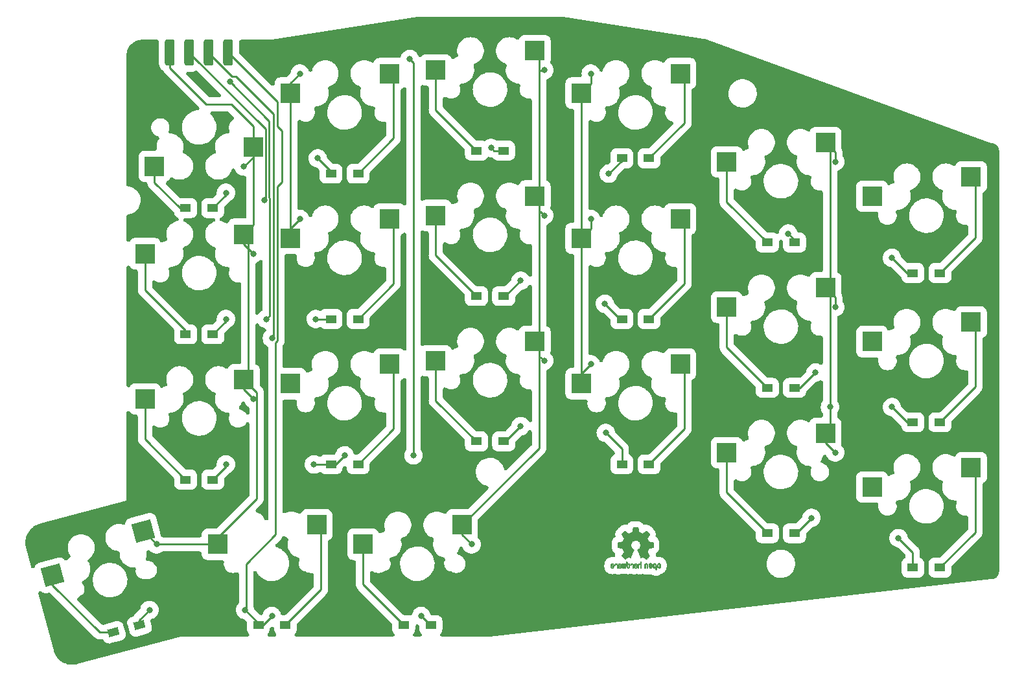
<source format=gbl>
%TF.GenerationSoftware,KiCad,Pcbnew,7.0.2-0*%
%TF.CreationDate,2023-05-11T11:12:18+08:00*%
%TF.ProjectId,Input,496e7075-742e-46b6-9963-61645f706362,1*%
%TF.SameCoordinates,PX7bfa480PY6052340*%
%TF.FileFunction,Copper,L2,Bot*%
%TF.FilePolarity,Positive*%
%FSLAX46Y46*%
G04 Gerber Fmt 4.6, Leading zero omitted, Abs format (unit mm)*
G04 Created by KiCad (PCBNEW 7.0.2-0) date 2023-05-11 11:12:18*
%MOMM*%
%LPD*%
G01*
G04 APERTURE LIST*
G04 Aperture macros list*
%AMRoundRect*
0 Rectangle with rounded corners*
0 $1 Rounding radius*
0 $2 $3 $4 $5 $6 $7 $8 $9 X,Y pos of 4 corners*
0 Add a 4 corners polygon primitive as box body*
4,1,4,$2,$3,$4,$5,$6,$7,$8,$9,$2,$3,0*
0 Add four circle primitives for the rounded corners*
1,1,$1+$1,$2,$3*
1,1,$1+$1,$4,$5*
1,1,$1+$1,$6,$7*
1,1,$1+$1,$8,$9*
0 Add four rect primitives between the rounded corners*
20,1,$1+$1,$2,$3,$4,$5,0*
20,1,$1+$1,$4,$5,$6,$7,0*
20,1,$1+$1,$6,$7,$8,$9,0*
20,1,$1+$1,$8,$9,$2,$3,0*%
%AMRotRect*
0 Rectangle, with rotation*
0 The origin of the aperture is its center*
0 $1 length*
0 $2 width*
0 $3 Rotation angle, in degrees counterclockwise*
0 Add horizontal line*
21,1,$1,$2,0,0,$3*%
G04 Aperture macros list end*
%TA.AperFunction,EtchedComponent*%
%ADD10C,0.010000*%
%TD*%
%TA.AperFunction,SMDPad,CuDef*%
%ADD11R,2.550000X2.500000*%
%TD*%
%TA.AperFunction,ConnectorPad*%
%ADD12RoundRect,0.317500X0.317500X1.397000X-0.317500X1.397000X-0.317500X-1.397000X0.317500X-1.397000X0*%
%TD*%
%TA.AperFunction,SMDPad,CuDef*%
%ADD13R,1.400000X1.000000*%
%TD*%
%TA.AperFunction,SMDPad,CuDef*%
%ADD14RotRect,2.550000X2.500000X15.000000*%
%TD*%
%TA.AperFunction,SMDPad,CuDef*%
%ADD15RotRect,1.400000X1.000000X195.000000*%
%TD*%
%TA.AperFunction,ViaPad*%
%ADD16C,0.800000*%
%TD*%
%TA.AperFunction,Conductor*%
%ADD17C,0.250000*%
%TD*%
G04 APERTURE END LIST*
%TO.C,REF\u002A\u002A*%
D10*
X54482829Y-37951097D02*
X54542753Y-37973355D01*
X54567673Y-37990080D01*
X54592910Y-38014043D01*
X54610912Y-38044526D01*
X54622858Y-38086023D01*
X54629930Y-38143032D01*
X54633308Y-38220047D01*
X54634171Y-38321565D01*
X54634002Y-38374027D01*
X54633153Y-38445715D01*
X54631711Y-38502925D01*
X54629814Y-38540809D01*
X54627597Y-38554514D01*
X54613172Y-38549981D01*
X54584054Y-38537670D01*
X54583181Y-38537272D01*
X54568060Y-38529356D01*
X54557891Y-38518495D01*
X54551691Y-38499471D01*
X54548478Y-38467069D01*
X54547270Y-38416071D01*
X54547086Y-38341261D01*
X54546714Y-38293804D01*
X54542750Y-38204615D01*
X54533673Y-38139287D01*
X54518524Y-38094393D01*
X54496345Y-38066507D01*
X54466175Y-38052203D01*
X54461990Y-38051206D01*
X54405480Y-38050427D01*
X54361410Y-38075744D01*
X54330972Y-38126502D01*
X54325544Y-38141175D01*
X54313171Y-38173649D01*
X54306905Y-38188572D01*
X54294036Y-38186516D01*
X54265933Y-38175357D01*
X54239721Y-38156927D01*
X54227771Y-38122098D01*
X54231336Y-38097151D01*
X54253235Y-38046547D01*
X54288644Y-37999128D01*
X54330052Y-37966334D01*
X54347400Y-37958752D01*
X54413089Y-37946076D01*
X54482829Y-37951097D01*
%TA.AperFunction,EtchedComponent*%
G36*
X54482829Y-37951097D02*
G01*
X54542753Y-37973355D01*
X54567673Y-37990080D01*
X54592910Y-38014043D01*
X54610912Y-38044526D01*
X54622858Y-38086023D01*
X54629930Y-38143032D01*
X54633308Y-38220047D01*
X54634171Y-38321565D01*
X54634002Y-38374027D01*
X54633153Y-38445715D01*
X54631711Y-38502925D01*
X54629814Y-38540809D01*
X54627597Y-38554514D01*
X54613172Y-38549981D01*
X54584054Y-38537670D01*
X54583181Y-38537272D01*
X54568060Y-38529356D01*
X54557891Y-38518495D01*
X54551691Y-38499471D01*
X54548478Y-38467069D01*
X54547270Y-38416071D01*
X54547086Y-38341261D01*
X54546714Y-38293804D01*
X54542750Y-38204615D01*
X54533673Y-38139287D01*
X54518524Y-38094393D01*
X54496345Y-38066507D01*
X54466175Y-38052203D01*
X54461990Y-38051206D01*
X54405480Y-38050427D01*
X54361410Y-38075744D01*
X54330972Y-38126502D01*
X54325544Y-38141175D01*
X54313171Y-38173649D01*
X54306905Y-38188572D01*
X54294036Y-38186516D01*
X54265933Y-38175357D01*
X54239721Y-38156927D01*
X54227771Y-38122098D01*
X54231336Y-38097151D01*
X54253235Y-38046547D01*
X54288644Y-37999128D01*
X54330052Y-37966334D01*
X54347400Y-37958752D01*
X54413089Y-37946076D01*
X54482829Y-37951097D01*
G37*
%TD.AperFunction*%
X58431020Y-37917822D02*
X58498810Y-37949680D01*
X58554366Y-38004770D01*
X58565881Y-38022016D01*
X58575432Y-38041562D01*
X58582206Y-38066198D01*
X58586819Y-38100711D01*
X58589888Y-38149889D01*
X58592029Y-38218519D01*
X58593859Y-38311389D01*
X58598404Y-38569007D01*
X58560225Y-38554491D01*
X58525268Y-38541156D01*
X58499097Y-38528323D01*
X58482013Y-38511780D01*
X58472086Y-38486465D01*
X58467386Y-38447316D01*
X58465982Y-38389268D01*
X58465943Y-38307261D01*
X58465744Y-38241895D01*
X58464559Y-38179173D01*
X58461729Y-38136334D01*
X58456609Y-38108220D01*
X58448553Y-38089675D01*
X58436914Y-38075543D01*
X58408303Y-38055600D01*
X58360239Y-38048083D01*
X58312688Y-38067079D01*
X58309550Y-38069511D01*
X58299769Y-38080748D01*
X58292553Y-38098770D01*
X58287299Y-38128026D01*
X58283402Y-38172962D01*
X58280256Y-38238028D01*
X58277257Y-38327670D01*
X58270000Y-38567697D01*
X58208314Y-38540044D01*
X58146629Y-38512391D01*
X58146629Y-38293246D01*
X58146884Y-38233711D01*
X58149086Y-38150892D01*
X58154661Y-38089227D01*
X58164941Y-38043748D01*
X58181258Y-38009484D01*
X58204943Y-37981466D01*
X58237328Y-37954723D01*
X58283907Y-37927780D01*
X58357287Y-37910191D01*
X58431020Y-37917822D01*
%TA.AperFunction,EtchedComponent*%
G36*
X58431020Y-37917822D02*
G01*
X58498810Y-37949680D01*
X58554366Y-38004770D01*
X58565881Y-38022016D01*
X58575432Y-38041562D01*
X58582206Y-38066198D01*
X58586819Y-38100711D01*
X58589888Y-38149889D01*
X58592029Y-38218519D01*
X58593859Y-38311389D01*
X58598404Y-38569007D01*
X58560225Y-38554491D01*
X58525268Y-38541156D01*
X58499097Y-38528323D01*
X58482013Y-38511780D01*
X58472086Y-38486465D01*
X58467386Y-38447316D01*
X58465982Y-38389268D01*
X58465943Y-38307261D01*
X58465744Y-38241895D01*
X58464559Y-38179173D01*
X58461729Y-38136334D01*
X58456609Y-38108220D01*
X58448553Y-38089675D01*
X58436914Y-38075543D01*
X58408303Y-38055600D01*
X58360239Y-38048083D01*
X58312688Y-38067079D01*
X58309550Y-38069511D01*
X58299769Y-38080748D01*
X58292553Y-38098770D01*
X58287299Y-38128026D01*
X58283402Y-38172962D01*
X58280256Y-38238028D01*
X58277257Y-38327670D01*
X58270000Y-38567697D01*
X58208314Y-38540044D01*
X58146629Y-38512391D01*
X58146629Y-38293246D01*
X58146884Y-38233711D01*
X58149086Y-38150892D01*
X58154661Y-38089227D01*
X58164941Y-38043748D01*
X58181258Y-38009484D01*
X58204943Y-37981466D01*
X58237328Y-37954723D01*
X58283907Y-37927780D01*
X58357287Y-37910191D01*
X58431020Y-37917822D01*
G37*
%TD.AperFunction*%
X56607691Y-37966467D02*
X56612273Y-37969003D01*
X56649704Y-37998057D01*
X56683170Y-38035410D01*
X56689007Y-38043852D01*
X56700165Y-38063553D01*
X56708136Y-38086935D01*
X56713618Y-38119067D01*
X56717307Y-38165019D01*
X56719899Y-38229859D01*
X56722092Y-38318657D01*
X56722402Y-38333669D01*
X56723400Y-38430999D01*
X56721994Y-38499934D01*
X56718164Y-38540948D01*
X56711889Y-38554514D01*
X56692898Y-38550452D01*
X56660638Y-38538144D01*
X56653041Y-38534545D01*
X56641176Y-38526398D01*
X56632994Y-38513004D01*
X56627643Y-38489608D01*
X56624269Y-38451455D01*
X56622019Y-38393790D01*
X56620040Y-38311857D01*
X56619498Y-38287907D01*
X56617403Y-38212266D01*
X56614683Y-38159328D01*
X56610515Y-38124075D01*
X56604079Y-38101487D01*
X56594550Y-38086544D01*
X56581106Y-38074227D01*
X56541305Y-38052634D01*
X56492341Y-38048476D01*
X56448529Y-38064999D01*
X56417008Y-38099210D01*
X56404914Y-38148114D01*
X56404578Y-38161407D01*
X56397972Y-38185472D01*
X56378470Y-38189144D01*
X56340283Y-38174813D01*
X56331438Y-38170217D01*
X56307534Y-38143186D01*
X56307061Y-38102994D01*
X56329836Y-38047409D01*
X56350727Y-38017117D01*
X56404142Y-37974084D01*
X56470074Y-37949755D01*
X56540574Y-37946443D01*
X56607691Y-37966467D01*
%TA.AperFunction,EtchedComponent*%
G36*
X56607691Y-37966467D02*
G01*
X56612273Y-37969003D01*
X56649704Y-37998057D01*
X56683170Y-38035410D01*
X56689007Y-38043852D01*
X56700165Y-38063553D01*
X56708136Y-38086935D01*
X56713618Y-38119067D01*
X56717307Y-38165019D01*
X56719899Y-38229859D01*
X56722092Y-38318657D01*
X56722402Y-38333669D01*
X56723400Y-38430999D01*
X56721994Y-38499934D01*
X56718164Y-38540948D01*
X56711889Y-38554514D01*
X56692898Y-38550452D01*
X56660638Y-38538144D01*
X56653041Y-38534545D01*
X56641176Y-38526398D01*
X56632994Y-38513004D01*
X56627643Y-38489608D01*
X56624269Y-38451455D01*
X56622019Y-38393790D01*
X56620040Y-38311857D01*
X56619498Y-38287907D01*
X56617403Y-38212266D01*
X56614683Y-38159328D01*
X56610515Y-38124075D01*
X56604079Y-38101487D01*
X56594550Y-38086544D01*
X56581106Y-38074227D01*
X56541305Y-38052634D01*
X56492341Y-38048476D01*
X56448529Y-38064999D01*
X56417008Y-38099210D01*
X56404914Y-38148114D01*
X56404578Y-38161407D01*
X56397972Y-38185472D01*
X56378470Y-38189144D01*
X56340283Y-38174813D01*
X56331438Y-38170217D01*
X56307534Y-38143186D01*
X56307061Y-38102994D01*
X56329836Y-38047409D01*
X56350727Y-38017117D01*
X56404142Y-37974084D01*
X56470074Y-37949755D01*
X56540574Y-37946443D01*
X56607691Y-37966467D01*
G37*
%TD.AperFunction*%
X57678543Y-37749444D02*
X57725714Y-37769342D01*
X57725714Y-38166509D01*
X57725519Y-38269498D01*
X57724998Y-38362141D01*
X57724199Y-38440700D01*
X57723172Y-38501439D01*
X57721963Y-38540623D01*
X57720623Y-38554514D01*
X57720099Y-38554468D01*
X57702287Y-38549420D01*
X57669823Y-38538580D01*
X57624114Y-38522646D01*
X57624114Y-38318173D01*
X57623824Y-38237832D01*
X57622474Y-38179562D01*
X57619369Y-38139909D01*
X57613812Y-38113618D01*
X57605107Y-38095436D01*
X57592556Y-38080107D01*
X57583999Y-38071955D01*
X57537728Y-38049375D01*
X57486728Y-38051375D01*
X57439993Y-38078073D01*
X57433189Y-38084698D01*
X57422293Y-38098456D01*
X57414836Y-38116642D01*
X57410169Y-38144177D01*
X57407642Y-38185981D01*
X57406602Y-38246973D01*
X57406400Y-38332073D01*
X57406303Y-38375234D01*
X57405674Y-38446224D01*
X57404556Y-38503076D01*
X57403063Y-38540828D01*
X57401309Y-38554514D01*
X57400785Y-38554468D01*
X57382973Y-38549420D01*
X57350509Y-38538580D01*
X57304800Y-38522646D01*
X57304823Y-38317237D01*
X57304857Y-38298951D01*
X57306778Y-38203626D01*
X57312678Y-38131543D01*
X57324001Y-38077813D01*
X57342187Y-38037549D01*
X57368679Y-38005861D01*
X57404918Y-37977861D01*
X57440263Y-37960333D01*
X57496773Y-37946785D01*
X57552356Y-37946015D01*
X57595086Y-37959195D01*
X57598298Y-37961015D01*
X57608205Y-37960820D01*
X57614975Y-37945572D01*
X57619861Y-37910613D01*
X57624114Y-37851289D01*
X57631371Y-37729547D01*
X57678543Y-37749444D01*
%TA.AperFunction,EtchedComponent*%
G36*
X57678543Y-37749444D02*
G01*
X57725714Y-37769342D01*
X57725714Y-38166509D01*
X57725519Y-38269498D01*
X57724998Y-38362141D01*
X57724199Y-38440700D01*
X57723172Y-38501439D01*
X57721963Y-38540623D01*
X57720623Y-38554514D01*
X57720099Y-38554468D01*
X57702287Y-38549420D01*
X57669823Y-38538580D01*
X57624114Y-38522646D01*
X57624114Y-38318173D01*
X57623824Y-38237832D01*
X57622474Y-38179562D01*
X57619369Y-38139909D01*
X57613812Y-38113618D01*
X57605107Y-38095436D01*
X57592556Y-38080107D01*
X57583999Y-38071955D01*
X57537728Y-38049375D01*
X57486728Y-38051375D01*
X57439993Y-38078073D01*
X57433189Y-38084698D01*
X57422293Y-38098456D01*
X57414836Y-38116642D01*
X57410169Y-38144177D01*
X57407642Y-38185981D01*
X57406602Y-38246973D01*
X57406400Y-38332073D01*
X57406303Y-38375234D01*
X57405674Y-38446224D01*
X57404556Y-38503076D01*
X57403063Y-38540828D01*
X57401309Y-38554514D01*
X57400785Y-38554468D01*
X57382973Y-38549420D01*
X57350509Y-38538580D01*
X57304800Y-38522646D01*
X57304823Y-38317237D01*
X57304857Y-38298951D01*
X57306778Y-38203626D01*
X57312678Y-38131543D01*
X57324001Y-38077813D01*
X57342187Y-38037549D01*
X57368679Y-38005861D01*
X57404918Y-37977861D01*
X57440263Y-37960333D01*
X57496773Y-37946785D01*
X57552356Y-37946015D01*
X57595086Y-37959195D01*
X57598298Y-37961015D01*
X57608205Y-37960820D01*
X57614975Y-37945572D01*
X57619861Y-37910613D01*
X57624114Y-37851289D01*
X57631371Y-37729547D01*
X57678543Y-37749444D01*
G37*
%TD.AperFunction*%
X55653941Y-37949282D02*
X55685774Y-37961758D01*
X55722743Y-37978602D01*
X55722743Y-38465196D01*
X55676812Y-38511127D01*
X55666320Y-38521427D01*
X55637255Y-38544320D01*
X55607943Y-38551735D01*
X55564326Y-38548321D01*
X55546568Y-38546114D01*
X55500767Y-38541445D01*
X55468743Y-38539585D01*
X55459244Y-38539869D01*
X55420274Y-38542948D01*
X55373160Y-38548321D01*
X55358085Y-38550168D01*
X55320110Y-38550893D01*
X55292325Y-38539429D01*
X55260674Y-38511127D01*
X55214743Y-38465196D01*
X55214743Y-38205055D01*
X55215101Y-38128180D01*
X55216216Y-38054886D01*
X55217952Y-37996850D01*
X55220167Y-37958663D01*
X55222721Y-37944914D01*
X55223256Y-37944951D01*
X55241808Y-37951793D01*
X55273153Y-37966868D01*
X55315608Y-37988822D01*
X55319604Y-38217240D01*
X55323600Y-38445657D01*
X55410686Y-38445657D01*
X55414657Y-38195286D01*
X55415916Y-38127227D01*
X55417718Y-38054482D01*
X55419671Y-37996730D01*
X55421612Y-37958648D01*
X55423377Y-37944914D01*
X55423885Y-37944962D01*
X55441482Y-37950015D01*
X55473834Y-37960849D01*
X55519543Y-37976783D01*
X55519765Y-38196706D01*
X55519988Y-38234909D01*
X55521531Y-38309146D01*
X55524292Y-38371145D01*
X55527977Y-38415308D01*
X55532292Y-38436041D01*
X55547732Y-38447131D01*
X55579241Y-38450556D01*
X55613886Y-38445657D01*
X55617857Y-38195286D01*
X55619278Y-38131663D01*
X55622225Y-38056356D01*
X55626079Y-37997286D01*
X55630542Y-37958718D01*
X55635317Y-37944914D01*
X55653941Y-37949282D01*
%TA.AperFunction,EtchedComponent*%
G36*
X55653941Y-37949282D02*
G01*
X55685774Y-37961758D01*
X55722743Y-37978602D01*
X55722743Y-38465196D01*
X55676812Y-38511127D01*
X55666320Y-38521427D01*
X55637255Y-38544320D01*
X55607943Y-38551735D01*
X55564326Y-38548321D01*
X55546568Y-38546114D01*
X55500767Y-38541445D01*
X55468743Y-38539585D01*
X55459244Y-38539869D01*
X55420274Y-38542948D01*
X55373160Y-38548321D01*
X55358085Y-38550168D01*
X55320110Y-38550893D01*
X55292325Y-38539429D01*
X55260674Y-38511127D01*
X55214743Y-38465196D01*
X55214743Y-38205055D01*
X55215101Y-38128180D01*
X55216216Y-38054886D01*
X55217952Y-37996850D01*
X55220167Y-37958663D01*
X55222721Y-37944914D01*
X55223256Y-37944951D01*
X55241808Y-37951793D01*
X55273153Y-37966868D01*
X55315608Y-37988822D01*
X55319604Y-38217240D01*
X55323600Y-38445657D01*
X55410686Y-38445657D01*
X55414657Y-38195286D01*
X55415916Y-38127227D01*
X55417718Y-38054482D01*
X55419671Y-37996730D01*
X55421612Y-37958648D01*
X55423377Y-37944914D01*
X55423885Y-37944962D01*
X55441482Y-37950015D01*
X55473834Y-37960849D01*
X55519543Y-37976783D01*
X55519765Y-38196706D01*
X55519988Y-38234909D01*
X55521531Y-38309146D01*
X55524292Y-38371145D01*
X55527977Y-38415308D01*
X55532292Y-38436041D01*
X55547732Y-38447131D01*
X55579241Y-38450556D01*
X55613886Y-38445657D01*
X55617857Y-38195286D01*
X55619278Y-38131663D01*
X55622225Y-38056356D01*
X55626079Y-37997286D01*
X55630542Y-37958718D01*
X55635317Y-37944914D01*
X55653941Y-37949282D01*
G37*
%TD.AperFunction*%
X60265714Y-38235200D02*
X60265701Y-38250935D01*
X60264914Y-38321119D01*
X60262210Y-38370022D01*
X60256606Y-38404178D01*
X60247119Y-38430124D01*
X60232768Y-38454397D01*
X60229237Y-38459433D01*
X60191878Y-38499143D01*
X60149311Y-38529092D01*
X60127452Y-38538810D01*
X60048908Y-38555020D01*
X59971231Y-38544535D01*
X59899645Y-38508707D01*
X59839374Y-38448887D01*
X59834286Y-38440873D01*
X59817730Y-38394342D01*
X59806573Y-38329552D01*
X59801160Y-38254727D01*
X59801768Y-38185513D01*
X59948248Y-38185513D01*
X59949402Y-38281399D01*
X59949866Y-38287569D01*
X59956629Y-38340478D01*
X59968671Y-38374029D01*
X59989005Y-38397016D01*
X60023097Y-38418548D01*
X60056814Y-38419680D01*
X60091543Y-38394857D01*
X60097584Y-38388325D01*
X60109417Y-38368779D01*
X60116404Y-38340386D01*
X60119727Y-38296430D01*
X60120571Y-38230192D01*
X60119125Y-38168150D01*
X60111907Y-38109042D01*
X60097006Y-38071686D01*
X60072636Y-38052152D01*
X60037008Y-38046514D01*
X60023440Y-38047635D01*
X59985430Y-38068194D01*
X59960312Y-38114299D01*
X59948248Y-38185513D01*
X59801768Y-38185513D01*
X59801833Y-38178096D01*
X59808937Y-38107882D01*
X59822815Y-38052312D01*
X59840649Y-38015301D01*
X59890855Y-37957733D01*
X59958885Y-37921962D01*
X60042158Y-37909665D01*
X60064398Y-37910331D01*
X60129891Y-37923947D01*
X60183687Y-37958249D01*
X60233057Y-38017338D01*
X60235995Y-38021722D01*
X60249287Y-38045299D01*
X60257932Y-38071949D01*
X60262904Y-38108159D01*
X60265174Y-38160413D01*
X60265678Y-38230192D01*
X60265714Y-38235200D01*
%TA.AperFunction,EtchedComponent*%
G36*
X60265714Y-38235200D02*
G01*
X60265701Y-38250935D01*
X60264914Y-38321119D01*
X60262210Y-38370022D01*
X60256606Y-38404178D01*
X60247119Y-38430124D01*
X60232768Y-38454397D01*
X60229237Y-38459433D01*
X60191878Y-38499143D01*
X60149311Y-38529092D01*
X60127452Y-38538810D01*
X60048908Y-38555020D01*
X59971231Y-38544535D01*
X59899645Y-38508707D01*
X59839374Y-38448887D01*
X59834286Y-38440873D01*
X59817730Y-38394342D01*
X59806573Y-38329552D01*
X59801160Y-38254727D01*
X59801768Y-38185513D01*
X59948248Y-38185513D01*
X59949402Y-38281399D01*
X59949866Y-38287569D01*
X59956629Y-38340478D01*
X59968671Y-38374029D01*
X59989005Y-38397016D01*
X60023097Y-38418548D01*
X60056814Y-38419680D01*
X60091543Y-38394857D01*
X60097584Y-38388325D01*
X60109417Y-38368779D01*
X60116404Y-38340386D01*
X60119727Y-38296430D01*
X60120571Y-38230192D01*
X60119125Y-38168150D01*
X60111907Y-38109042D01*
X60097006Y-38071686D01*
X60072636Y-38052152D01*
X60037008Y-38046514D01*
X60023440Y-38047635D01*
X59985430Y-38068194D01*
X59960312Y-38114299D01*
X59948248Y-38185513D01*
X59801768Y-38185513D01*
X59801833Y-38178096D01*
X59808937Y-38107882D01*
X59822815Y-38052312D01*
X59840649Y-38015301D01*
X59890855Y-37957733D01*
X59958885Y-37921962D01*
X60042158Y-37909665D01*
X60064398Y-37910331D01*
X60129891Y-37923947D01*
X60183687Y-37958249D01*
X60233057Y-38017338D01*
X60235995Y-38021722D01*
X60249287Y-38045299D01*
X60257932Y-38071949D01*
X60262904Y-38108159D01*
X60265174Y-38160413D01*
X60265678Y-38230192D01*
X60265714Y-38235200D01*
G37*
%TD.AperFunction*%
X54140590Y-38252622D02*
X54140307Y-38291305D01*
X54136762Y-38367521D01*
X54127483Y-38423294D01*
X54110375Y-38464613D01*
X54083344Y-38497467D01*
X54044292Y-38527846D01*
X54019445Y-38541660D01*
X53979615Y-38550965D01*
X53923665Y-38550230D01*
X53892385Y-38547283D01*
X53854653Y-38538283D01*
X53824494Y-38518720D01*
X53789408Y-38482267D01*
X53784720Y-38476943D01*
X53753177Y-38435969D01*
X53738128Y-38400283D01*
X53734286Y-38357966D01*
X53734286Y-38295779D01*
X53777742Y-38312182D01*
X53809424Y-38331356D01*
X53836962Y-38376347D01*
X53842711Y-38390752D01*
X53874855Y-38431546D01*
X53918611Y-38452081D01*
X53966254Y-38450235D01*
X54010057Y-38423886D01*
X54025111Y-38407455D01*
X54038763Y-38382667D01*
X54034493Y-38360144D01*
X54009916Y-38336964D01*
X53962651Y-38310202D01*
X53890314Y-38276934D01*
X53741543Y-38211816D01*
X53737595Y-38147308D01*
X53739079Y-38106220D01*
X53836010Y-38106220D01*
X53843368Y-38131657D01*
X53876848Y-38158814D01*
X53937614Y-38189714D01*
X53947669Y-38194190D01*
X53995751Y-38215017D01*
X54031726Y-38229665D01*
X54048444Y-38235200D01*
X54050977Y-38231126D01*
X54051993Y-38206247D01*
X54048369Y-38166257D01*
X54039242Y-38127152D01*
X54010773Y-38077884D01*
X53969678Y-38050122D01*
X53920590Y-38046364D01*
X53868144Y-38069109D01*
X53853609Y-38080481D01*
X53836010Y-38106220D01*
X53739079Y-38106220D01*
X53739338Y-38099064D01*
X53761281Y-38038096D01*
X53788979Y-38004497D01*
X53846405Y-37966966D01*
X53914527Y-37948006D01*
X53984947Y-37949507D01*
X54049267Y-37973355D01*
X54063426Y-37982513D01*
X54095904Y-38010849D01*
X54118116Y-38046695D01*
X54131804Y-38095384D01*
X54138715Y-38162249D01*
X54139628Y-38206247D01*
X54140590Y-38252622D01*
%TA.AperFunction,EtchedComponent*%
G36*
X54140590Y-38252622D02*
G01*
X54140307Y-38291305D01*
X54136762Y-38367521D01*
X54127483Y-38423294D01*
X54110375Y-38464613D01*
X54083344Y-38497467D01*
X54044292Y-38527846D01*
X54019445Y-38541660D01*
X53979615Y-38550965D01*
X53923665Y-38550230D01*
X53892385Y-38547283D01*
X53854653Y-38538283D01*
X53824494Y-38518720D01*
X53789408Y-38482267D01*
X53784720Y-38476943D01*
X53753177Y-38435969D01*
X53738128Y-38400283D01*
X53734286Y-38357966D01*
X53734286Y-38295779D01*
X53777742Y-38312182D01*
X53809424Y-38331356D01*
X53836962Y-38376347D01*
X53842711Y-38390752D01*
X53874855Y-38431546D01*
X53918611Y-38452081D01*
X53966254Y-38450235D01*
X54010057Y-38423886D01*
X54025111Y-38407455D01*
X54038763Y-38382667D01*
X54034493Y-38360144D01*
X54009916Y-38336964D01*
X53962651Y-38310202D01*
X53890314Y-38276934D01*
X53741543Y-38211816D01*
X53737595Y-38147308D01*
X53739079Y-38106220D01*
X53836010Y-38106220D01*
X53843368Y-38131657D01*
X53876848Y-38158814D01*
X53937614Y-38189714D01*
X53947669Y-38194190D01*
X53995751Y-38215017D01*
X54031726Y-38229665D01*
X54048444Y-38235200D01*
X54050977Y-38231126D01*
X54051993Y-38206247D01*
X54048369Y-38166257D01*
X54039242Y-38127152D01*
X54010773Y-38077884D01*
X53969678Y-38050122D01*
X53920590Y-38046364D01*
X53868144Y-38069109D01*
X53853609Y-38080481D01*
X53836010Y-38106220D01*
X53739079Y-38106220D01*
X53739338Y-38099064D01*
X53761281Y-38038096D01*
X53788979Y-38004497D01*
X53846405Y-37966966D01*
X53914527Y-37948006D01*
X53984947Y-37949507D01*
X54049267Y-37973355D01*
X54063426Y-37982513D01*
X54095904Y-38010849D01*
X54118116Y-38046695D01*
X54131804Y-38095384D01*
X54138715Y-38162249D01*
X54139628Y-38206247D01*
X54140590Y-38252622D01*
G37*
%TD.AperFunction*%
X56230698Y-38249714D02*
X56229537Y-38306313D01*
X56221345Y-38383462D01*
X56203519Y-38441276D01*
X56173975Y-38485422D01*
X56130625Y-38521568D01*
X56089332Y-38542463D01*
X56019987Y-38554090D01*
X55950736Y-38541377D01*
X55888145Y-38505945D01*
X55838779Y-38449418D01*
X55832818Y-38438995D01*
X55824945Y-38420733D01*
X55819106Y-38397429D01*
X55814999Y-38365085D01*
X55812325Y-38319704D01*
X55810781Y-38257287D01*
X55810734Y-38251748D01*
X55911429Y-38251748D01*
X55911772Y-38304577D01*
X55913942Y-38352362D01*
X55919307Y-38383209D01*
X55929217Y-38403935D01*
X55945021Y-38421356D01*
X55948724Y-38424705D01*
X55996299Y-38449419D01*
X56046635Y-38446890D01*
X56093517Y-38417288D01*
X56107477Y-38401953D01*
X56119160Y-38381622D01*
X56125686Y-38353514D01*
X56128524Y-38310550D01*
X56129143Y-38245647D01*
X56128837Y-38196122D01*
X56126722Y-38147782D01*
X56121390Y-38116587D01*
X56111460Y-38095647D01*
X56095550Y-38078073D01*
X56086204Y-38070159D01*
X56037776Y-38048843D01*
X55987040Y-38052198D01*
X55942987Y-38080107D01*
X55933504Y-38091173D01*
X55921939Y-38112009D01*
X55915252Y-38141106D01*
X55912173Y-38185381D01*
X55911429Y-38251748D01*
X55810734Y-38251748D01*
X55810067Y-38173837D01*
X55809883Y-38065358D01*
X55809829Y-37728601D01*
X55857000Y-37748362D01*
X55869472Y-37753770D01*
X55889324Y-37765985D01*
X55900687Y-37784482D01*
X55906933Y-37816829D01*
X55911429Y-37870593D01*
X55915535Y-37918866D01*
X55920963Y-37950557D01*
X55928739Y-37962383D01*
X55940457Y-37959212D01*
X55970318Y-37948067D01*
X56023684Y-37945304D01*
X56081093Y-37955625D01*
X56130625Y-37977861D01*
X56157876Y-37998443D01*
X56192865Y-38038600D01*
X56215274Y-38090086D01*
X56227190Y-38158568D01*
X56230542Y-38245647D01*
X56230698Y-38249714D01*
%TA.AperFunction,EtchedComponent*%
G36*
X56230698Y-38249714D02*
G01*
X56229537Y-38306313D01*
X56221345Y-38383462D01*
X56203519Y-38441276D01*
X56173975Y-38485422D01*
X56130625Y-38521568D01*
X56089332Y-38542463D01*
X56019987Y-38554090D01*
X55950736Y-38541377D01*
X55888145Y-38505945D01*
X55838779Y-38449418D01*
X55832818Y-38438995D01*
X55824945Y-38420733D01*
X55819106Y-38397429D01*
X55814999Y-38365085D01*
X55812325Y-38319704D01*
X55810781Y-38257287D01*
X55810734Y-38251748D01*
X55911429Y-38251748D01*
X55911772Y-38304577D01*
X55913942Y-38352362D01*
X55919307Y-38383209D01*
X55929217Y-38403935D01*
X55945021Y-38421356D01*
X55948724Y-38424705D01*
X55996299Y-38449419D01*
X56046635Y-38446890D01*
X56093517Y-38417288D01*
X56107477Y-38401953D01*
X56119160Y-38381622D01*
X56125686Y-38353514D01*
X56128524Y-38310550D01*
X56129143Y-38245647D01*
X56128837Y-38196122D01*
X56126722Y-38147782D01*
X56121390Y-38116587D01*
X56111460Y-38095647D01*
X56095550Y-38078073D01*
X56086204Y-38070159D01*
X56037776Y-38048843D01*
X55987040Y-38052198D01*
X55942987Y-38080107D01*
X55933504Y-38091173D01*
X55921939Y-38112009D01*
X55915252Y-38141106D01*
X55912173Y-38185381D01*
X55911429Y-38251748D01*
X55810734Y-38251748D01*
X55810067Y-38173837D01*
X55809883Y-38065358D01*
X55809829Y-37728601D01*
X55857000Y-37748362D01*
X55869472Y-37753770D01*
X55889324Y-37765985D01*
X55900687Y-37784482D01*
X55906933Y-37816829D01*
X55911429Y-37870593D01*
X55915535Y-37918866D01*
X55920963Y-37950557D01*
X55928739Y-37962383D01*
X55940457Y-37959212D01*
X55970318Y-37948067D01*
X56023684Y-37945304D01*
X56081093Y-37955625D01*
X56130625Y-37977861D01*
X56157876Y-37998443D01*
X56192865Y-38038600D01*
X56215274Y-38090086D01*
X56227190Y-38158568D01*
X56230542Y-38245647D01*
X56230698Y-38249714D01*
G37*
%TD.AperFunction*%
X59162299Y-38194055D02*
X59157684Y-38304078D01*
X59155078Y-38327387D01*
X59135660Y-38410352D01*
X59100573Y-38473448D01*
X59047212Y-38521808D01*
X59044196Y-38523804D01*
X58976362Y-38552185D01*
X58905535Y-38554711D01*
X58837289Y-38533097D01*
X58777196Y-38489062D01*
X58730829Y-38424322D01*
X58730050Y-38422761D01*
X58714643Y-38382558D01*
X58703357Y-38336866D01*
X58697370Y-38293972D01*
X58697861Y-38262160D01*
X58706007Y-38249714D01*
X58713244Y-38250471D01*
X58747851Y-38264235D01*
X58787078Y-38289546D01*
X58820448Y-38318845D01*
X58837483Y-38344572D01*
X58855192Y-38379471D01*
X58891485Y-38411212D01*
X58933630Y-38423886D01*
X58949077Y-38420221D01*
X58979569Y-38401774D01*
X59006128Y-38376166D01*
X59017486Y-38352934D01*
X59017482Y-38352848D01*
X59004596Y-38342179D01*
X58970241Y-38322933D01*
X58919593Y-38297813D01*
X58857829Y-38269524D01*
X58857489Y-38269374D01*
X58790388Y-38239498D01*
X58745411Y-38217973D01*
X58718145Y-38201437D01*
X58704178Y-38186531D01*
X58699097Y-38169893D01*
X58698490Y-38148162D01*
X58702712Y-38107013D01*
X58846000Y-38107013D01*
X58860791Y-38119949D01*
X58897644Y-38139333D01*
X58898725Y-38139881D01*
X58942205Y-38160587D01*
X58981102Y-38177105D01*
X59005778Y-38184093D01*
X59015676Y-38174753D01*
X59017486Y-38142748D01*
X59009966Y-38102915D01*
X58983897Y-38066717D01*
X58946154Y-38047950D01*
X58904077Y-38049845D01*
X58865005Y-38075632D01*
X58849647Y-38093451D01*
X58846000Y-38107013D01*
X58702712Y-38107013D01*
X58703833Y-38096086D01*
X58730251Y-38025335D01*
X58774473Y-37969735D01*
X58831697Y-37931239D01*
X58897120Y-37911797D01*
X58965937Y-37913359D01*
X59033347Y-37937878D01*
X59094544Y-37987302D01*
X59128450Y-38036212D01*
X59152806Y-38106027D01*
X59156767Y-38142748D01*
X59162299Y-38194055D01*
%TA.AperFunction,EtchedComponent*%
G36*
X59162299Y-38194055D02*
G01*
X59157684Y-38304078D01*
X59155078Y-38327387D01*
X59135660Y-38410352D01*
X59100573Y-38473448D01*
X59047212Y-38521808D01*
X59044196Y-38523804D01*
X58976362Y-38552185D01*
X58905535Y-38554711D01*
X58837289Y-38533097D01*
X58777196Y-38489062D01*
X58730829Y-38424322D01*
X58730050Y-38422761D01*
X58714643Y-38382558D01*
X58703357Y-38336866D01*
X58697370Y-38293972D01*
X58697861Y-38262160D01*
X58706007Y-38249714D01*
X58713244Y-38250471D01*
X58747851Y-38264235D01*
X58787078Y-38289546D01*
X58820448Y-38318845D01*
X58837483Y-38344572D01*
X58855192Y-38379471D01*
X58891485Y-38411212D01*
X58933630Y-38423886D01*
X58949077Y-38420221D01*
X58979569Y-38401774D01*
X59006128Y-38376166D01*
X59017486Y-38352934D01*
X59017482Y-38352848D01*
X59004596Y-38342179D01*
X58970241Y-38322933D01*
X58919593Y-38297813D01*
X58857829Y-38269524D01*
X58857489Y-38269374D01*
X58790388Y-38239498D01*
X58745411Y-38217973D01*
X58718145Y-38201437D01*
X58704178Y-38186531D01*
X58699097Y-38169893D01*
X58698490Y-38148162D01*
X58702712Y-38107013D01*
X58846000Y-38107013D01*
X58860791Y-38119949D01*
X58897644Y-38139333D01*
X58898725Y-38139881D01*
X58942205Y-38160587D01*
X58981102Y-38177105D01*
X59005778Y-38184093D01*
X59015676Y-38174753D01*
X59017486Y-38142748D01*
X59009966Y-38102915D01*
X58983897Y-38066717D01*
X58946154Y-38047950D01*
X58904077Y-38049845D01*
X58865005Y-38075632D01*
X58849647Y-38093451D01*
X58846000Y-38107013D01*
X58702712Y-38107013D01*
X58703833Y-38096086D01*
X58730251Y-38025335D01*
X58774473Y-37969735D01*
X58831697Y-37931239D01*
X58897120Y-37911797D01*
X58965937Y-37913359D01*
X59033347Y-37937878D01*
X59094544Y-37987302D01*
X59128450Y-38036212D01*
X59152806Y-38106027D01*
X59156767Y-38142748D01*
X59162299Y-38194055D01*
G37*
%TD.AperFunction*%
X57089483Y-37960569D02*
X57139376Y-37989661D01*
X57161325Y-38012327D01*
X57203504Y-38080082D01*
X57217714Y-38153950D01*
X57217714Y-38204770D01*
X57170999Y-38185128D01*
X57138692Y-38165308D01*
X57113231Y-38124160D01*
X57110616Y-38115675D01*
X57082478Y-38072451D01*
X57040067Y-38049103D01*
X56991370Y-38048100D01*
X56944373Y-38071914D01*
X56937357Y-38078056D01*
X56913893Y-38104745D01*
X56910019Y-38128014D01*
X56927768Y-38150862D01*
X56969179Y-38176287D01*
X57036286Y-38207288D01*
X57040824Y-38209252D01*
X57115322Y-38243990D01*
X57166203Y-38274763D01*
X57197525Y-38305488D01*
X57213343Y-38340082D01*
X57217714Y-38382462D01*
X57211986Y-38429446D01*
X57183062Y-38489585D01*
X57132178Y-38532788D01*
X57095374Y-38545759D01*
X57043434Y-38552856D01*
X56992999Y-38551340D01*
X56956983Y-38540632D01*
X56953158Y-38537966D01*
X56942998Y-38519337D01*
X56950048Y-38486505D01*
X56962297Y-38460735D01*
X56981939Y-38450006D01*
X57019191Y-38450539D01*
X57070908Y-38447462D01*
X57104701Y-38426212D01*
X57116114Y-38386877D01*
X57116104Y-38385747D01*
X57109187Y-38362913D01*
X57085659Y-38341963D01*
X57039914Y-38317815D01*
X56977704Y-38288741D01*
X56936499Y-38272925D01*
X56912712Y-38273944D01*
X56901597Y-38294837D01*
X56898408Y-38338641D01*
X56898400Y-38408393D01*
X56898044Y-38451452D01*
X56896413Y-38504626D01*
X56893761Y-38541022D01*
X56890422Y-38554514D01*
X56889530Y-38554423D01*
X56870237Y-38547110D01*
X56838284Y-38531678D01*
X56794124Y-38508842D01*
X56799371Y-38303078D01*
X56799736Y-38289432D01*
X56803904Y-38193651D01*
X56811268Y-38121462D01*
X56823330Y-38068058D01*
X56841593Y-38028633D01*
X56867560Y-37998380D01*
X56902733Y-37972493D01*
X56903384Y-37972087D01*
X56960256Y-37950968D01*
X57026033Y-37947400D01*
X57089483Y-37960569D01*
%TA.AperFunction,EtchedComponent*%
G36*
X57089483Y-37960569D02*
G01*
X57139376Y-37989661D01*
X57161325Y-38012327D01*
X57203504Y-38080082D01*
X57217714Y-38153950D01*
X57217714Y-38204770D01*
X57170999Y-38185128D01*
X57138692Y-38165308D01*
X57113231Y-38124160D01*
X57110616Y-38115675D01*
X57082478Y-38072451D01*
X57040067Y-38049103D01*
X56991370Y-38048100D01*
X56944373Y-38071914D01*
X56937357Y-38078056D01*
X56913893Y-38104745D01*
X56910019Y-38128014D01*
X56927768Y-38150862D01*
X56969179Y-38176287D01*
X57036286Y-38207288D01*
X57040824Y-38209252D01*
X57115322Y-38243990D01*
X57166203Y-38274763D01*
X57197525Y-38305488D01*
X57213343Y-38340082D01*
X57217714Y-38382462D01*
X57211986Y-38429446D01*
X57183062Y-38489585D01*
X57132178Y-38532788D01*
X57095374Y-38545759D01*
X57043434Y-38552856D01*
X56992999Y-38551340D01*
X56956983Y-38540632D01*
X56953158Y-38537966D01*
X56942998Y-38519337D01*
X56950048Y-38486505D01*
X56962297Y-38460735D01*
X56981939Y-38450006D01*
X57019191Y-38450539D01*
X57070908Y-38447462D01*
X57104701Y-38426212D01*
X57116114Y-38386877D01*
X57116104Y-38385747D01*
X57109187Y-38362913D01*
X57085659Y-38341963D01*
X57039914Y-38317815D01*
X56977704Y-38288741D01*
X56936499Y-38272925D01*
X56912712Y-38273944D01*
X56901597Y-38294837D01*
X56898408Y-38338641D01*
X56898400Y-38408393D01*
X56898044Y-38451452D01*
X56896413Y-38504626D01*
X56893761Y-38541022D01*
X56890422Y-38554514D01*
X56889530Y-38554423D01*
X56870237Y-38547110D01*
X56838284Y-38531678D01*
X56794124Y-38508842D01*
X56799371Y-38303078D01*
X56799736Y-38289432D01*
X56803904Y-38193651D01*
X56811268Y-38121462D01*
X56823330Y-38068058D01*
X56841593Y-38028633D01*
X56867560Y-37998380D01*
X56902733Y-37972493D01*
X56903384Y-37972087D01*
X56960256Y-37950968D01*
X57026033Y-37947400D01*
X57089483Y-37960569D01*
G37*
%TD.AperFunction*%
X59709815Y-38301524D02*
X59711252Y-38413000D01*
X59711651Y-38445339D01*
X59712929Y-38553455D01*
X59713185Y-38636186D01*
X59711634Y-38696426D01*
X59707490Y-38737073D01*
X59699964Y-38761023D01*
X59688271Y-38771171D01*
X59671624Y-38770414D01*
X59649236Y-38761648D01*
X59620321Y-38747769D01*
X59614142Y-38744808D01*
X59588413Y-38730311D01*
X59574976Y-38713065D01*
X59569834Y-38684308D01*
X59568990Y-38635283D01*
X59568952Y-38547257D01*
X59478276Y-38547257D01*
X59422498Y-38544815D01*
X59378640Y-38534908D01*
X59342218Y-38514886D01*
X59339503Y-38512929D01*
X59302546Y-38479869D01*
X59276826Y-38439931D01*
X59260606Y-38387657D01*
X59252148Y-38317588D01*
X59250083Y-38238430D01*
X59394857Y-38238430D01*
X59394882Y-38251697D01*
X59396261Y-38311584D01*
X59400687Y-38350732D01*
X59409461Y-38376153D01*
X59423886Y-38394857D01*
X59424784Y-38395750D01*
X59460237Y-38419952D01*
X59494596Y-38417567D01*
X59533403Y-38388260D01*
X59542895Y-38378244D01*
X59556876Y-38357708D01*
X59564760Y-38330997D01*
X59568245Y-38290499D01*
X59569029Y-38228603D01*
X59568350Y-38191130D01*
X59560983Y-38122980D01*
X59544168Y-38078330D01*
X59516234Y-38053926D01*
X59475509Y-38046514D01*
X59458350Y-38048094D01*
X59428660Y-38063766D01*
X59409031Y-38098691D01*
X59398188Y-38155901D01*
X59394857Y-38238430D01*
X59250083Y-38238430D01*
X59249714Y-38224267D01*
X59250253Y-38156169D01*
X59252707Y-38104587D01*
X59258158Y-38068816D01*
X59267686Y-38042015D01*
X59282371Y-38017338D01*
X59295852Y-37998480D01*
X59344799Y-37947568D01*
X59400256Y-37919918D01*
X59469928Y-37911165D01*
X59549664Y-37919890D01*
X59618595Y-37951185D01*
X59673113Y-38006381D01*
X59677223Y-38012224D01*
X59686808Y-38027753D01*
X59694151Y-38045498D01*
X59699612Y-38069290D01*
X59703550Y-38102958D01*
X59706323Y-38150333D01*
X59708292Y-38215245D01*
X59708528Y-38228603D01*
X59709815Y-38301524D01*
%TA.AperFunction,EtchedComponent*%
G36*
X59709815Y-38301524D02*
G01*
X59711252Y-38413000D01*
X59711651Y-38445339D01*
X59712929Y-38553455D01*
X59713185Y-38636186D01*
X59711634Y-38696426D01*
X59707490Y-38737073D01*
X59699964Y-38761023D01*
X59688271Y-38771171D01*
X59671624Y-38770414D01*
X59649236Y-38761648D01*
X59620321Y-38747769D01*
X59614142Y-38744808D01*
X59588413Y-38730311D01*
X59574976Y-38713065D01*
X59569834Y-38684308D01*
X59568990Y-38635283D01*
X59568952Y-38547257D01*
X59478276Y-38547257D01*
X59422498Y-38544815D01*
X59378640Y-38534908D01*
X59342218Y-38514886D01*
X59339503Y-38512929D01*
X59302546Y-38479869D01*
X59276826Y-38439931D01*
X59260606Y-38387657D01*
X59252148Y-38317588D01*
X59250083Y-38238430D01*
X59394857Y-38238430D01*
X59394882Y-38251697D01*
X59396261Y-38311584D01*
X59400687Y-38350732D01*
X59409461Y-38376153D01*
X59423886Y-38394857D01*
X59424784Y-38395750D01*
X59460237Y-38419952D01*
X59494596Y-38417567D01*
X59533403Y-38388260D01*
X59542895Y-38378244D01*
X59556876Y-38357708D01*
X59564760Y-38330997D01*
X59568245Y-38290499D01*
X59569029Y-38228603D01*
X59568350Y-38191130D01*
X59560983Y-38122980D01*
X59544168Y-38078330D01*
X59516234Y-38053926D01*
X59475509Y-38046514D01*
X59458350Y-38048094D01*
X59428660Y-38063766D01*
X59409031Y-38098691D01*
X59398188Y-38155901D01*
X59394857Y-38238430D01*
X59250083Y-38238430D01*
X59249714Y-38224267D01*
X59250253Y-38156169D01*
X59252707Y-38104587D01*
X59258158Y-38068816D01*
X59267686Y-38042015D01*
X59282371Y-38017338D01*
X59295852Y-37998480D01*
X59344799Y-37947568D01*
X59400256Y-37919918D01*
X59469928Y-37911165D01*
X59549664Y-37919890D01*
X59618595Y-37951185D01*
X59673113Y-38006381D01*
X59677223Y-38012224D01*
X59686808Y-38027753D01*
X59694151Y-38045498D01*
X59699612Y-38069290D01*
X59703550Y-38102958D01*
X59706323Y-38150333D01*
X59708292Y-38215245D01*
X59708528Y-38228603D01*
X59709815Y-38301524D01*
G37*
%TD.AperFunction*%
X54967495Y-37946220D02*
X54998599Y-37954121D01*
X55027559Y-37973817D01*
X55064831Y-38010484D01*
X55088801Y-38036378D01*
X55113770Y-38069997D01*
X55125031Y-38101506D01*
X55127657Y-38141485D01*
X55127657Y-38206917D01*
X55083035Y-38183842D01*
X55047673Y-38155724D01*
X55023451Y-38117848D01*
X55019291Y-38107551D01*
X54987594Y-38067637D01*
X54943554Y-38047624D01*
X54895531Y-38049572D01*
X54851886Y-38075543D01*
X54833420Y-38096635D01*
X54822663Y-38123619D01*
X54834178Y-38147634D01*
X54869981Y-38171791D01*
X54932090Y-38199199D01*
X54941515Y-38202985D01*
X54998058Y-38227759D01*
X55046580Y-38252189D01*
X55077451Y-38271486D01*
X55108371Y-38305953D01*
X55128927Y-38360957D01*
X55126744Y-38419983D01*
X55102424Y-38475845D01*
X55056568Y-38521355D01*
X55019438Y-38540727D01*
X54947711Y-38554292D01*
X54907852Y-38552462D01*
X54870953Y-38542568D01*
X54856797Y-38521806D01*
X54862091Y-38487613D01*
X54863631Y-38483092D01*
X54875842Y-38459116D01*
X54896174Y-38450042D01*
X54934908Y-38450649D01*
X54962257Y-38451474D01*
X54994257Y-38444392D01*
X55016182Y-38423219D01*
X55028670Y-38397152D01*
X55030062Y-38369845D01*
X55029998Y-38369685D01*
X55013807Y-38354930D01*
X54979155Y-38333457D01*
X54934321Y-38309458D01*
X54887582Y-38287125D01*
X54847217Y-38270652D01*
X54821504Y-38264229D01*
X54817679Y-38270518D01*
X54812864Y-38300115D01*
X54809566Y-38348447D01*
X54808343Y-38409372D01*
X54808058Y-38451542D01*
X54806718Y-38504653D01*
X54804528Y-38541025D01*
X54801769Y-38554514D01*
X54787344Y-38549981D01*
X54758226Y-38537670D01*
X54721257Y-38520826D01*
X54721257Y-38304721D01*
X54721493Y-38249327D01*
X54723729Y-38165207D01*
X54729423Y-38102800D01*
X54739903Y-38057358D01*
X54756497Y-38024133D01*
X54780531Y-37998378D01*
X54813333Y-37975344D01*
X54855124Y-37956335D01*
X54932287Y-37944914D01*
X54967495Y-37946220D01*
%TA.AperFunction,EtchedComponent*%
G36*
X54967495Y-37946220D02*
G01*
X54998599Y-37954121D01*
X55027559Y-37973817D01*
X55064831Y-38010484D01*
X55088801Y-38036378D01*
X55113770Y-38069997D01*
X55125031Y-38101506D01*
X55127657Y-38141485D01*
X55127657Y-38206917D01*
X55083035Y-38183842D01*
X55047673Y-38155724D01*
X55023451Y-38117848D01*
X55019291Y-38107551D01*
X54987594Y-38067637D01*
X54943554Y-38047624D01*
X54895531Y-38049572D01*
X54851886Y-38075543D01*
X54833420Y-38096635D01*
X54822663Y-38123619D01*
X54834178Y-38147634D01*
X54869981Y-38171791D01*
X54932090Y-38199199D01*
X54941515Y-38202985D01*
X54998058Y-38227759D01*
X55046580Y-38252189D01*
X55077451Y-38271486D01*
X55108371Y-38305953D01*
X55128927Y-38360957D01*
X55126744Y-38419983D01*
X55102424Y-38475845D01*
X55056568Y-38521355D01*
X55019438Y-38540727D01*
X54947711Y-38554292D01*
X54907852Y-38552462D01*
X54870953Y-38542568D01*
X54856797Y-38521806D01*
X54862091Y-38487613D01*
X54863631Y-38483092D01*
X54875842Y-38459116D01*
X54896174Y-38450042D01*
X54934908Y-38450649D01*
X54962257Y-38451474D01*
X54994257Y-38444392D01*
X55016182Y-38423219D01*
X55028670Y-38397152D01*
X55030062Y-38369845D01*
X55029998Y-38369685D01*
X55013807Y-38354930D01*
X54979155Y-38333457D01*
X54934321Y-38309458D01*
X54887582Y-38287125D01*
X54847217Y-38270652D01*
X54821504Y-38264229D01*
X54817679Y-38270518D01*
X54812864Y-38300115D01*
X54809566Y-38348447D01*
X54808343Y-38409372D01*
X54808058Y-38451542D01*
X54806718Y-38504653D01*
X54804528Y-38541025D01*
X54801769Y-38554514D01*
X54787344Y-38549981D01*
X54758226Y-38537670D01*
X54721257Y-38520826D01*
X54721257Y-38304721D01*
X54721493Y-38249327D01*
X54723729Y-38165207D01*
X54729423Y-38102800D01*
X54739903Y-38057358D01*
X54756497Y-38024133D01*
X54780531Y-37998378D01*
X54813333Y-37975344D01*
X54855124Y-37956335D01*
X54932287Y-37944914D01*
X54967495Y-37946220D01*
G37*
%TD.AperFunction*%
X57113933Y-33242371D02*
X57189856Y-33242865D01*
X57244491Y-33244135D01*
X57281500Y-33246547D01*
X57304547Y-33250467D01*
X57317296Y-33256262D01*
X57323411Y-33264299D01*
X57326556Y-33274943D01*
X57326646Y-33275325D01*
X57331814Y-33300347D01*
X57341209Y-33348681D01*
X57353867Y-33415260D01*
X57368825Y-33495014D01*
X57385119Y-33582875D01*
X57386448Y-33590064D01*
X57402691Y-33675340D01*
X57417805Y-33750242D01*
X57430808Y-33810219D01*
X57440715Y-33850717D01*
X57446544Y-33867184D01*
X57446575Y-33867210D01*
X57464943Y-33876320D01*
X57502640Y-33891457D01*
X57551543Y-33909358D01*
X57554297Y-33910330D01*
X57616817Y-33933959D01*
X57689543Y-33963595D01*
X57757294Y-33993062D01*
X57868703Y-34043626D01*
X58115399Y-33875160D01*
X58132775Y-33863311D01*
X58207202Y-33812947D01*
X58273614Y-33768612D01*
X58328039Y-33732916D01*
X58366506Y-33708471D01*
X58385042Y-33697889D01*
X58397743Y-33700315D01*
X58426579Y-33719110D01*
X58471143Y-33756330D01*
X58532670Y-33813020D01*
X58612398Y-33890227D01*
X58619532Y-33897255D01*
X58682796Y-33960222D01*
X58738990Y-34017268D01*
X58784677Y-34064817D01*
X58816414Y-34099297D01*
X58830764Y-34117131D01*
X58830810Y-34117217D01*
X58832633Y-34130795D01*
X58825910Y-34152820D01*
X58808946Y-34186304D01*
X58780044Y-34234261D01*
X58737508Y-34299704D01*
X58679644Y-34385645D01*
X58669783Y-34400151D01*
X58619913Y-34473635D01*
X58575905Y-34538687D01*
X58540380Y-34591417D01*
X58515959Y-34627936D01*
X58505264Y-34644356D01*
X58504458Y-34647834D01*
X58509518Y-34673785D01*
X58524677Y-34716159D01*
X58547463Y-34767728D01*
X58578429Y-34835170D01*
X58613004Y-34915195D01*
X58642366Y-34987629D01*
X58649645Y-35006377D01*
X58668710Y-35054246D01*
X58682715Y-35087596D01*
X58689041Y-35100114D01*
X58696025Y-35101050D01*
X58727413Y-35106461D01*
X58778787Y-35115806D01*
X58844802Y-35128069D01*
X58920113Y-35142232D01*
X58999375Y-35157280D01*
X59077243Y-35172195D01*
X59148370Y-35185961D01*
X59207412Y-35197562D01*
X59249022Y-35205980D01*
X59267857Y-35210199D01*
X59270980Y-35211389D01*
X59278591Y-35217805D01*
X59284254Y-35231465D01*
X59288251Y-35255999D01*
X59290866Y-35295038D01*
X59292384Y-35352213D01*
X59293086Y-35431154D01*
X59293257Y-35535492D01*
X59293257Y-35852799D01*
X59217057Y-35867839D01*
X59207840Y-35869642D01*
X59158891Y-35878980D01*
X59091205Y-35891669D01*
X59012478Y-35906273D01*
X58930400Y-35921355D01*
X58898078Y-35927422D01*
X58825855Y-35942181D01*
X58765666Y-35956137D01*
X58723040Y-35967952D01*
X58703510Y-35976287D01*
X58694660Y-35989905D01*
X58678548Y-36025938D01*
X58662065Y-36072572D01*
X58656263Y-36090034D01*
X58634906Y-36147358D01*
X58607359Y-36215201D01*
X58578107Y-36282355D01*
X58562463Y-36317430D01*
X58540174Y-36369822D01*
X58524857Y-36409058D01*
X58519162Y-36428563D01*
X58519478Y-36430036D01*
X58530281Y-36450729D01*
X58554638Y-36490665D01*
X58590081Y-36545972D01*
X58634136Y-36612781D01*
X58684332Y-36687220D01*
X58849501Y-36929623D01*
X58632503Y-37146983D01*
X58611516Y-37167899D01*
X58547342Y-37230505D01*
X58489990Y-37284495D01*
X58442820Y-37326826D01*
X58409192Y-37354457D01*
X58392467Y-37364343D01*
X58374303Y-37356821D01*
X58336265Y-37335227D01*
X58282726Y-37302151D01*
X58217884Y-37260191D01*
X58145940Y-37211943D01*
X58075275Y-37164291D01*
X58011526Y-37122328D01*
X57959513Y-37089165D01*
X57923279Y-37067378D01*
X57906867Y-37059543D01*
X57905905Y-37059614D01*
X57884103Y-37067338D01*
X57845440Y-37085323D01*
X57797612Y-37110013D01*
X57797110Y-37110284D01*
X57733587Y-37142099D01*
X57690060Y-37157642D01*
X57663052Y-37157685D01*
X57649090Y-37143000D01*
X57643180Y-37128544D01*
X57627229Y-37089831D01*
X57602660Y-37030316D01*
X57570779Y-36953165D01*
X57532893Y-36861541D01*
X57490310Y-36758607D01*
X57444337Y-36647526D01*
X57402667Y-36546472D01*
X57360268Y-36442780D01*
X57322756Y-36350119D01*
X57291388Y-36271642D01*
X57267425Y-36210500D01*
X57252123Y-36169843D01*
X57246743Y-36152825D01*
X57257018Y-36137219D01*
X57285563Y-36111162D01*
X57325971Y-36080887D01*
X57422979Y-36001684D01*
X57509793Y-35900475D01*
X57573322Y-35789116D01*
X57613177Y-35670893D01*
X57628965Y-35549095D01*
X57620296Y-35427010D01*
X57586778Y-35307925D01*
X57528021Y-35195129D01*
X57443632Y-35091911D01*
X57399631Y-35051713D01*
X57294211Y-34980638D01*
X57181410Y-34934301D01*
X57064525Y-34911599D01*
X56946853Y-34911428D01*
X56831690Y-34932687D01*
X56722335Y-34974270D01*
X56622083Y-35035076D01*
X56534233Y-35114001D01*
X56462080Y-35209941D01*
X56408922Y-35321795D01*
X56378057Y-35448457D01*
X56372392Y-35509507D01*
X56380185Y-35641776D01*
X56415284Y-35767266D01*
X56476649Y-35883759D01*
X56563243Y-35989039D01*
X56674029Y-36080887D01*
X56712931Y-36109930D01*
X56742104Y-36136272D01*
X56753257Y-36152800D01*
X56748810Y-36167209D01*
X56734378Y-36205815D01*
X56711173Y-36265201D01*
X56680452Y-36342215D01*
X56643474Y-36433703D01*
X56601496Y-36536516D01*
X56555778Y-36647502D01*
X56514178Y-36748072D01*
X56471222Y-36851947D01*
X56432829Y-36944819D01*
X56400305Y-37023525D01*
X56374958Y-37084899D01*
X56358095Y-37125779D01*
X56351025Y-37143000D01*
X56350943Y-37143204D01*
X56336798Y-37157745D01*
X56309659Y-37157579D01*
X56266023Y-37141927D01*
X56202388Y-37110013D01*
X56197379Y-37107326D01*
X56150125Y-37083150D01*
X56112811Y-37066037D01*
X56093133Y-37059543D01*
X56077005Y-37067218D01*
X56040959Y-37088871D01*
X55989092Y-37121928D01*
X55925445Y-37163810D01*
X55854060Y-37211943D01*
X55783724Y-37259131D01*
X55718670Y-37301267D01*
X55664820Y-37334578D01*
X55626374Y-37356469D01*
X55607534Y-37364343D01*
X55604325Y-37363343D01*
X55581954Y-37347584D01*
X55543733Y-37315033D01*
X55493021Y-37268733D01*
X55433181Y-37211726D01*
X55367571Y-37147058D01*
X55150648Y-36929772D01*
X55319601Y-36681253D01*
X55488553Y-36432733D01*
X55437183Y-36321595D01*
X55437031Y-36321266D01*
X55406183Y-36250418D01*
X55374661Y-36171523D01*
X55349266Y-36101600D01*
X55345423Y-36090322D01*
X55326047Y-36037967D01*
X55308574Y-35997283D01*
X55296388Y-35976287D01*
X55291426Y-35973322D01*
X55261634Y-35963375D01*
X55211047Y-35950505D01*
X55145194Y-35936053D01*
X55069600Y-35921355D01*
X55046957Y-35917210D01*
X54965038Y-35902116D01*
X54888600Y-35887899D01*
X54825337Y-35875995D01*
X54782943Y-35867839D01*
X54706743Y-35852799D01*
X54706743Y-35535492D01*
X54706760Y-35496476D01*
X54707082Y-35401292D01*
X54708033Y-35330255D01*
X54709896Y-35279734D01*
X54712955Y-35246098D01*
X54717494Y-35225718D01*
X54723795Y-35214962D01*
X54732143Y-35210199D01*
X54740224Y-35208270D01*
X54773172Y-35201445D01*
X54825736Y-35191022D01*
X54892569Y-35178018D01*
X54968328Y-35163449D01*
X55047665Y-35148333D01*
X55125237Y-35133685D01*
X55195698Y-35120523D01*
X55253702Y-35109863D01*
X55293904Y-35102721D01*
X55310959Y-35100114D01*
X55312112Y-35098541D01*
X55321385Y-35078119D01*
X55337432Y-35039045D01*
X55357635Y-34987629D01*
X55385672Y-34918353D01*
X55420186Y-34838290D01*
X55452538Y-34767728D01*
X55459952Y-34751889D01*
X55480755Y-34702293D01*
X55493219Y-34664038D01*
X55494863Y-34644356D01*
X55494015Y-34642962D01*
X55480548Y-34622420D01*
X55453850Y-34582516D01*
X55416539Y-34527140D01*
X55371234Y-34460177D01*
X55320552Y-34385517D01*
X55263445Y-34300692D01*
X55220607Y-34234800D01*
X55191460Y-34186478D01*
X55174317Y-34152733D01*
X55167495Y-34130572D01*
X55169306Y-34117002D01*
X55169915Y-34115984D01*
X55186297Y-34096210D01*
X55219695Y-34060175D01*
X55266671Y-34011451D01*
X55323786Y-33953612D01*
X55387603Y-33890227D01*
X55453802Y-33825905D01*
X55518648Y-33765447D01*
X55566299Y-33724655D01*
X55597990Y-33702484D01*
X55614958Y-33697889D01*
X55617175Y-33698921D01*
X55640524Y-33712837D01*
X55682912Y-33740030D01*
X55740369Y-33777889D01*
X55808923Y-33823803D01*
X55884601Y-33875160D01*
X56131298Y-34043626D01*
X56242706Y-33993062D01*
X56245943Y-33991597D01*
X56314343Y-33961965D01*
X56386907Y-33932493D01*
X56448457Y-33909358D01*
X56448729Y-33909262D01*
X56497595Y-33891367D01*
X56535212Y-33876253D01*
X56553457Y-33867184D01*
X56553752Y-33866855D01*
X56559946Y-33848282D01*
X56570139Y-33806045D01*
X56583348Y-33744696D01*
X56598590Y-33668789D01*
X56614881Y-33582875D01*
X56615449Y-33579796D01*
X56631713Y-33492128D01*
X56646608Y-33412741D01*
X56659171Y-33346701D01*
X56668438Y-33299079D01*
X56673444Y-33274943D01*
X56673764Y-33273605D01*
X56677060Y-33263273D01*
X56683738Y-33255506D01*
X56697462Y-33249940D01*
X56721895Y-33246207D01*
X56760702Y-33243942D01*
X56817546Y-33242778D01*
X56896090Y-33242348D01*
X57000000Y-33242286D01*
X57013056Y-33242286D01*
X57113933Y-33242371D01*
%TA.AperFunction,EtchedComponent*%
G36*
X57113933Y-33242371D02*
G01*
X57189856Y-33242865D01*
X57244491Y-33244135D01*
X57281500Y-33246547D01*
X57304547Y-33250467D01*
X57317296Y-33256262D01*
X57323411Y-33264299D01*
X57326556Y-33274943D01*
X57326646Y-33275325D01*
X57331814Y-33300347D01*
X57341209Y-33348681D01*
X57353867Y-33415260D01*
X57368825Y-33495014D01*
X57385119Y-33582875D01*
X57386448Y-33590064D01*
X57402691Y-33675340D01*
X57417805Y-33750242D01*
X57430808Y-33810219D01*
X57440715Y-33850717D01*
X57446544Y-33867184D01*
X57446575Y-33867210D01*
X57464943Y-33876320D01*
X57502640Y-33891457D01*
X57551543Y-33909358D01*
X57554297Y-33910330D01*
X57616817Y-33933959D01*
X57689543Y-33963595D01*
X57757294Y-33993062D01*
X57868703Y-34043626D01*
X58115399Y-33875160D01*
X58132775Y-33863311D01*
X58207202Y-33812947D01*
X58273614Y-33768612D01*
X58328039Y-33732916D01*
X58366506Y-33708471D01*
X58385042Y-33697889D01*
X58397743Y-33700315D01*
X58426579Y-33719110D01*
X58471143Y-33756330D01*
X58532670Y-33813020D01*
X58612398Y-33890227D01*
X58619532Y-33897255D01*
X58682796Y-33960222D01*
X58738990Y-34017268D01*
X58784677Y-34064817D01*
X58816414Y-34099297D01*
X58830764Y-34117131D01*
X58830810Y-34117217D01*
X58832633Y-34130795D01*
X58825910Y-34152820D01*
X58808946Y-34186304D01*
X58780044Y-34234261D01*
X58737508Y-34299704D01*
X58679644Y-34385645D01*
X58669783Y-34400151D01*
X58619913Y-34473635D01*
X58575905Y-34538687D01*
X58540380Y-34591417D01*
X58515959Y-34627936D01*
X58505264Y-34644356D01*
X58504458Y-34647834D01*
X58509518Y-34673785D01*
X58524677Y-34716159D01*
X58547463Y-34767728D01*
X58578429Y-34835170D01*
X58613004Y-34915195D01*
X58642366Y-34987629D01*
X58649645Y-35006377D01*
X58668710Y-35054246D01*
X58682715Y-35087596D01*
X58689041Y-35100114D01*
X58696025Y-35101050D01*
X58727413Y-35106461D01*
X58778787Y-35115806D01*
X58844802Y-35128069D01*
X58920113Y-35142232D01*
X58999375Y-35157280D01*
X59077243Y-35172195D01*
X59148370Y-35185961D01*
X59207412Y-35197562D01*
X59249022Y-35205980D01*
X59267857Y-35210199D01*
X59270980Y-35211389D01*
X59278591Y-35217805D01*
X59284254Y-35231465D01*
X59288251Y-35255999D01*
X59290866Y-35295038D01*
X59292384Y-35352213D01*
X59293086Y-35431154D01*
X59293257Y-35535492D01*
X59293257Y-35852799D01*
X59217057Y-35867839D01*
X59207840Y-35869642D01*
X59158891Y-35878980D01*
X59091205Y-35891669D01*
X59012478Y-35906273D01*
X58930400Y-35921355D01*
X58898078Y-35927422D01*
X58825855Y-35942181D01*
X58765666Y-35956137D01*
X58723040Y-35967952D01*
X58703510Y-35976287D01*
X58694660Y-35989905D01*
X58678548Y-36025938D01*
X58662065Y-36072572D01*
X58656263Y-36090034D01*
X58634906Y-36147358D01*
X58607359Y-36215201D01*
X58578107Y-36282355D01*
X58562463Y-36317430D01*
X58540174Y-36369822D01*
X58524857Y-36409058D01*
X58519162Y-36428563D01*
X58519478Y-36430036D01*
X58530281Y-36450729D01*
X58554638Y-36490665D01*
X58590081Y-36545972D01*
X58634136Y-36612781D01*
X58684332Y-36687220D01*
X58849501Y-36929623D01*
X58632503Y-37146983D01*
X58611516Y-37167899D01*
X58547342Y-37230505D01*
X58489990Y-37284495D01*
X58442820Y-37326826D01*
X58409192Y-37354457D01*
X58392467Y-37364343D01*
X58374303Y-37356821D01*
X58336265Y-37335227D01*
X58282726Y-37302151D01*
X58217884Y-37260191D01*
X58145940Y-37211943D01*
X58075275Y-37164291D01*
X58011526Y-37122328D01*
X57959513Y-37089165D01*
X57923279Y-37067378D01*
X57906867Y-37059543D01*
X57905905Y-37059614D01*
X57884103Y-37067338D01*
X57845440Y-37085323D01*
X57797612Y-37110013D01*
X57797110Y-37110284D01*
X57733587Y-37142099D01*
X57690060Y-37157642D01*
X57663052Y-37157685D01*
X57649090Y-37143000D01*
X57643180Y-37128544D01*
X57627229Y-37089831D01*
X57602660Y-37030316D01*
X57570779Y-36953165D01*
X57532893Y-36861541D01*
X57490310Y-36758607D01*
X57444337Y-36647526D01*
X57402667Y-36546472D01*
X57360268Y-36442780D01*
X57322756Y-36350119D01*
X57291388Y-36271642D01*
X57267425Y-36210500D01*
X57252123Y-36169843D01*
X57246743Y-36152825D01*
X57257018Y-36137219D01*
X57285563Y-36111162D01*
X57325971Y-36080887D01*
X57422979Y-36001684D01*
X57509793Y-35900475D01*
X57573322Y-35789116D01*
X57613177Y-35670893D01*
X57628965Y-35549095D01*
X57620296Y-35427010D01*
X57586778Y-35307925D01*
X57528021Y-35195129D01*
X57443632Y-35091911D01*
X57399631Y-35051713D01*
X57294211Y-34980638D01*
X57181410Y-34934301D01*
X57064525Y-34911599D01*
X56946853Y-34911428D01*
X56831690Y-34932687D01*
X56722335Y-34974270D01*
X56622083Y-35035076D01*
X56534233Y-35114001D01*
X56462080Y-35209941D01*
X56408922Y-35321795D01*
X56378057Y-35448457D01*
X56372392Y-35509507D01*
X56380185Y-35641776D01*
X56415284Y-35767266D01*
X56476649Y-35883759D01*
X56563243Y-35989039D01*
X56674029Y-36080887D01*
X56712931Y-36109930D01*
X56742104Y-36136272D01*
X56753257Y-36152800D01*
X56748810Y-36167209D01*
X56734378Y-36205815D01*
X56711173Y-36265201D01*
X56680452Y-36342215D01*
X56643474Y-36433703D01*
X56601496Y-36536516D01*
X56555778Y-36647502D01*
X56514178Y-36748072D01*
X56471222Y-36851947D01*
X56432829Y-36944819D01*
X56400305Y-37023525D01*
X56374958Y-37084899D01*
X56358095Y-37125779D01*
X56351025Y-37143000D01*
X56350943Y-37143204D01*
X56336798Y-37157745D01*
X56309659Y-37157579D01*
X56266023Y-37141927D01*
X56202388Y-37110013D01*
X56197379Y-37107326D01*
X56150125Y-37083150D01*
X56112811Y-37066037D01*
X56093133Y-37059543D01*
X56077005Y-37067218D01*
X56040959Y-37088871D01*
X55989092Y-37121928D01*
X55925445Y-37163810D01*
X55854060Y-37211943D01*
X55783724Y-37259131D01*
X55718670Y-37301267D01*
X55664820Y-37334578D01*
X55626374Y-37356469D01*
X55607534Y-37364343D01*
X55604325Y-37363343D01*
X55581954Y-37347584D01*
X55543733Y-37315033D01*
X55493021Y-37268733D01*
X55433181Y-37211726D01*
X55367571Y-37147058D01*
X55150648Y-36929772D01*
X55319601Y-36681253D01*
X55488553Y-36432733D01*
X55437183Y-36321595D01*
X55437031Y-36321266D01*
X55406183Y-36250418D01*
X55374661Y-36171523D01*
X55349266Y-36101600D01*
X55345423Y-36090322D01*
X55326047Y-36037967D01*
X55308574Y-35997283D01*
X55296388Y-35976287D01*
X55291426Y-35973322D01*
X55261634Y-35963375D01*
X55211047Y-35950505D01*
X55145194Y-35936053D01*
X55069600Y-35921355D01*
X55046957Y-35917210D01*
X54965038Y-35902116D01*
X54888600Y-35887899D01*
X54825337Y-35875995D01*
X54782943Y-35867839D01*
X54706743Y-35852799D01*
X54706743Y-35535492D01*
X54706760Y-35496476D01*
X54707082Y-35401292D01*
X54708033Y-35330255D01*
X54709896Y-35279734D01*
X54712955Y-35246098D01*
X54717494Y-35225718D01*
X54723795Y-35214962D01*
X54732143Y-35210199D01*
X54740224Y-35208270D01*
X54773172Y-35201445D01*
X54825736Y-35191022D01*
X54892569Y-35178018D01*
X54968328Y-35163449D01*
X55047665Y-35148333D01*
X55125237Y-35133685D01*
X55195698Y-35120523D01*
X55253702Y-35109863D01*
X55293904Y-35102721D01*
X55310959Y-35100114D01*
X55312112Y-35098541D01*
X55321385Y-35078119D01*
X55337432Y-35039045D01*
X55357635Y-34987629D01*
X55385672Y-34918353D01*
X55420186Y-34838290D01*
X55452538Y-34767728D01*
X55459952Y-34751889D01*
X55480755Y-34702293D01*
X55493219Y-34664038D01*
X55494863Y-34644356D01*
X55494015Y-34642962D01*
X55480548Y-34622420D01*
X55453850Y-34582516D01*
X55416539Y-34527140D01*
X55371234Y-34460177D01*
X55320552Y-34385517D01*
X55263445Y-34300692D01*
X55220607Y-34234800D01*
X55191460Y-34186478D01*
X55174317Y-34152733D01*
X55167495Y-34130572D01*
X55169306Y-34117002D01*
X55169915Y-34115984D01*
X55186297Y-34096210D01*
X55219695Y-34060175D01*
X55266671Y-34011451D01*
X55323786Y-33953612D01*
X55387603Y-33890227D01*
X55453802Y-33825905D01*
X55518648Y-33765447D01*
X55566299Y-33724655D01*
X55597990Y-33702484D01*
X55614958Y-33697889D01*
X55617175Y-33698921D01*
X55640524Y-33712837D01*
X55682912Y-33740030D01*
X55740369Y-33777889D01*
X55808923Y-33823803D01*
X55884601Y-33875160D01*
X56131298Y-34043626D01*
X56242706Y-33993062D01*
X56245943Y-33991597D01*
X56314343Y-33961965D01*
X56386907Y-33932493D01*
X56448457Y-33909358D01*
X56448729Y-33909262D01*
X56497595Y-33891367D01*
X56535212Y-33876253D01*
X56553457Y-33867184D01*
X56553752Y-33866855D01*
X56559946Y-33848282D01*
X56570139Y-33806045D01*
X56583348Y-33744696D01*
X56598590Y-33668789D01*
X56614881Y-33582875D01*
X56615449Y-33579796D01*
X56631713Y-33492128D01*
X56646608Y-33412741D01*
X56659171Y-33346701D01*
X56668438Y-33299079D01*
X56673444Y-33274943D01*
X56673764Y-33273605D01*
X56677060Y-33263273D01*
X56683738Y-33255506D01*
X56697462Y-33249940D01*
X56721895Y-33246207D01*
X56760702Y-33243942D01*
X56817546Y-33242778D01*
X56896090Y-33242348D01*
X57000000Y-33242286D01*
X57013056Y-33242286D01*
X57113933Y-33242371D01*
G37*
%TD.AperFunction*%
%TD*%
D11*
%TO.P,SW20,1,1*%
%TO.N,C12*%
X11915000Y23540000D03*
%TO.P,SW20,2,2*%
%TO.N,Net-(D20-K)*%
X24842000Y26080000D03*
%TD*%
%TO.P,SW22,1,1*%
%TO.N,C34*%
X49915000Y23540000D03*
%TO.P,SW22,2,2*%
%TO.N,Net-(D22-K)*%
X62842000Y26080000D03*
%TD*%
%TO.P,SW44,1,1*%
%TO.N,C12*%
X11915000Y-14460000D03*
%TO.P,SW44,2,2*%
%TO.N,Net-(D44-K)*%
X24842000Y-11920000D03*
%TD*%
%TO.P,SW36,1,1*%
%TO.N,C56*%
X87915000Y-8960000D03*
%TO.P,SW36,2,2*%
%TO.N,Net-(D36-K)*%
X100842000Y-6420000D03*
%TD*%
%TO.P,SW34,1,1*%
%TO.N,C34*%
X49915000Y4540000D03*
%TO.P,SW34,2,2*%
%TO.N,Net-(D34-K)*%
X62842000Y7080000D03*
%TD*%
%TO.P,SW19,1,1*%
%TO.N,C12*%
X7085000Y16500000D03*
%TO.P,SW19,2,2*%
%TO.N,Net-(D19-A)*%
X-5842000Y13960000D03*
%TD*%
%TO.P,SW45,1,1*%
%TO.N,Net-(D45-A)*%
X30915000Y-11460000D03*
%TO.P,SW45,2,2*%
%TO.N,C34*%
X43842000Y-8920000D03*
%TD*%
%TO.P,SW33,1,1*%
%TO.N,Net-(D33-A)*%
X30915000Y7540000D03*
%TO.P,SW33,2,2*%
%TO.N,C34*%
X43842000Y10080000D03*
%TD*%
%TO.P,SW24,1,1*%
%TO.N,C56*%
X87915000Y10040000D03*
%TO.P,SW24,2,2*%
%TO.N,Net-(D24-K)*%
X100842000Y12580000D03*
%TD*%
%TO.P,SW47,1,1*%
%TO.N,Net-(D47-A)*%
X68915000Y-23460000D03*
%TO.P,SW47,2,2*%
%TO.N,C56*%
X81842000Y-20920000D03*
%TD*%
%TO.P,SW32,1,1*%
%TO.N,C12*%
X11915000Y4540000D03*
%TO.P,SW32,2,2*%
%TO.N,Net-(D32-K)*%
X24842000Y7080000D03*
%TD*%
%TO.P,SW35,1,1*%
%TO.N,Net-(D35-A)*%
X68915000Y-4460000D03*
%TO.P,SW35,2,2*%
%TO.N,C56*%
X81842000Y-1920000D03*
%TD*%
%TO.P,SW43,1,1*%
%TO.N,Net-(D43-A)*%
X-7085000Y-16460000D03*
%TO.P,SW43,2,2*%
%TO.N,C12*%
X5842000Y-13920000D03*
%TD*%
%TO.P,SW31,1,1*%
%TO.N,Net-(D31-A)*%
X-7085000Y2540000D03*
%TO.P,SW31,2,2*%
%TO.N,C12*%
X5842000Y5080000D03*
%TD*%
D12*
%TO.P,J1,2,Pin_2*%
%TO.N,C12*%
X-3810000Y28849000D03*
%TO.P,J1,4,Pin_4*%
%TO.N,C34*%
X-1270000Y28849000D03*
%TO.P,J1,6,Pin_6*%
%TO.N,C56*%
X1270000Y28849000D03*
%TO.P,J1,8,Pin_8*%
%TO.N,Row 5*%
X3810000Y28849000D03*
%TD*%
D11*
%TO.P,SW23,1,1*%
%TO.N,Net-(D23-A)*%
X68915000Y14540000D03*
%TO.P,SW23,2,2*%
%TO.N,C56*%
X81842000Y17080000D03*
%TD*%
%TO.P,SW48,1,1*%
%TO.N,C56*%
X87915000Y-27960000D03*
%TO.P,SW48,2,2*%
%TO.N,Net-(D48-K)*%
X100842000Y-25420000D03*
%TD*%
%TO.P,SW46,1,1*%
%TO.N,C34*%
X49915000Y-14460000D03*
%TO.P,SW46,2,2*%
%TO.N,Net-(D46-K)*%
X62842000Y-11920000D03*
%TD*%
%TO.P,SW16,1,1*%
%TO.N,Net-(D16-K)*%
X30915000Y26540000D03*
%TO.P,SW16,2,2*%
%TO.N,C34*%
X43842000Y29080000D03*
%TD*%
D13*
%TO.P,D47,1,K*%
%TO.N,Row 4*%
X77775000Y-34000000D03*
%TO.P,D47,2,A*%
%TO.N,Net-(D47-A)*%
X74225000Y-34000000D03*
%TD*%
%TO.P,D32,1,K*%
%TO.N,Net-(D32-K)*%
X20775000Y-6000000D03*
%TO.P,D32,2,A*%
%TO.N,Row 3*%
X17225000Y-6000000D03*
%TD*%
%TO.P,D56,1,K*%
%TO.N,Net-(D56-K)*%
X11275000Y-46000000D03*
%TO.P,D56,2,A*%
%TO.N,Row 5*%
X7725000Y-46000000D03*
%TD*%
%TO.P,D57,1,K*%
%TO.N,Row 5*%
X30275000Y-46000000D03*
%TO.P,D57,2,A*%
%TO.N,Net-(D57-A)*%
X26725000Y-46000000D03*
%TD*%
%TO.P,D23,1,K*%
%TO.N,Row 2*%
X77775000Y4000000D03*
%TO.P,D23,2,A*%
%TO.N,Net-(D23-A)*%
X74225000Y4000000D03*
%TD*%
%TO.P,D31,1,K*%
%TO.N,Row 3*%
X1775000Y-8000000D03*
%TO.P,D31,2,A*%
%TO.N,Net-(D31-A)*%
X-1775000Y-8000000D03*
%TD*%
%TO.P,D16,1,K*%
%TO.N,Net-(D16-K)*%
X36225000Y16000000D03*
%TO.P,D16,2,A*%
%TO.N,Row 2*%
X39775000Y16000000D03*
%TD*%
D14*
%TO.P,SW55,1,1*%
%TO.N,Net-(D55-A)*%
X-19136081Y-39515381D03*
%TO.P,SW55,2,2*%
%TO.N,C12*%
X-7306958Y-33716176D03*
%TD*%
D13*
%TO.P,D46,1,K*%
%TO.N,Net-(D46-K)*%
X58775000Y-25000000D03*
%TO.P,D46,2,A*%
%TO.N,Row 4*%
X55225000Y-25000000D03*
%TD*%
%TO.P,D44,1,K*%
%TO.N,Net-(D44-K)*%
X20775000Y-25000000D03*
%TO.P,D44,2,A*%
%TO.N,Row 4*%
X17225000Y-25000000D03*
%TD*%
%TO.P,D24,1,K*%
%TO.N,Net-(D24-K)*%
X96775000Y0D03*
%TO.P,D24,2,A*%
%TO.N,Row 2*%
X93225000Y0D03*
%TD*%
%TO.P,D35,1,K*%
%TO.N,Row 3*%
X77775000Y-15000000D03*
%TO.P,D35,2,A*%
%TO.N,Net-(D35-A)*%
X74225000Y-15000000D03*
%TD*%
%TO.P,D43,1,K*%
%TO.N,Row 4*%
X1775000Y-27000000D03*
%TO.P,D43,2,A*%
%TO.N,Net-(D43-A)*%
X-1775000Y-27000000D03*
%TD*%
%TO.P,D19,1,K*%
%TO.N,Row 2*%
X1775000Y8500000D03*
%TO.P,D19,2,A*%
%TO.N,Net-(D19-A)*%
X-1775000Y8500000D03*
%TD*%
%TO.P,D20,1,K*%
%TO.N,Net-(D20-K)*%
X20775000Y13000000D03*
%TO.P,D20,2,A*%
%TO.N,Row 2*%
X17225000Y13000000D03*
%TD*%
%TO.P,D33,1,K*%
%TO.N,Row 3*%
X39775000Y-3000000D03*
%TO.P,D33,2,A*%
%TO.N,Net-(D33-A)*%
X36225000Y-3000000D03*
%TD*%
%TO.P,D22,1,K*%
%TO.N,Net-(D22-K)*%
X58775000Y15000000D03*
%TO.P,D22,2,A*%
%TO.N,Row 2*%
X55225000Y15000000D03*
%TD*%
%TO.P,D45,1,K*%
%TO.N,Row 4*%
X39775000Y-22000000D03*
%TO.P,D45,2,A*%
%TO.N,Net-(D45-A)*%
X36225000Y-22000000D03*
%TD*%
%TO.P,D34,1,K*%
%TO.N,Net-(D34-K)*%
X58775000Y-6000000D03*
%TO.P,D34,2,A*%
%TO.N,Row 3*%
X55225000Y-6000000D03*
%TD*%
D11*
%TO.P,SW56,1,1*%
%TO.N,C12*%
X2415004Y-35460000D03*
%TO.P,SW56,2,2*%
%TO.N,Net-(D56-K)*%
X15342004Y-32920000D03*
%TD*%
D15*
%TO.P,D55,1,K*%
%TO.N,Row 5*%
X-7785482Y-46040596D03*
%TO.P,D55,2,A*%
%TO.N,Net-(D55-A)*%
X-11214518Y-46959404D03*
%TD*%
D11*
%TO.P,SW57,1,1*%
%TO.N,Net-(D57-A)*%
X21415000Y-35460000D03*
%TO.P,SW57,2,2*%
%TO.N,C34*%
X34342000Y-32920000D03*
%TD*%
D13*
%TO.P,D36,1,K*%
%TO.N,Net-(D36-K)*%
X96775000Y-19500000D03*
%TO.P,D36,2,A*%
%TO.N,Row 3*%
X93225000Y-19500000D03*
%TD*%
%TO.P,D48,1,K*%
%TO.N,Net-(D48-K)*%
X96775000Y-38500000D03*
%TO.P,D48,2,A*%
%TO.N,Row 4*%
X93225000Y-38500000D03*
%TD*%
D16*
%TO.N,Row 2*%
X15500000Y15000000D03*
X3500000Y10500000D03*
X76950000Y5175000D03*
X90500000Y2000000D03*
X38137500Y16362500D03*
X53500000Y13000000D03*
%TO.N,C12*%
X7085000Y2540000D03*
X5842000Y13920000D03*
X-5563134Y-35460000D03*
X2500000Y-35500000D03*
X7085000Y-16460000D03*
X11915000Y-14460000D03*
X13158000Y7080000D03*
X13158000Y26080000D03*
%TO.N,C34*%
X45085000Y-11460000D03*
X51158000Y-11920000D03*
X35585000Y-35460000D03*
X51158000Y7080000D03*
X45085000Y7540000D03*
X8500000Y9500000D03*
X51158000Y26080000D03*
X45085000Y26540000D03*
%TO.N,C56*%
X83085000Y14540000D03*
X87915000Y10040000D03*
X82405000Y-17500000D03*
X83085000Y-23460000D03*
X83085000Y-4460000D03*
X87915000Y-27960000D03*
X87915000Y-8960000D03*
X9500000Y-8500000D03*
%TO.N,Row 3*%
X4012299Y25012299D03*
X3500000Y-6000000D03*
X90500000Y-17500000D03*
X15225000Y-6000000D03*
X53000000Y-4000000D03*
X42000000Y-1000000D03*
X80500000Y-13000000D03*
X8775001Y-6000000D03*
%TO.N,Row 4*%
X3500000Y-25000000D03*
X91362500Y-34637500D03*
X27500000Y28000000D03*
X28000000Y-23825000D03*
X19000000Y-23825000D03*
X53112500Y-20887500D03*
X42000000Y-20000000D03*
X80000000Y-32000000D03*
X15000000Y-25000000D03*
%TO.N,Row 5*%
X9500000Y-44825000D03*
X29000000Y-44825000D03*
X-6500000Y-44040596D03*
X6000000Y-44040596D03*
%TD*%
D17*
%TO.N,Row 2*%
X38500000Y16000000D02*
X38137500Y16362500D01*
X77775000Y4350000D02*
X76950000Y5175000D01*
X93225000Y0D02*
X92500000Y0D01*
X3500000Y10225000D02*
X3500000Y10500000D01*
X39775000Y16000000D02*
X38500000Y16000000D01*
X1775000Y8500000D02*
X3500000Y10225000D01*
X92500000Y0D02*
X90500000Y2000000D01*
X55225000Y14725000D02*
X53500000Y13000000D01*
X17225000Y13275000D02*
X15500000Y15000000D01*
%TO.N,Net-(D16-K)*%
X30915000Y21310000D02*
X30915000Y26540000D01*
X36225000Y16000000D02*
X30915000Y21310000D01*
%TO.N,Net-(D19-A)*%
X-5842000Y13960000D02*
X-5842000Y11842000D01*
X-5842000Y11842000D02*
X-2500000Y8500000D01*
X-2500000Y8500000D02*
X-1775000Y8500000D01*
%TO.N,Net-(D20-K)*%
X25405000Y17630000D02*
X20775000Y13000000D01*
X25405000Y25517000D02*
X25405000Y17630000D01*
%TO.N,Net-(D22-K)*%
X63405000Y19630000D02*
X58775000Y15000000D01*
X63405000Y25517000D02*
X63405000Y19630000D01*
%TO.N,Net-(D23-A)*%
X68915000Y9310000D02*
X74225000Y4000000D01*
X68915000Y14540000D02*
X68915000Y9310000D01*
%TO.N,C12*%
X2415004Y-35460000D02*
X-5563134Y-35460000D01*
X5842000Y-13920000D02*
X7500000Y-15578000D01*
X5842000Y5080000D02*
X5842000Y3783000D01*
X11915000Y23540000D02*
X11915000Y24837000D01*
X5842000Y-13920000D02*
X5842000Y-15217000D01*
X-3810000Y26787934D02*
X927435Y22050499D01*
X5842000Y3783000D02*
X7085000Y2540000D01*
X-3810000Y28765868D02*
X-3810000Y26787934D01*
X11915000Y5837000D02*
X13158000Y7080000D01*
X7085000Y16500000D02*
X7085000Y6323000D01*
X927435Y22050499D02*
X4186189Y22050499D01*
X11915000Y24837000D02*
X13158000Y26080000D01*
X7085000Y6323000D02*
X5842000Y5080000D01*
X7085000Y15163000D02*
X5842000Y13920000D01*
X11915000Y4540000D02*
X11915000Y5837000D01*
X-5563134Y-35460000D02*
X-7306958Y-33716176D01*
X7500000Y-15578000D02*
X7500000Y-29500000D01*
X5842000Y-15217000D02*
X7085000Y-16460000D01*
X11915000Y23540000D02*
X11915000Y4540000D01*
X6405000Y4517000D02*
X6405000Y-13357000D01*
X7085000Y16500000D02*
X7085000Y15163000D01*
X7085000Y19151688D02*
X7085000Y16500000D01*
X7500000Y-29500000D02*
X2415004Y-34584996D01*
X4186189Y22050499D02*
X7085000Y19151688D01*
%TO.N,C34*%
X-1270000Y28765868D02*
X8685000Y18810868D01*
X45045000Y26500000D02*
X45085000Y26540000D01*
X44405000Y-11000000D02*
X44625000Y-11000000D01*
X44405000Y26500000D02*
X45045000Y26500000D01*
X44405000Y-22857000D02*
X34342000Y-32920000D01*
X51158000Y24783000D02*
X51158000Y26080000D01*
X34342000Y-32920000D02*
X34342000Y-34217000D01*
X49915000Y4540000D02*
X49915000Y-14460000D01*
X44625000Y-11000000D02*
X45085000Y-11460000D01*
X44405000Y26500000D02*
X44405000Y10643000D01*
X49915000Y4540000D02*
X51158000Y5783000D01*
X49915000Y-14460000D02*
X49915000Y-13163000D01*
X44405000Y-11000000D02*
X44405000Y-22857000D01*
X49915000Y23540000D02*
X49915000Y4540000D01*
X44405000Y9517000D02*
X44405000Y8000000D01*
X34342000Y-34217000D02*
X35585000Y-35460000D01*
X44405000Y8000000D02*
X44625000Y8000000D01*
X8685000Y18810868D02*
X8685000Y9685000D01*
X49915000Y23540000D02*
X51158000Y24783000D01*
X8685000Y9685000D02*
X8500000Y9500000D01*
X44405000Y28517000D02*
X44405000Y26500000D01*
X-1270000Y28849000D02*
X-1270000Y28765868D01*
X44625000Y8000000D02*
X45085000Y7540000D01*
X44405000Y8000000D02*
X44405000Y-8357000D01*
X44405000Y-9483000D02*
X44405000Y-11000000D01*
X51158000Y5783000D02*
X51158000Y7080000D01*
X49915000Y-13163000D02*
X51158000Y-11920000D01*
%TO.N,C56*%
X1270000Y28849000D02*
X1270000Y28755305D01*
X1270000Y28755305D02*
X4288506Y25736799D01*
X82405000Y-2483000D02*
X82405000Y-17500000D01*
X81842000Y-1920000D02*
X83085000Y-3163000D01*
X4763201Y25736799D02*
X9674001Y20825999D01*
X82405000Y-17500000D02*
X82405000Y-20357000D01*
X9674001Y-8325999D02*
X9500000Y-8500000D01*
X81842000Y17080000D02*
X83085000Y15837000D01*
X83085000Y-3163000D02*
X83085000Y-4460000D01*
X82405000Y16517000D02*
X82405000Y-1357000D01*
X81842000Y-22217000D02*
X83085000Y-23460000D01*
X9674001Y20825999D02*
X9674001Y-8325999D01*
X4288506Y25736799D02*
X4763201Y25736799D01*
X81842000Y-20920000D02*
X81842000Y-22217000D01*
X83085000Y15837000D02*
X83085000Y14540000D01*
%TO.N,Row 3*%
X77775000Y-15000000D02*
X78500000Y-15000000D01*
X55000000Y-6000000D02*
X53000000Y-4000000D01*
X9134501Y9890097D02*
X9134501Y19890097D01*
X3500000Y-6275000D02*
X3500000Y-6000000D01*
X8775001Y-6000000D02*
X9224500Y-5550501D01*
X17225000Y-6000000D02*
X15225000Y-6000000D01*
X78500000Y-15000000D02*
X80500000Y-13000000D01*
X9224500Y-5550501D02*
X9224500Y9800098D01*
X9134501Y19890097D02*
X4012299Y25012299D01*
X40000000Y-3000000D02*
X42000000Y-1000000D01*
X92500000Y-19500000D02*
X90500000Y-17500000D01*
X9224500Y9800098D02*
X9134501Y9890097D01*
X93225000Y-19500000D02*
X92500000Y-19500000D01*
X1775000Y-8000000D02*
X3500000Y-6275000D01*
%TO.N,Row 4*%
X40000000Y-22000000D02*
X42000000Y-20000000D01*
X55225000Y-23000000D02*
X53112500Y-20887500D01*
X1775000Y-27000000D02*
X3500000Y-25275000D01*
X17825000Y-25000000D02*
X19000000Y-23825000D01*
X17225000Y-25000000D02*
X15000000Y-25000000D01*
X17225000Y-25000000D02*
X17825000Y-25000000D01*
X78000000Y-34000000D02*
X80000000Y-32000000D01*
X93225000Y-36500000D02*
X91362500Y-34637500D01*
X28000000Y27500000D02*
X27500000Y28000000D01*
X28000000Y-23825000D02*
X28000000Y27500000D01*
X55225000Y-25000000D02*
X55225000Y-23000000D01*
X93225000Y-38500000D02*
X93225000Y-36500000D01*
X3500000Y-25275000D02*
X3500000Y-25000000D01*
%TO.N,Row 5*%
X3810000Y28849000D02*
X10224500Y22434500D01*
X-7785482Y-46040596D02*
X-7785482Y-45326078D01*
X10224500Y-8800098D02*
X9949501Y-9075097D01*
X10224500Y11317430D02*
X10224500Y-8800098D01*
X10224500Y22434500D02*
X10224500Y19182570D01*
X10224500Y19182570D02*
X10848503Y18558567D01*
X10848503Y11941433D02*
X10224500Y11317430D01*
X10848503Y18558567D02*
X10848503Y11941433D01*
X7725000Y-46000000D02*
X8325000Y-46000000D01*
X6125004Y-43915592D02*
X6000000Y-44040596D01*
X-7785482Y-45326078D02*
X-6500000Y-44040596D01*
X8325000Y-46000000D02*
X9500000Y-44825000D01*
X6125004Y-38016243D02*
X6125004Y-43915592D01*
X7725000Y-45765596D02*
X6000000Y-44040596D01*
X30175000Y-46000000D02*
X29000000Y-44825000D01*
X9949501Y-9075097D02*
X9949501Y-34191746D01*
X9949501Y-34191746D02*
X6125004Y-38016243D01*
%TO.N,Net-(D24-K)*%
X101405000Y4630000D02*
X96775000Y0D01*
X101405000Y12017000D02*
X101405000Y4630000D01*
%TO.N,Net-(D31-A)*%
X-7085000Y2540000D02*
X-7085000Y-2190000D01*
X-7085000Y-2190000D02*
X-1775000Y-7500000D01*
%TO.N,Net-(D32-K)*%
X25405000Y-1370000D02*
X20775000Y-6000000D01*
X25405000Y6517000D02*
X25405000Y-1370000D01*
%TO.N,Net-(D33-A)*%
X30915000Y2310000D02*
X36225000Y-3000000D01*
X30915000Y7540000D02*
X30915000Y2310000D01*
%TO.N,Net-(D34-K)*%
X63405000Y-1370000D02*
X58775000Y-6000000D01*
X63405000Y6517000D02*
X63405000Y-1370000D01*
%TO.N,Net-(D35-A)*%
X68915000Y-9690000D02*
X74225000Y-15000000D01*
X68915000Y-4460000D02*
X68915000Y-9690000D01*
%TO.N,Net-(D36-K)*%
X101405000Y-6983000D02*
X101405000Y-14870000D01*
X101405000Y-14870000D02*
X96775000Y-19500000D01*
%TO.N,Net-(D43-A)*%
X-7085000Y-21690000D02*
X-1775000Y-27000000D01*
X-7085000Y-16460000D02*
X-7085000Y-21690000D01*
%TO.N,Net-(D44-K)*%
X25405000Y-20370000D02*
X20775000Y-25000000D01*
X25405000Y-12483000D02*
X25405000Y-20370000D01*
%TO.N,Net-(D45-A)*%
X30915000Y-11460000D02*
X30915000Y-16690000D01*
X30915000Y-16690000D02*
X36225000Y-22000000D01*
%TO.N,Net-(D46-K)*%
X63405000Y-20370000D02*
X58775000Y-25000000D01*
X63405000Y-12483000D02*
X63405000Y-20370000D01*
%TO.N,Net-(D47-A)*%
X68915000Y-23460000D02*
X68915000Y-28690000D01*
X68915000Y-28690000D02*
X74225000Y-34000000D01*
%TO.N,Net-(D48-K)*%
X101405000Y-25983000D02*
X101405000Y-33870000D01*
X101405000Y-33870000D02*
X96775000Y-38500000D01*
%TO.N,Net-(D55-A)*%
X-12986153Y-46959404D02*
X-11214518Y-46959404D01*
X-19136081Y-40809476D02*
X-12986153Y-46959404D01*
X-19136081Y-39515381D02*
X-19136081Y-40809476D01*
%TO.N,Net-(D56-K)*%
X15905004Y-41369996D02*
X11275000Y-46000000D01*
X15905004Y-33483000D02*
X15905004Y-41369996D01*
%TO.N,Net-(D57-A)*%
X21415000Y-40690000D02*
X26725000Y-46000000D01*
X21415000Y-35460000D02*
X21415000Y-40690000D01*
%TD*%
%TA.AperFunction,NonConductor*%
G36*
X-284113Y26442693D02*
G01*
X-202695Y26389682D01*
X-200585Y26387598D01*
X2785944Y23401069D01*
X2839920Y23320287D01*
X2858874Y23224999D01*
X2839920Y23129711D01*
X2785944Y23048929D01*
X2705162Y22994953D01*
X2609874Y22975999D01*
X1413930Y22975999D01*
X1318642Y22994953D01*
X1237860Y23048929D01*
X-1622142Y25908931D01*
X-1676118Y25989713D01*
X-1695072Y26085001D01*
X-1676118Y26180289D01*
X-1622142Y26261071D01*
X-1541360Y26315047D01*
X-1446076Y26334001D01*
X-867144Y26334001D01*
X-819168Y26336858D01*
X-610536Y26382243D01*
X-474670Y26440425D01*
X-379620Y26460510D01*
X-284113Y26442693D01*
G37*
%TD.AperFunction*%
%TA.AperFunction,NonConductor*%
G36*
X8155810Y1683703D02*
G01*
X8234013Y1626054D01*
X8284201Y1542866D01*
X8299000Y1458303D01*
X8299000Y-4744043D01*
X8280046Y-4839331D01*
X8226070Y-4920113D01*
X8181081Y-4955747D01*
X8048438Y-5037875D01*
X7884023Y-5187760D01*
X7884019Y-5187764D01*
X7884020Y-5187764D01*
X7778742Y-5327176D01*
X7778207Y-5327884D01*
X7705657Y-5392503D01*
X7613901Y-5424440D01*
X7516908Y-5418833D01*
X7429444Y-5376535D01*
X7364825Y-5303985D01*
X7332888Y-5212229D01*
X7330500Y-5177828D01*
X7330500Y1177101D01*
X7349454Y1272389D01*
X7403430Y1353171D01*
X7484212Y1407147D01*
X7489515Y1409273D01*
X7622401Y1460753D01*
X7811562Y1577876D01*
X7882249Y1642317D01*
X7965437Y1692504D01*
X8061499Y1707037D01*
X8155810Y1683703D01*
G37*
%TD.AperFunction*%
%TA.AperFunction,NonConductor*%
G36*
X5808803Y-16763628D02*
G01*
X5894271Y-16809826D01*
X5955554Y-16885215D01*
X5958305Y-16890576D01*
X6059941Y-17094688D01*
X6194019Y-17272237D01*
X6358435Y-17422123D01*
X6384600Y-17438323D01*
X6456582Y-17482892D01*
X6527618Y-17549167D01*
X6567886Y-17637584D01*
X6574500Y-17694595D01*
X6574500Y-18258110D01*
X6555546Y-18353398D01*
X6501570Y-18434180D01*
X6420788Y-18488156D01*
X6325500Y-18507110D01*
X6230212Y-18488156D01*
X6149430Y-18434180D01*
X6113796Y-18389191D01*
X6042124Y-18273437D01*
X5892237Y-18109019D01*
X5714686Y-17974940D01*
X5515528Y-17875771D01*
X5385173Y-17838681D01*
X5298710Y-17794374D01*
X5235784Y-17720351D01*
X5205975Y-17627882D01*
X5213822Y-17531044D01*
X5247582Y-17458922D01*
X5330228Y-17337704D01*
X5444063Y-17101323D01*
X5497473Y-16928170D01*
X5543670Y-16842705D01*
X5619059Y-16781422D01*
X5712161Y-16753654D01*
X5808803Y-16763628D01*
G37*
%TD.AperFunction*%
%TA.AperFunction,NonConductor*%
G36*
X7674788Y-6592125D02*
G01*
X7755570Y-6646101D01*
X7778203Y-6672111D01*
X7810312Y-6714631D01*
X7884020Y-6812237D01*
X8048438Y-6962124D01*
X8237596Y-7079245D01*
X8237598Y-7079245D01*
X8237600Y-7079247D01*
X8445061Y-7159618D01*
X8545256Y-7178347D01*
X8635437Y-7214487D01*
X8704925Y-7282388D01*
X8743139Y-7371712D01*
X8748501Y-7423107D01*
X8748501Y-7450664D01*
X8729547Y-7545952D01*
X8675571Y-7626734D01*
X8667252Y-7634677D01*
X8609017Y-7687764D01*
X8474940Y-7865313D01*
X8375772Y-8064467D01*
X8356944Y-8130641D01*
X8337219Y-8199970D01*
X8314885Y-8278465D01*
X8294356Y-8499999D01*
X8300786Y-8569383D01*
X8314885Y-8721536D01*
X8352687Y-8854396D01*
X8375772Y-8935532D01*
X8474940Y-9134686D01*
X8609019Y-9312237D01*
X8773437Y-9462124D01*
X8906082Y-9544254D01*
X8977120Y-9610531D01*
X9017387Y-9698949D01*
X9024001Y-9755958D01*
X9024001Y-32080511D01*
X9005047Y-32175799D01*
X8951071Y-32256581D01*
X8870289Y-32310557D01*
X8775001Y-32329511D01*
X8679713Y-32310557D01*
X8598931Y-32256581D01*
X8550660Y-32188549D01*
X8533711Y-32153355D01*
X8480228Y-32042296D01*
X8345231Y-31844292D01*
X8332434Y-31825522D01*
X8153980Y-31633194D01*
X8067799Y-31564467D01*
X7948857Y-31469614D01*
X7721643Y-31338432D01*
X7721642Y-31338431D01*
X7721641Y-31338431D01*
X7536171Y-31265639D01*
X7454394Y-31213183D01*
X7398917Y-31133425D01*
X7378185Y-31038508D01*
X7395354Y-30942882D01*
X7447810Y-30861105D01*
X7451018Y-30857835D01*
X8089070Y-30219783D01*
X8118775Y-30194414D01*
X8122692Y-30191569D01*
X8167241Y-30142091D01*
X8176142Y-30132711D01*
X8188725Y-30120130D01*
X8199904Y-30106323D01*
X8208346Y-30096439D01*
X8252870Y-30046992D01*
X8255286Y-30042806D01*
X8277422Y-30010596D01*
X8280465Y-30006840D01*
X8310675Y-29947547D01*
X8316858Y-29936158D01*
X8350144Y-29878508D01*
X8351639Y-29873904D01*
X8366588Y-29837813D01*
X8368788Y-29833497D01*
X8386011Y-29769216D01*
X8389702Y-29756758D01*
X8410262Y-29693482D01*
X8410766Y-29688686D01*
X8417891Y-29650241D01*
X8419141Y-29645578D01*
X8422622Y-29579137D01*
X8423646Y-29566136D01*
X8424341Y-29559522D01*
X8425500Y-29548504D01*
X8425500Y-29530767D01*
X8425841Y-29517737D01*
X8425923Y-29516157D01*
X8429323Y-29451297D01*
X8428565Y-29446509D01*
X8425500Y-29407562D01*
X8425500Y-15670435D01*
X8428566Y-15631483D01*
X8428699Y-15630641D01*
X8429323Y-15626703D01*
X8425915Y-15561676D01*
X8425841Y-15560261D01*
X8425500Y-15547231D01*
X8425500Y-15536027D01*
X8425500Y-15529496D01*
X8423645Y-15511856D01*
X8422621Y-15498849D01*
X8419141Y-15432422D01*
X8417888Y-15427747D01*
X8410766Y-15389314D01*
X8410262Y-15384518D01*
X8397192Y-15344292D01*
X8389702Y-15321240D01*
X8386013Y-15308789D01*
X8368788Y-15244503D01*
X8366584Y-15240177D01*
X8351640Y-15204096D01*
X8350144Y-15199492D01*
X8316871Y-15141861D01*
X8310668Y-15130436D01*
X8280465Y-15071160D01*
X8280462Y-15071156D01*
X8280461Y-15071154D01*
X8277421Y-15067400D01*
X8255294Y-15035205D01*
X8252870Y-15031007D01*
X8208356Y-14981569D01*
X8199891Y-14971658D01*
X8192839Y-14962949D01*
X8192827Y-14962935D01*
X8188725Y-14957870D01*
X8176172Y-14945317D01*
X8167199Y-14935860D01*
X8122694Y-14886432D01*
X8118775Y-14883585D01*
X8089064Y-14858209D01*
X7990430Y-14759574D01*
X7936454Y-14678792D01*
X7917500Y-14583505D01*
X7917500Y-12632032D01*
X7917500Y-12632031D01*
X7917500Y-12625046D01*
X7902368Y-12490745D01*
X7881801Y-12431968D01*
X7842789Y-12320476D01*
X7746818Y-12167741D01*
X7746817Y-12167740D01*
X7746816Y-12167738D01*
X7619262Y-12040184D01*
X7619259Y-12040182D01*
X7619258Y-12040181D01*
X7447024Y-11931959D01*
X7376425Y-11865214D01*
X7336743Y-11776532D01*
X7330500Y-11721125D01*
X7330500Y-6822171D01*
X7349454Y-6726883D01*
X7403430Y-6646101D01*
X7484212Y-6592125D01*
X7579500Y-6573171D01*
X7674788Y-6592125D01*
G37*
%TD.AperFunction*%
%TA.AperFunction,NonConductor*%
G36*
X11112781Y-34412256D02*
G01*
X11160346Y-34433432D01*
X11278361Y-34501568D01*
X11505192Y-34590592D01*
X11586964Y-34643047D01*
X11642442Y-34722805D01*
X11663174Y-34817722D01*
X11652156Y-34895771D01*
X11598605Y-35069380D01*
X11598604Y-35069383D01*
X11598604Y-35069385D01*
X11559500Y-35328818D01*
X11559500Y-35591182D01*
X11565613Y-35631739D01*
X11598603Y-35850613D01*
X11675938Y-36101326D01*
X11789771Y-36337703D01*
X11937565Y-36554477D01*
X11996606Y-36618108D01*
X12116019Y-36746805D01*
X12321143Y-36910386D01*
X12548357Y-37041568D01*
X12594106Y-37059523D01*
X12792580Y-37137419D01*
X12792583Y-37137419D01*
X12792584Y-37137420D01*
X12950086Y-37173369D01*
X13038767Y-37213051D01*
X13105512Y-37283650D01*
X13140160Y-37374417D01*
X13137435Y-37471534D01*
X13118232Y-37525784D01*
X13056942Y-37650732D01*
X13005940Y-37847715D01*
X12995634Y-38050936D01*
X13026447Y-38252066D01*
X13026448Y-38252071D01*
X13057909Y-38337018D01*
X13097117Y-38442886D01*
X13127006Y-38490839D01*
X13204752Y-38615571D01*
X13344945Y-38763053D01*
X13396490Y-38798929D01*
X13511956Y-38879296D01*
X13698945Y-38959540D01*
X13863158Y-38993286D01*
X13922831Y-39018447D01*
X13924661Y-39014774D01*
X14144471Y-39124227D01*
X14144473Y-39124227D01*
X14144476Y-39124229D01*
X14358468Y-39185115D01*
X14524501Y-39200500D01*
X14530245Y-39200500D01*
X14629763Y-39200500D01*
X14635507Y-39200500D01*
X14707530Y-39193826D01*
X14804159Y-39203907D01*
X14889577Y-39250200D01*
X14950776Y-39325656D01*
X14978442Y-39418789D01*
X14979504Y-39441764D01*
X14979504Y-40883500D01*
X14960550Y-40978788D01*
X14906574Y-41059570D01*
X11339575Y-44626570D01*
X11258793Y-44680546D01*
X11163505Y-44699500D01*
X10900476Y-44699500D01*
X10805188Y-44680546D01*
X10724406Y-44626570D01*
X10670430Y-44545788D01*
X10660982Y-44518643D01*
X10624228Y-44389470D01*
X10525059Y-44190313D01*
X10525058Y-44190312D01*
X10525058Y-44190311D01*
X10411998Y-44040595D01*
X10390980Y-44012762D01*
X10226562Y-43862875D01*
X10037404Y-43745754D01*
X10011994Y-43735910D01*
X9829940Y-43665382D01*
X9611243Y-43624500D01*
X9388757Y-43624500D01*
X9170060Y-43665382D01*
X9048690Y-43712400D01*
X8962595Y-43745754D01*
X8773437Y-43862875D01*
X8609019Y-44012762D01*
X8474940Y-44190313D01*
X8375771Y-44389470D01*
X8339018Y-44518643D01*
X8294711Y-44605106D01*
X8220688Y-44668032D01*
X8128219Y-44697841D01*
X8099524Y-44699500D01*
X8070899Y-44699500D01*
X7975611Y-44680546D01*
X7894829Y-44626570D01*
X7258674Y-43990415D01*
X7204698Y-43909633D01*
X7186806Y-43837314D01*
X7185115Y-43819061D01*
X7185115Y-43819060D01*
X7124229Y-43605068D01*
X7076608Y-43509434D01*
X7051102Y-43415688D01*
X7050504Y-43398445D01*
X7050504Y-39185587D01*
X7069458Y-39090299D01*
X7123434Y-39009517D01*
X7204216Y-38955541D01*
X7299504Y-38936587D01*
X7394792Y-38955541D01*
X7475574Y-39009517D01*
X7517863Y-39065920D01*
X7598829Y-39213665D01*
X7777558Y-39456238D01*
X7783338Y-39462214D01*
X7783341Y-39462218D01*
X7889567Y-39572054D01*
X7987024Y-39672824D01*
X7993559Y-39677984D01*
X7993565Y-39677990D01*
X8100238Y-39762228D01*
X8223489Y-39859558D01*
X8230647Y-39863798D01*
X8230649Y-39863799D01*
X8331088Y-39923289D01*
X8482734Y-40013109D01*
X8623505Y-40072801D01*
X8752474Y-40127489D01*
X8752477Y-40127490D01*
X8760132Y-40130736D01*
X9050733Y-40210340D01*
X9349351Y-40250500D01*
X9357681Y-40250500D01*
X9571086Y-40250500D01*
X9575248Y-40250500D01*
X9800638Y-40235412D01*
X10095907Y-40175396D01*
X10380541Y-40076560D01*
X10649463Y-39940668D01*
X10897873Y-39770144D01*
X11121337Y-39568032D01*
X11315869Y-39337939D01*
X11477997Y-39083970D01*
X11604827Y-38810658D01*
X11694097Y-38522879D01*
X11744213Y-38225770D01*
X11754281Y-37924631D01*
X11724122Y-37624838D01*
X11654273Y-37331739D01*
X11545981Y-37050566D01*
X11458650Y-36891206D01*
X11405179Y-36793634D01*
X11405178Y-36793633D01*
X11401179Y-36786335D01*
X11222450Y-36543762D01*
X11192227Y-36512512D01*
X11060869Y-36376689D01*
X11012984Y-36327176D01*
X11006449Y-36322015D01*
X11006442Y-36322009D01*
X10809523Y-36166505D01*
X10776519Y-36140442D01*
X10769363Y-36136203D01*
X10769358Y-36136200D01*
X10524428Y-35991128D01*
X10524424Y-35991126D01*
X10517274Y-35986891D01*
X10487279Y-35974172D01*
X10247533Y-35872510D01*
X10247521Y-35872506D01*
X10239876Y-35869264D01*
X10231860Y-35867068D01*
X10231851Y-35867065D01*
X10135842Y-35840766D01*
X10048947Y-35797311D01*
X9985296Y-35723910D01*
X9954579Y-35631739D01*
X9961473Y-35534829D01*
X10004928Y-35447934D01*
X10025548Y-35424551D01*
X10538567Y-34911532D01*
X10568285Y-34886154D01*
X10568357Y-34886102D01*
X10572193Y-34883315D01*
X10616733Y-34833846D01*
X10625653Y-34824446D01*
X10638226Y-34811875D01*
X10649388Y-34798088D01*
X10657836Y-34788197D01*
X10702371Y-34738738D01*
X10704789Y-34734548D01*
X10726929Y-34702335D01*
X10729966Y-34698586D01*
X10760169Y-34639307D01*
X10766382Y-34627866D01*
X10767278Y-34626315D01*
X10799645Y-34570254D01*
X10799645Y-34570253D01*
X10812732Y-34547587D01*
X10812767Y-34547607D01*
X10846498Y-34487370D01*
X10922793Y-34427218D01*
X11016298Y-34400842D01*
X11112781Y-34412256D01*
G37*
%TD.AperFunction*%
%TA.AperFunction,NonConductor*%
G36*
X28564447Y-45943703D02*
G01*
X28615452Y-45963462D01*
X28697457Y-46015559D01*
X28753285Y-46095073D01*
X28774434Y-46189898D01*
X28774500Y-46195647D01*
X28774500Y-46544954D01*
X28775281Y-46551889D01*
X28775282Y-46551899D01*
X28789631Y-46679254D01*
X28849210Y-46849523D01*
X28945181Y-47002258D01*
X28945184Y-47002262D01*
X29017355Y-47074433D01*
X29071329Y-47155212D01*
X29090283Y-47250500D01*
X29071329Y-47345788D01*
X29017353Y-47426570D01*
X28936571Y-47480546D01*
X28841283Y-47499500D01*
X28158717Y-47499500D01*
X28063429Y-47480546D01*
X27982647Y-47426570D01*
X27928671Y-47345788D01*
X27909717Y-47250500D01*
X27928671Y-47155212D01*
X27982644Y-47074433D01*
X28054816Y-47002262D01*
X28097971Y-46933580D01*
X28150789Y-46849523D01*
X28210368Y-46679254D01*
X28225500Y-46544954D01*
X28225500Y-46175889D01*
X28244454Y-46080601D01*
X28298430Y-45999819D01*
X28379212Y-45945843D01*
X28474500Y-45926889D01*
X28564447Y-45943703D01*
G37*
%TD.AperFunction*%
%TA.AperFunction,NonConductor*%
G36*
X47519260Y33496454D02*
G01*
X66476042Y30503278D01*
X66522537Y30491246D01*
X103433725Y17023649D01*
X103447503Y17018622D01*
X103480486Y16998572D01*
X103483204Y16998701D01*
X103516744Y16998036D01*
X103545431Y16995526D01*
X103661624Y16984082D01*
X103701568Y16976811D01*
X103754449Y16962642D01*
X103762189Y16960431D01*
X103843068Y16935897D01*
X103876015Y16923291D01*
X103930780Y16897754D01*
X103942899Y16891694D01*
X104012427Y16854529D01*
X104037864Y16838903D01*
X104088980Y16803112D01*
X104104125Y16791622D01*
X104163698Y16742732D01*
X104181805Y16726322D01*
X104226320Y16681807D01*
X104242730Y16663700D01*
X104291620Y16604127D01*
X104303110Y16588982D01*
X104338901Y16537866D01*
X104354527Y16512429D01*
X104391692Y16442901D01*
X104397768Y16430749D01*
X104423289Y16376017D01*
X104435895Y16343070D01*
X104460417Y16262233D01*
X104462654Y16254398D01*
X104476801Y16201602D01*
X104484087Y16161561D01*
X104495523Y16045447D01*
X104496131Y16038497D01*
X104498562Y16010720D01*
X104499500Y15989170D01*
X104499500Y-38989124D01*
X104498552Y-39010831D01*
X104495523Y-39045444D01*
X104492159Y-39079609D01*
X104484085Y-39161582D01*
X104476805Y-39201583D01*
X104462655Y-39254393D01*
X104460417Y-39262231D01*
X104435895Y-39343068D01*
X104423289Y-39376015D01*
X104397768Y-39430747D01*
X104391692Y-39442899D01*
X104354527Y-39512427D01*
X104338901Y-39537864D01*
X104303110Y-39588980D01*
X104291620Y-39604125D01*
X104242730Y-39663698D01*
X104226320Y-39681805D01*
X104181805Y-39726320D01*
X104163698Y-39742730D01*
X104104125Y-39791620D01*
X104088980Y-39803110D01*
X104037864Y-39838901D01*
X104012427Y-39854527D01*
X103942899Y-39891692D01*
X103930747Y-39897768D01*
X103876015Y-39923289D01*
X103843068Y-39935895D01*
X103762231Y-39960417D01*
X103754396Y-39962654D01*
X103701600Y-39976801D01*
X103661558Y-39984087D01*
X103547054Y-39995364D01*
X103540781Y-39994836D01*
X103514059Y-39997890D01*
X103485786Y-39999500D01*
X103451529Y-39999500D01*
X103413128Y-40009442D01*
X38014089Y-47497884D01*
X37985763Y-47499500D01*
X31708717Y-47499500D01*
X31613429Y-47480546D01*
X31532647Y-47426570D01*
X31478671Y-47345788D01*
X31459717Y-47250500D01*
X31478671Y-47155212D01*
X31532644Y-47074433D01*
X31604816Y-47002262D01*
X31647971Y-46933580D01*
X31700789Y-46849523D01*
X31760368Y-46679254D01*
X31775500Y-46544954D01*
X31775500Y-45455046D01*
X31760368Y-45320745D01*
X31740418Y-45263731D01*
X31700789Y-45150476D01*
X31604818Y-44997741D01*
X31604817Y-44997740D01*
X31604816Y-44997738D01*
X31477262Y-44870184D01*
X31477259Y-44870182D01*
X31477258Y-44870181D01*
X31324523Y-44774210D01*
X31154254Y-44714631D01*
X31026899Y-44700282D01*
X31026889Y-44700281D01*
X31019954Y-44699500D01*
X31012968Y-44699500D01*
X30400476Y-44699500D01*
X30305188Y-44680546D01*
X30224406Y-44626570D01*
X30170430Y-44545788D01*
X30160982Y-44518643D01*
X30124228Y-44389470D01*
X30025059Y-44190313D01*
X30025058Y-44190312D01*
X30025058Y-44190311D01*
X29911998Y-44040595D01*
X29890980Y-44012762D01*
X29726562Y-43862875D01*
X29537404Y-43745754D01*
X29511994Y-43735910D01*
X29329940Y-43665382D01*
X29111243Y-43624500D01*
X28888757Y-43624500D01*
X28670060Y-43665382D01*
X28548690Y-43712400D01*
X28462595Y-43745754D01*
X28273437Y-43862875D01*
X28109019Y-44012762D01*
X27974940Y-44190313D01*
X27875771Y-44389469D01*
X27835427Y-44531263D01*
X27791119Y-44617726D01*
X27717096Y-44680652D01*
X27624627Y-44710460D01*
X27568054Y-44710553D01*
X27476899Y-44700282D01*
X27476889Y-44700281D01*
X27469954Y-44699500D01*
X27462968Y-44699500D01*
X26836495Y-44699500D01*
X26741207Y-44680546D01*
X26660425Y-44626570D01*
X22413430Y-40379575D01*
X22359454Y-40298793D01*
X22340500Y-40203505D01*
X22340500Y-39189211D01*
X22359454Y-39093923D01*
X22413430Y-39013141D01*
X22494212Y-38959165D01*
X22589500Y-38940211D01*
X22684788Y-38959165D01*
X22739555Y-38990505D01*
X22750299Y-38998618D01*
X22785312Y-39025059D01*
X22984467Y-39124227D01*
X22984469Y-39124227D01*
X22984472Y-39124229D01*
X23198464Y-39185115D01*
X23364497Y-39200500D01*
X23370241Y-39200500D01*
X23469759Y-39200500D01*
X23475503Y-39200500D01*
X23641536Y-39185115D01*
X23855528Y-39124229D01*
X24054689Y-39025058D01*
X24054689Y-39025057D01*
X24075346Y-39014772D01*
X24077360Y-39018818D01*
X24124519Y-38995951D01*
X24162165Y-38989169D01*
X24202438Y-38985074D01*
X24396588Y-38924159D01*
X24574502Y-38825409D01*
X24728895Y-38692866D01*
X24784413Y-38621143D01*
X24853448Y-38531959D01*
X24943060Y-38349271D01*
X24946232Y-38337019D01*
X24994063Y-38152285D01*
X24997964Y-38075369D01*
X26245723Y-38075369D01*
X26246554Y-38083636D01*
X26246555Y-38083645D01*
X26274381Y-38360244D01*
X26275882Y-38375162D01*
X26277808Y-38383245D01*
X26277810Y-38383255D01*
X26334502Y-38621143D01*
X26345731Y-38668261D01*
X26348720Y-38676023D01*
X26348723Y-38676031D01*
X26427009Y-38879295D01*
X26454023Y-38949434D01*
X26458019Y-38956727D01*
X26458022Y-38956732D01*
X26594824Y-39206365D01*
X26594827Y-39206370D01*
X26598825Y-39213665D01*
X26777554Y-39456238D01*
X26783334Y-39462214D01*
X26783337Y-39462218D01*
X26889563Y-39572054D01*
X26987020Y-39672824D01*
X26993555Y-39677984D01*
X26993561Y-39677990D01*
X27100234Y-39762228D01*
X27223485Y-39859558D01*
X27230643Y-39863798D01*
X27230645Y-39863799D01*
X27331084Y-39923289D01*
X27482730Y-40013109D01*
X27623501Y-40072801D01*
X27752470Y-40127489D01*
X27752473Y-40127490D01*
X27760128Y-40130736D01*
X28050729Y-40210340D01*
X28349347Y-40250500D01*
X28357677Y-40250500D01*
X28571082Y-40250500D01*
X28575244Y-40250500D01*
X28800634Y-40235412D01*
X29095903Y-40175396D01*
X29380537Y-40076560D01*
X29649459Y-39940668D01*
X29897869Y-39770144D01*
X30121333Y-39568032D01*
X30315865Y-39337939D01*
X30477993Y-39083970D01*
X30604823Y-38810658D01*
X30694093Y-38522879D01*
X30744209Y-38225770D01*
X30754277Y-37924631D01*
X30724118Y-37624838D01*
X30654269Y-37331739D01*
X30545977Y-37050566D01*
X30458646Y-36891206D01*
X30405175Y-36793634D01*
X30405174Y-36793633D01*
X30401175Y-36786335D01*
X30222446Y-36543762D01*
X30192223Y-36512512D01*
X30060865Y-36376689D01*
X30012980Y-36327176D01*
X30006445Y-36322015D01*
X30006438Y-36322009D01*
X29809519Y-36166505D01*
X29776515Y-36140442D01*
X29769359Y-36136203D01*
X29769354Y-36136200D01*
X29524424Y-35991128D01*
X29524420Y-35991126D01*
X29517270Y-35986891D01*
X29487275Y-35974172D01*
X29247529Y-35872510D01*
X29247517Y-35872506D01*
X29239872Y-35869264D01*
X29231857Y-35867068D01*
X29231850Y-35867066D01*
X28957294Y-35791857D01*
X28957283Y-35791854D01*
X28949271Y-35789660D01*
X28941031Y-35788551D01*
X28941022Y-35788550D01*
X28658910Y-35750610D01*
X28658903Y-35750609D01*
X28650653Y-35749500D01*
X28424756Y-35749500D01*
X28420633Y-35749776D01*
X28420603Y-35749777D01*
X28207676Y-35764031D01*
X28207665Y-35764032D01*
X28199366Y-35764588D01*
X28191213Y-35766245D01*
X28191199Y-35766247D01*
X27912264Y-35822943D01*
X27912250Y-35822946D01*
X27904097Y-35824604D01*
X27896243Y-35827330D01*
X27896229Y-35827335D01*
X27627329Y-35920708D01*
X27627320Y-35920711D01*
X27619463Y-35923440D01*
X27612032Y-35927194D01*
X27612025Y-35927198D01*
X27357973Y-36055576D01*
X27357967Y-36055579D01*
X27350541Y-36059332D01*
X27343690Y-36064034D01*
X27343678Y-36064042D01*
X27108994Y-36225144D01*
X27108986Y-36225150D01*
X27102131Y-36229856D01*
X27095964Y-36235433D01*
X27095956Y-36235440D01*
X26884839Y-36426385D01*
X26884833Y-36426390D01*
X26878667Y-36431968D01*
X26873302Y-36438313D01*
X26873293Y-36438323D01*
X26689506Y-36655707D01*
X26689499Y-36655716D01*
X26684135Y-36662061D01*
X26679663Y-36669065D01*
X26679658Y-36669073D01*
X26526482Y-36909019D01*
X26526477Y-36909026D01*
X26522007Y-36916030D01*
X26518513Y-36923558D01*
X26518506Y-36923572D01*
X26398679Y-37181794D01*
X26398675Y-37181802D01*
X26395177Y-37189342D01*
X26392711Y-37197290D01*
X26392710Y-37197294D01*
X26308373Y-37469171D01*
X26305907Y-37477121D01*
X26304525Y-37485309D01*
X26304523Y-37485321D01*
X26257818Y-37762211D01*
X26255791Y-37774230D01*
X26255513Y-37782537D01*
X26255512Y-37782550D01*
X26247242Y-38029944D01*
X26245723Y-38075369D01*
X24997964Y-38075369D01*
X25004369Y-37949064D01*
X25001790Y-37932232D01*
X24998162Y-37908549D01*
X24973556Y-37747929D01*
X24907814Y-37570419D01*
X24902885Y-37557110D01*
X24896719Y-37547218D01*
X24862401Y-37456326D01*
X24865477Y-37359220D01*
X24905481Y-37270683D01*
X24976321Y-37204194D01*
X25052623Y-37172750D01*
X25207416Y-37137420D01*
X25451643Y-37041568D01*
X25678857Y-36910386D01*
X25883981Y-36746805D01*
X26062433Y-36554479D01*
X26210228Y-36337704D01*
X26324063Y-36101323D01*
X26401396Y-35850615D01*
X26440500Y-35591182D01*
X26440500Y-35328818D01*
X26401396Y-35069385D01*
X26347843Y-34895772D01*
X26337870Y-34799132D01*
X26365637Y-34706030D01*
X26426920Y-34630641D01*
X26494809Y-34590593D01*
X26721643Y-34501568D01*
X26948857Y-34370386D01*
X27153981Y-34206805D01*
X27332433Y-34014479D01*
X27480228Y-33797704D01*
X27594063Y-33561323D01*
X27671396Y-33310615D01*
X27710500Y-33051182D01*
X29289500Y-33051182D01*
X29299935Y-33120410D01*
X29328603Y-33310613D01*
X29405938Y-33561326D01*
X29519771Y-33797703D01*
X29667565Y-34014477D01*
X29759529Y-34113591D01*
X29846019Y-34206805D01*
X30051143Y-34370386D01*
X30278357Y-34501568D01*
X30338680Y-34525243D01*
X30505187Y-34590593D01*
X30586964Y-34643049D01*
X30642441Y-34722807D01*
X30663173Y-34817724D01*
X30652155Y-34895773D01*
X30598605Y-35069380D01*
X30598604Y-35069383D01*
X30598604Y-35069385D01*
X30559500Y-35328818D01*
X30559500Y-35591182D01*
X30565613Y-35631739D01*
X30598603Y-35850613D01*
X30675938Y-36101326D01*
X30789771Y-36337703D01*
X30937565Y-36554477D01*
X30996606Y-36618108D01*
X31116019Y-36746805D01*
X31321143Y-36910386D01*
X31548357Y-37041568D01*
X31594106Y-37059523D01*
X31792580Y-37137419D01*
X31792583Y-37137419D01*
X31792584Y-37137420D01*
X31950082Y-37173368D01*
X32038763Y-37213050D01*
X32105508Y-37283649D01*
X32140156Y-37374416D01*
X32137431Y-37471533D01*
X32118228Y-37525782D01*
X32056938Y-37650729D01*
X32005936Y-37847715D01*
X31995630Y-38050936D01*
X32026443Y-38252066D01*
X32026444Y-38252071D01*
X32057905Y-38337018D01*
X32097113Y-38442886D01*
X32127002Y-38490839D01*
X32204748Y-38615571D01*
X32344941Y-38763053D01*
X32396486Y-38798929D01*
X32511952Y-38879296D01*
X32698941Y-38959540D01*
X32863154Y-38993286D01*
X32922827Y-39018447D01*
X32924657Y-39014774D01*
X33144467Y-39124227D01*
X33144469Y-39124227D01*
X33144472Y-39124229D01*
X33358464Y-39185115D01*
X33524497Y-39200500D01*
X33530241Y-39200500D01*
X33629759Y-39200500D01*
X33635503Y-39200500D01*
X33801536Y-39185115D01*
X34015528Y-39124229D01*
X34214689Y-39025058D01*
X34392236Y-38890981D01*
X34440475Y-38838066D01*
X34542124Y-38726562D01*
X34596103Y-38639382D01*
X34659247Y-38537401D01*
X34723278Y-38372118D01*
X52926688Y-38372118D01*
X52928712Y-38400593D01*
X52928540Y-38394430D01*
X52928005Y-38385861D01*
X52928149Y-38387455D01*
X52928465Y-38391768D01*
X52928431Y-38390547D01*
X52928526Y-38391600D01*
X52928536Y-38391768D01*
X52928651Y-38394306D01*
X52928767Y-38395885D01*
X52928786Y-38396223D01*
X52928786Y-38403204D01*
X52929568Y-38410152D01*
X52929569Y-38410154D01*
X52932574Y-38436825D01*
X52933121Y-38442205D01*
X52934586Y-38458352D01*
X52935119Y-38465299D01*
X52939865Y-38541155D01*
X52952986Y-38585630D01*
X52958061Y-38605945D01*
X52967399Y-38651373D01*
X52967400Y-38651375D01*
X52986285Y-38692866D01*
X52993333Y-38708349D01*
X53003104Y-38733296D01*
X53016938Y-38775115D01*
X53055004Y-38838066D01*
X53059086Y-38845072D01*
X53095090Y-38909244D01*
X53124176Y-38941377D01*
X53143690Y-38965869D01*
X53146289Y-38969589D01*
X53146295Y-38969597D01*
X53150287Y-38975311D01*
X53154894Y-38980543D01*
X53154900Y-38980551D01*
X53157227Y-38983194D01*
X53167635Y-38995830D01*
X53169781Y-38998618D01*
X53169792Y-38998631D01*
X53174042Y-39004151D01*
X53176419Y-39006611D01*
X53177685Y-39008262D01*
X53181782Y-39012519D01*
X53181785Y-39012522D01*
X53192826Y-39023993D01*
X53200301Y-39032112D01*
X53214764Y-39048537D01*
X53210283Y-39043728D01*
X53227544Y-39063468D01*
X53243101Y-39083565D01*
X53311805Y-39139996D01*
X53327322Y-39152863D01*
X53344685Y-39168838D01*
X53360806Y-39180629D01*
X53380196Y-39196708D01*
X53410554Y-39212049D01*
X53433748Y-39225380D01*
X53454253Y-39238681D01*
X53455708Y-39239408D01*
X53456661Y-39239986D01*
X53491309Y-39262231D01*
X53495844Y-39265142D01*
X53522696Y-39274833D01*
X53523181Y-39275008D01*
X53549912Y-39286462D01*
X53575907Y-39299446D01*
X53575910Y-39299446D01*
X53575913Y-39299448D01*
X53604190Y-39306332D01*
X53630220Y-39315385D01*
X53638677Y-39317153D01*
X53638679Y-39317154D01*
X53695521Y-39329039D01*
X53705182Y-39331059D01*
X53713056Y-39332839D01*
X53713654Y-39332984D01*
X53716219Y-39333609D01*
X53733117Y-39338728D01*
X53750003Y-39341835D01*
X53752277Y-39342389D01*
X53752280Y-39342389D01*
X53757113Y-39343566D01*
X53770120Y-39344638D01*
X53771792Y-39344988D01*
X53794862Y-39347161D01*
X53802112Y-39347844D01*
X53809047Y-39348596D01*
X53884483Y-39357842D01*
X53888981Y-39357379D01*
X53909898Y-39356115D01*
X53914180Y-39356037D01*
X53945339Y-39357421D01*
X53983751Y-39361552D01*
X54066585Y-39351790D01*
X54149594Y-39343540D01*
X54174145Y-39335309D01*
X54210963Y-39326019D01*
X54245802Y-39320011D01*
X54245803Y-39320010D01*
X54266329Y-39316470D01*
X54348397Y-39318567D01*
X54348628Y-39316991D01*
X54361723Y-39318907D01*
X54363452Y-39318952D01*
X54366057Y-39319746D01*
X54402164Y-39328008D01*
X54429271Y-39336527D01*
X54436131Y-39337862D01*
X54436973Y-39338076D01*
X54446428Y-39340673D01*
X54471559Y-39348113D01*
X54471560Y-39348113D01*
X54490200Y-39353631D01*
X54495921Y-39354601D01*
X54498151Y-39354708D01*
X54498153Y-39354709D01*
X54512780Y-39355414D01*
X54548371Y-39359714D01*
X54562754Y-39362514D01*
X54562756Y-39362513D01*
X54562757Y-39362514D01*
X54611133Y-39360959D01*
X54631096Y-39361118D01*
X54679459Y-39363451D01*
X54679459Y-39363450D01*
X54707489Y-39364803D01*
X54707425Y-39366125D01*
X54708964Y-39366137D01*
X54708877Y-39363416D01*
X54736926Y-39362513D01*
X54736929Y-39362514D01*
X54763438Y-39361661D01*
X54793704Y-39362530D01*
X54820124Y-39364904D01*
X54823358Y-39364465D01*
X54849405Y-39364659D01*
X54849400Y-39364582D01*
X54867983Y-39363191D01*
X54910904Y-39364801D01*
X54917330Y-39364319D01*
X54917331Y-39364320D01*
X55004507Y-39357794D01*
X55017242Y-39356948D01*
X55119668Y-39350147D01*
X55119898Y-39353616D01*
X55157341Y-39350068D01*
X55157417Y-39348690D01*
X55166590Y-39349192D01*
X55167406Y-39349115D01*
X55168289Y-39349285D01*
X55185433Y-39350223D01*
X55185434Y-39350224D01*
X55246812Y-39353585D01*
X55268850Y-39356573D01*
X55275153Y-39356511D01*
X55275155Y-39356512D01*
X55276887Y-39356495D01*
X55284835Y-39356603D01*
X55290256Y-39357110D01*
X55297244Y-39356976D01*
X55298583Y-39357026D01*
X55314921Y-39357316D01*
X55366678Y-39360152D01*
X55376910Y-39358398D01*
X55402548Y-39355364D01*
X55404142Y-39355258D01*
X55411141Y-39355191D01*
X55414900Y-39354730D01*
X55418690Y-39354658D01*
X55436742Y-39352273D01*
X55497288Y-39352043D01*
X55495969Y-39351917D01*
X55497811Y-39352041D01*
X55500075Y-39352033D01*
X55509874Y-39353251D01*
X55519950Y-39353366D01*
X55536541Y-39354110D01*
X55540769Y-39354441D01*
X55572075Y-39357229D01*
X55626885Y-39362111D01*
X55663745Y-39357082D01*
X55688908Y-39354942D01*
X55726100Y-39353675D01*
X55748855Y-39347657D01*
X55845823Y-39341622D01*
X55854742Y-39342992D01*
X55878959Y-39347161D01*
X55919039Y-39354519D01*
X55922799Y-39354780D01*
X55925925Y-39355246D01*
X55972775Y-39363311D01*
X55998413Y-39361927D01*
X56029081Y-39362163D01*
X56054704Y-39363944D01*
X56101731Y-39356592D01*
X56104801Y-39356183D01*
X56108570Y-39355981D01*
X56148718Y-39349249D01*
X56234043Y-39335913D01*
X56234060Y-39335906D01*
X56234822Y-39335787D01*
X56240472Y-39334971D01*
X56285201Y-39329040D01*
X56294653Y-39325522D01*
X56390565Y-39310051D01*
X56455900Y-39321429D01*
X56448013Y-39319159D01*
X56450998Y-39319928D01*
X56455728Y-39321147D01*
X56472632Y-39326147D01*
X56480182Y-39328674D01*
X56487018Y-39330136D01*
X56493757Y-39331978D01*
X56492867Y-39331761D01*
X56512961Y-39337232D01*
X56543828Y-39347498D01*
X56547129Y-39347817D01*
X56576669Y-39353024D01*
X56602003Y-39353730D01*
X56619104Y-39354796D01*
X56633201Y-39356163D01*
X56687722Y-39361551D01*
X56722981Y-39365036D01*
X56722983Y-39365035D01*
X56723735Y-39365110D01*
X56724493Y-39365012D01*
X56724497Y-39365013D01*
X56764325Y-39359896D01*
X56802443Y-39357949D01*
X56813844Y-39358242D01*
X56839799Y-39360273D01*
X56875665Y-39364977D01*
X56903682Y-39362335D01*
X56933447Y-39361319D01*
X56959545Y-39361991D01*
X56959545Y-39361990D01*
X56968285Y-39362216D01*
X56989434Y-39359855D01*
X57034187Y-39358799D01*
X57047522Y-39358842D01*
X57064451Y-39359352D01*
X57078748Y-39358174D01*
X57093322Y-39357402D01*
X57107661Y-39357065D01*
X57124434Y-39354772D01*
X57137700Y-39353320D01*
X57154693Y-39351921D01*
X57174548Y-39351083D01*
X57187938Y-39351054D01*
X57187939Y-39351053D01*
X57216006Y-39350992D01*
X57216011Y-39353530D01*
X57268434Y-39351940D01*
X57286381Y-39355630D01*
X57298266Y-39358535D01*
X57310198Y-39358717D01*
X57347046Y-39362028D01*
X57348183Y-39362216D01*
X57358844Y-39363980D01*
X57409074Y-39360939D01*
X57427918Y-39360514D01*
X57479761Y-39361306D01*
X57479763Y-39361305D01*
X57484508Y-39361378D01*
X57516724Y-39357595D01*
X57549909Y-39352418D01*
X57555609Y-39352073D01*
X57622165Y-39357005D01*
X57645831Y-39362009D01*
X57674999Y-39364170D01*
X57678152Y-39363979D01*
X57678158Y-39363980D01*
X57744171Y-39359985D01*
X57755179Y-39359563D01*
X57824283Y-39358456D01*
X57824285Y-39358455D01*
X57831237Y-39358344D01*
X57852439Y-39355036D01*
X57859336Y-39353016D01*
X57859343Y-39353016D01*
X57897047Y-39341975D01*
X57993818Y-39333389D01*
X58056322Y-39348507D01*
X58065825Y-39352159D01*
X58068403Y-39352528D01*
X58108836Y-39361818D01*
X58111321Y-39362612D01*
X58152638Y-39366125D01*
X58171491Y-39367728D01*
X58185739Y-39369354D01*
X58200906Y-39371528D01*
X58245504Y-39377924D01*
X58248095Y-39377711D01*
X58289585Y-39377769D01*
X58292184Y-39377991D01*
X58352007Y-39369585D01*
X58366218Y-39368005D01*
X58394373Y-39365692D01*
X58404160Y-39364889D01*
X58485360Y-39371772D01*
X58486145Y-39371792D01*
X58486149Y-39371794D01*
X58541106Y-39373263D01*
X58557957Y-39374285D01*
X58612703Y-39379478D01*
X58612703Y-39379477D01*
X58612705Y-39379478D01*
X58620671Y-39378438D01*
X58659568Y-39376430D01*
X58667600Y-39376645D01*
X58721516Y-39365845D01*
X58738149Y-39363097D01*
X58759962Y-39360249D01*
X58835057Y-39362678D01*
X58838884Y-39362563D01*
X58838887Y-39362564D01*
X58885646Y-39361165D01*
X58887046Y-39361159D01*
X58889035Y-39361312D01*
X58894273Y-39361125D01*
X58894279Y-39361125D01*
X58899105Y-39360953D01*
X58921477Y-39362399D01*
X58933789Y-39361663D01*
X58933792Y-39361664D01*
X58986496Y-39358515D01*
X59082744Y-39371752D01*
X59145397Y-39404301D01*
X59142035Y-39402015D01*
X59146522Y-39404886D01*
X59147088Y-39405180D01*
X59147910Y-39405773D01*
X59153589Y-39409873D01*
X59159680Y-39413305D01*
X59159685Y-39413308D01*
X59165799Y-39416753D01*
X59178414Y-39424361D01*
X59228472Y-39456610D01*
X59237796Y-39459991D01*
X59257234Y-39468271D01*
X59258143Y-39468784D01*
X59263927Y-39471235D01*
X59282436Y-39482129D01*
X59287103Y-39484004D01*
X59287106Y-39484006D01*
X59304493Y-39490991D01*
X59309565Y-39493169D01*
X59313429Y-39495208D01*
X59319944Y-39497758D01*
X59321668Y-39498548D01*
X59333394Y-39503650D01*
X59335159Y-39504378D01*
X59341458Y-39507402D01*
X59365379Y-39515738D01*
X59374302Y-39519042D01*
X59374588Y-39519154D01*
X59455536Y-39551678D01*
X59491302Y-39557363D01*
X59516457Y-39562707D01*
X59551451Y-39572054D01*
X59636587Y-39575170D01*
X59645016Y-39575622D01*
X59721965Y-39581067D01*
X59766301Y-39574194D01*
X59787785Y-39571815D01*
X59832560Y-39568823D01*
X59850016Y-39563591D01*
X59883341Y-39556053D01*
X59901339Y-39553264D01*
X59943035Y-39536697D01*
X59963453Y-39529597D01*
X60006437Y-39516717D01*
X60022285Y-39507735D01*
X60053095Y-39492971D01*
X60070029Y-39486244D01*
X60106989Y-39460816D01*
X60125345Y-39449333D01*
X60138702Y-39441764D01*
X60164359Y-39427225D01*
X60216475Y-39379640D01*
X60299624Y-39329389D01*
X60309293Y-39326112D01*
X60328868Y-39319925D01*
X60331351Y-39319203D01*
X60334565Y-39318541D01*
X60373830Y-39305714D01*
X60413341Y-39293227D01*
X60416343Y-39291891D01*
X60418806Y-39291022D01*
X60439919Y-39284126D01*
X60449181Y-39281300D01*
X60456531Y-39279215D01*
X60456535Y-39279212D01*
X60461217Y-39277884D01*
X60463831Y-39276315D01*
X60463835Y-39276315D01*
X60480764Y-39266163D01*
X60489217Y-39261318D01*
X60497930Y-39256547D01*
X60513221Y-39248981D01*
X60505269Y-39252786D01*
X60511473Y-39249599D01*
X60517874Y-39246754D01*
X60543474Y-39231734D01*
X60549817Y-39228138D01*
X60575815Y-39213906D01*
X60581538Y-39209878D01*
X60587458Y-39206192D01*
X60580004Y-39211132D01*
X60594435Y-39201840D01*
X60635172Y-39177943D01*
X60635177Y-39177937D01*
X60640763Y-39174661D01*
X60643863Y-39172029D01*
X60643869Y-39172027D01*
X60679830Y-39141508D01*
X60686450Y-39136084D01*
X60686644Y-39135930D01*
X60692379Y-39131896D01*
X60717703Y-39109444D01*
X60721758Y-39105927D01*
X60747557Y-39084034D01*
X60752357Y-39078929D01*
X60752508Y-39078787D01*
X60758850Y-39072966D01*
X60762120Y-39070067D01*
X60775048Y-39059745D01*
X60784882Y-39049888D01*
X60794140Y-39041682D01*
X60794141Y-39041679D01*
X60803140Y-39033703D01*
X60812009Y-39024102D01*
X60821237Y-39011865D01*
X60821240Y-39011863D01*
X60843001Y-38983006D01*
X60845196Y-38980249D01*
X60846911Y-38978428D01*
X60851060Y-38972885D01*
X60851186Y-38972728D01*
X60851724Y-38972088D01*
X60851941Y-38972088D01*
X60857652Y-38965072D01*
X60854757Y-38968540D01*
X60851941Y-38972088D01*
X60851724Y-38972088D01*
X60854713Y-38968530D01*
X60858163Y-38964154D01*
X60862800Y-38958907D01*
X60879336Y-38935321D01*
X60883840Y-38929106D01*
X60928420Y-38869569D01*
X60929098Y-38868042D01*
X60933791Y-38858084D01*
X60951152Y-38823283D01*
X60959610Y-38807742D01*
X60963520Y-38801131D01*
X60970448Y-38785690D01*
X60979037Y-38768377D01*
X60990096Y-38748101D01*
X61000625Y-38722269D01*
X61007249Y-38710123D01*
X61007250Y-38710118D01*
X61007317Y-38709996D01*
X61019081Y-38677595D01*
X61019188Y-38677059D01*
X61019190Y-38677055D01*
X61022032Y-38662837D01*
X61027167Y-38642374D01*
X61028656Y-38638306D01*
X61032331Y-38623179D01*
X61040671Y-38597591D01*
X61042775Y-38585138D01*
X61043422Y-38581824D01*
X61044154Y-38579234D01*
X61045289Y-38572309D01*
X61046066Y-38568818D01*
X61048763Y-38555545D01*
X61052259Y-38541157D01*
X61060763Y-38506159D01*
X61060932Y-38494035D01*
X61062515Y-38469265D01*
X61062552Y-38468941D01*
X61062780Y-38467301D01*
X61062930Y-38465892D01*
X61063984Y-38459662D01*
X61064091Y-38457719D01*
X61064407Y-38455796D01*
X61066594Y-38412456D01*
X61067201Y-38401452D01*
X61068715Y-38384580D01*
X61069856Y-38375386D01*
X61070103Y-38353342D01*
X61070465Y-38342425D01*
X61071683Y-38320420D01*
X61071284Y-38313437D01*
X61071279Y-38306452D01*
X61071364Y-38309381D01*
X61071364Y-38289916D01*
X61071163Y-38296870D01*
X61071168Y-38289916D01*
X61071168Y-38289306D01*
X61072734Y-38261609D01*
X61076275Y-38230192D01*
X61073033Y-38201424D01*
X61071659Y-38173819D01*
X61071878Y-38170649D01*
X61070741Y-38144500D01*
X61070514Y-38135555D01*
X61070326Y-38109358D01*
X61069493Y-38102419D01*
X61069245Y-38098509D01*
X61068174Y-38085376D01*
X61067980Y-38080900D01*
X61067978Y-38080859D01*
X61067661Y-38067767D01*
X74145788Y-38067767D01*
X74175413Y-38337019D01*
X74243926Y-38599083D01*
X74243927Y-38599087D01*
X74243928Y-38599088D01*
X74349870Y-38848390D01*
X74417318Y-38958907D01*
X74490981Y-39079609D01*
X74664254Y-39287820D01*
X74764645Y-39377770D01*
X74865998Y-39468582D01*
X74866000Y-39468583D01*
X74866002Y-39468585D01*
X75036018Y-39581066D01*
X75091910Y-39618044D01*
X75337176Y-39733020D01*
X75337178Y-39733020D01*
X75337181Y-39733022D01*
X75511173Y-39785368D01*
X75596569Y-39811060D01*
X75864561Y-39850500D01*
X75864564Y-39850500D01*
X76063085Y-39850500D01*
X76067631Y-39850500D01*
X76270156Y-39835677D01*
X76534553Y-39776780D01*
X76717801Y-39706693D01*
X76787556Y-39680015D01*
X76811042Y-39666834D01*
X77023777Y-39547441D01*
X77238177Y-39381888D01*
X77426186Y-39186881D01*
X77583799Y-38966579D01*
X77707656Y-38725675D01*
X77795118Y-38469305D01*
X77844319Y-38202933D01*
X77854212Y-37932235D01*
X77828170Y-37695557D01*
X77824586Y-37662980D01*
X77758464Y-37410060D01*
X77756072Y-37400912D01*
X77650130Y-37151610D01*
X77509018Y-36920390D01*
X77478270Y-36883442D01*
X77335745Y-36712179D01*
X77180233Y-36572841D01*
X77134002Y-36531418D01*
X77133999Y-36531416D01*
X77133997Y-36531414D01*
X76908095Y-36381959D01*
X76908093Y-36381958D01*
X76908090Y-36381956D01*
X76682518Y-36276212D01*
X76662818Y-36266977D01*
X76403436Y-36188941D01*
X76403432Y-36188940D01*
X76403431Y-36188940D01*
X76135439Y-36149500D01*
X75932369Y-36149500D01*
X75927852Y-36149830D01*
X75927841Y-36149831D01*
X75729842Y-36164323D01*
X75465445Y-36223220D01*
X75212443Y-36319984D01*
X74976219Y-36452561D01*
X74761827Y-36618108D01*
X74761823Y-36618111D01*
X74761823Y-36618112D01*
X74720080Y-36661409D01*
X74573812Y-36813121D01*
X74416199Y-37033422D01*
X74292344Y-37274324D01*
X74204881Y-37530694D01*
X74155681Y-37797064D01*
X74151278Y-37917556D01*
X74148910Y-37982353D01*
X74145788Y-38067767D01*
X61067661Y-38067767D01*
X61067070Y-38043402D01*
X61066195Y-38037036D01*
X61066032Y-38035294D01*
X61065958Y-38033063D01*
X61065766Y-38029944D01*
X61065679Y-38027926D01*
X61065884Y-38030799D01*
X61065120Y-38007535D01*
X61065301Y-37999674D01*
X61053996Y-37944332D01*
X61051277Y-37928391D01*
X61049790Y-37917556D01*
X61048070Y-37910783D01*
X61046734Y-37903929D01*
X61047770Y-37908549D01*
X61044236Y-37891303D01*
X61042836Y-37882379D01*
X61038165Y-37866723D01*
X61041265Y-37880038D01*
X61039484Y-37873277D01*
X61038086Y-37866433D01*
X61035930Y-37859787D01*
X61034149Y-37853027D01*
X61037634Y-37864896D01*
X61029522Y-37832478D01*
X61026279Y-37814320D01*
X61026278Y-37814318D01*
X61026116Y-37813410D01*
X61017713Y-37788464D01*
X61016323Y-37785750D01*
X61016323Y-37785747D01*
X61010618Y-37774601D01*
X61002210Y-37755842D01*
X61001523Y-37753722D01*
X60998759Y-37747629D01*
X60994746Y-37735176D01*
X60992897Y-37731610D01*
X60992897Y-37731607D01*
X60987950Y-37722065D01*
X60979793Y-37704723D01*
X60973177Y-37689124D01*
X60969740Y-37683029D01*
X60967783Y-37679051D01*
X60964405Y-37671901D01*
X60963945Y-37670886D01*
X60957649Y-37655676D01*
X60952632Y-37642323D01*
X60946847Y-37631854D01*
X60934166Y-37615183D01*
X60922641Y-37598689D01*
X60918880Y-37592814D01*
X60915452Y-37586733D01*
X60911367Y-37581078D01*
X60911362Y-37581070D01*
X60901350Y-37567210D01*
X60895445Y-37558665D01*
X60886451Y-37545052D01*
X60880199Y-37535588D01*
X60878491Y-37533544D01*
X60877007Y-37531329D01*
X60872491Y-37525996D01*
X60860666Y-37510888D01*
X60860386Y-37510500D01*
X60835822Y-37476492D01*
X60832784Y-37473822D01*
X60801434Y-37440721D01*
X60760656Y-37388884D01*
X60737518Y-37370181D01*
X60724016Y-37359266D01*
X60708559Y-37345677D01*
X60674488Y-37313127D01*
X60652341Y-37299906D01*
X60641934Y-37291960D01*
X60612620Y-37274325D01*
X60556879Y-37240792D01*
X60551380Y-37237385D01*
X60530703Y-37224201D01*
X60530695Y-37224196D01*
X60524813Y-37220446D01*
X60518546Y-37217376D01*
X60512988Y-37214256D01*
X60506527Y-37210500D01*
X60467350Y-37186932D01*
X60450481Y-37181395D01*
X60418622Y-37168436D01*
X60402681Y-37160629D01*
X60358162Y-37150156D01*
X60350913Y-37148336D01*
X60344779Y-37146697D01*
X60338139Y-37144518D01*
X60311929Y-37139068D01*
X60273384Y-37127743D01*
X60268347Y-37125809D01*
X60244344Y-37122374D01*
X60222638Y-37118278D01*
X60215081Y-37116501D01*
X60193989Y-37114260D01*
X60197813Y-37114944D01*
X60191474Y-37113993D01*
X60191161Y-37113960D01*
X60190924Y-37113910D01*
X60190891Y-37113905D01*
X60184065Y-37112486D01*
X60169594Y-37111139D01*
X60164932Y-37110705D01*
X60152745Y-37109267D01*
X60133726Y-37106546D01*
X60143942Y-37107717D01*
X60120299Y-37104432D01*
X60105149Y-37101519D01*
X60105147Y-37101519D01*
X60092559Y-37101952D01*
X60060935Y-37101028D01*
X60048660Y-37099886D01*
X60048659Y-37099886D01*
X60048658Y-37099886D01*
X60033866Y-37101844D01*
X60008578Y-37103853D01*
X60021047Y-37103172D01*
X60001094Y-37104816D01*
X59989227Y-37105509D01*
X59976215Y-37105957D01*
X59976204Y-37105957D01*
X59969238Y-37106198D01*
X59962349Y-37107215D01*
X59962328Y-37107217D01*
X59958044Y-37107850D01*
X59942150Y-37109676D01*
X59924406Y-37111139D01*
X59827882Y-37100079D01*
X59742939Y-37052923D01*
X59682507Y-36976850D01*
X59655787Y-36883442D01*
X59654945Y-36863199D01*
X59654925Y-36838194D01*
X59654924Y-36838190D01*
X59654919Y-36831889D01*
X59652707Y-36815119D01*
X59650956Y-36808578D01*
X59646361Y-36791411D01*
X59640034Y-36694464D01*
X59671289Y-36602473D01*
X59735367Y-36529446D01*
X59760697Y-36512381D01*
X59779725Y-36501195D01*
X59779727Y-36501193D01*
X59787897Y-36496390D01*
X59791951Y-36493254D01*
X59802943Y-36482262D01*
X59851835Y-36433368D01*
X59857081Y-36428276D01*
X59857096Y-36428262D01*
X59911809Y-36376689D01*
X59911810Y-36376686D01*
X59918706Y-36370187D01*
X59921961Y-36366227D01*
X59927003Y-36358201D01*
X59927007Y-36358198D01*
X59967035Y-36294491D01*
X59971007Y-36288374D01*
X59971015Y-36288363D01*
X60012877Y-36225913D01*
X60012876Y-36225913D01*
X60018158Y-36218035D01*
X60020446Y-36213458D01*
X60023577Y-36204507D01*
X60023580Y-36204504D01*
X60048438Y-36133460D01*
X60050912Y-36126712D01*
X60077861Y-36056428D01*
X60077861Y-36056421D01*
X60081255Y-36047572D01*
X60082468Y-36042600D01*
X60083529Y-36033178D01*
X60083531Y-36033174D01*
X60091957Y-35958380D01*
X60092871Y-35951230D01*
X60103501Y-35876732D01*
X60099607Y-35829732D01*
X60098757Y-35809176D01*
X60098757Y-35580339D01*
X60098766Y-35579979D01*
X60098830Y-35579410D01*
X60098757Y-35534828D01*
X60098757Y-35490254D01*
X60098691Y-35489680D01*
X60098681Y-35489340D01*
X60098656Y-35473520D01*
X60098697Y-35471717D01*
X60098956Y-35469227D01*
X60098580Y-35426974D01*
X60098511Y-35384596D01*
X60098511Y-35384553D01*
X60098705Y-35391090D01*
X60098535Y-35379138D01*
X60098801Y-35376056D01*
X60097788Y-35337930D01*
X60097450Y-35299814D01*
X60097350Y-35298999D01*
X60097324Y-35298294D01*
X60097270Y-35293333D01*
X60097588Y-35286339D01*
X60095984Y-35262410D01*
X60095518Y-35252449D01*
X60094882Y-35228437D01*
X60093914Y-35221508D01*
X60093607Y-35217796D01*
X60092002Y-35200693D01*
X60090544Y-35171126D01*
X60089508Y-35164774D01*
X60089346Y-35163302D01*
X60088927Y-35157027D01*
X60087680Y-35150141D01*
X60086822Y-35143194D01*
X60088449Y-35153874D01*
X60085022Y-35124946D01*
X60084679Y-35118875D01*
X60083357Y-35095443D01*
X60080529Y-35085639D01*
X60078520Y-35074768D01*
X60073127Y-35057897D01*
X60065286Y-35026434D01*
X60064703Y-35023210D01*
X60064410Y-35022525D01*
X60053688Y-34992076D01*
X60042446Y-34952030D01*
X60034760Y-34924649D01*
X60018501Y-34886590D01*
X60016565Y-34883315D01*
X59982634Y-34825902D01*
X59969776Y-34801057D01*
X59968914Y-34799133D01*
X59968911Y-34799129D01*
X59967255Y-34795434D01*
X59955203Y-34776856D01*
X59939619Y-34748679D01*
X59939540Y-34748535D01*
X59939539Y-34748534D01*
X59934732Y-34739842D01*
X59932689Y-34737050D01*
X59925860Y-34729838D01*
X59925859Y-34729837D01*
X59890672Y-34692681D01*
X59872602Y-34671312D01*
X59859679Y-34654161D01*
X59854661Y-34649929D01*
X59829583Y-34625568D01*
X59818547Y-34613226D01*
X59804699Y-34603407D01*
X59773364Y-34577062D01*
X59770692Y-34574411D01*
X59764621Y-34570631D01*
X59735707Y-34549602D01*
X59707276Y-34525623D01*
X59646656Y-34449701D01*
X59619705Y-34356359D01*
X59620251Y-34308541D01*
X59620931Y-34302246D01*
X59629355Y-34260904D01*
X59631576Y-34244720D01*
X59639881Y-34204406D01*
X59639880Y-34204404D01*
X59641452Y-34196778D01*
X59640453Y-34172032D01*
X59639724Y-34153980D01*
X59640968Y-34117141D01*
X59641353Y-34113591D01*
X59641352Y-34113586D01*
X59641972Y-34107861D01*
X59641513Y-34088240D01*
X59640679Y-34082891D01*
X59640680Y-34082887D01*
X59637709Y-34063824D01*
X59634944Y-34035550D01*
X59633818Y-34007627D01*
X59630076Y-33993825D01*
X59623090Y-33957628D01*
X59619581Y-33927661D01*
X59614770Y-33908643D01*
X59605201Y-33884613D01*
X59595007Y-33853043D01*
X59590054Y-33833286D01*
X59579761Y-33813026D01*
X59567094Y-33783520D01*
X59559544Y-33762240D01*
X59537865Y-33728070D01*
X59526140Y-33707482D01*
X59507838Y-33671458D01*
X59480576Y-33638726D01*
X59466892Y-33620684D01*
X59442541Y-33585345D01*
X59429198Y-33573087D01*
X59416885Y-33560658D01*
X59415620Y-33559086D01*
X59410655Y-33554165D01*
X59407247Y-33550384D01*
X59400857Y-33543009D01*
X59387353Y-33526795D01*
X59367931Y-33509083D01*
X59351443Y-33491170D01*
X59351427Y-33491155D01*
X59346701Y-33486020D01*
X59344287Y-33483926D01*
X59340782Y-33480368D01*
X59340781Y-33480366D01*
X59316390Y-33455606D01*
X59311031Y-33450029D01*
X59288481Y-33426559D01*
X59287629Y-33425851D01*
X59283139Y-33421280D01*
X59283092Y-33421222D01*
X59281670Y-33419807D01*
X59253845Y-33392113D01*
X59229812Y-33367715D01*
X59224893Y-33362721D01*
X59222270Y-33360597D01*
X59220300Y-33358725D01*
X59219006Y-33357436D01*
X59218178Y-33356569D01*
X59217054Y-33355181D01*
X59208703Y-33346954D01*
X59207113Y-33345311D01*
X59205248Y-33343048D01*
X59179443Y-33318059D01*
X59155702Y-33294429D01*
X59154303Y-33293319D01*
X59153401Y-33292474D01*
X59152664Y-33291748D01*
X59145467Y-33284658D01*
X59143158Y-33282844D01*
X59141468Y-33281284D01*
X59125029Y-33265366D01*
X59119504Y-33259846D01*
X59116334Y-33256577D01*
X59111752Y-33251290D01*
X59088097Y-33229495D01*
X59083600Y-33225246D01*
X59065550Y-33207766D01*
X59065547Y-33207763D01*
X59060525Y-33202900D01*
X59054988Y-33198628D01*
X59051489Y-33195600D01*
X59045694Y-33190425D01*
X59041613Y-33186665D01*
X59030319Y-33175576D01*
X59027034Y-33172138D01*
X59027031Y-33172135D01*
X59022215Y-33167096D01*
X59021168Y-33166222D01*
X59018210Y-33162967D01*
X59001316Y-33149029D01*
X58991056Y-33140081D01*
X58988830Y-33138030D01*
X58988811Y-33138014D01*
X58983687Y-33133293D01*
X58978071Y-33129179D01*
X58978063Y-33129172D01*
X58976566Y-33128076D01*
X58965269Y-33119289D01*
X58941064Y-33099318D01*
X58924614Y-33085579D01*
X58912877Y-33075776D01*
X58912870Y-33075771D01*
X58908209Y-33071878D01*
X58906183Y-33070540D01*
X58904314Y-33068998D01*
X58902030Y-33067509D01*
X58884074Y-33052531D01*
X58880226Y-33048948D01*
X58831381Y-33020634D01*
X58819042Y-33012992D01*
X58790858Y-32994379D01*
X58764795Y-32982036D01*
X58730688Y-32962266D01*
X58723184Y-32957916D01*
X58723183Y-32957915D01*
X58723182Y-32957915D01*
X58719518Y-32956778D01*
X58681590Y-32941488D01*
X58678156Y-32939763D01*
X58620690Y-32925637D01*
X58606338Y-32921650D01*
X58599978Y-32919676D01*
X58599951Y-32919669D01*
X58593303Y-32917606D01*
X58586452Y-32916297D01*
X58586435Y-32916293D01*
X58576528Y-32914400D01*
X58557650Y-32910026D01*
X58508283Y-32896541D01*
X58498272Y-32896374D01*
X58491925Y-32896187D01*
X58437111Y-32893869D01*
X58428594Y-32893362D01*
X58348969Y-32887256D01*
X58335468Y-32887970D01*
X58256876Y-32902444D01*
X58248460Y-32903845D01*
X58226022Y-32907187D01*
X58128982Y-32902478D01*
X58041130Y-32860991D01*
X57991179Y-32811680D01*
X57983691Y-32801839D01*
X57968321Y-32779146D01*
X57963702Y-32771446D01*
X57956509Y-32762437D01*
X57936695Y-32732403D01*
X57931957Y-32726954D01*
X57912069Y-32709423D01*
X57901285Y-32699917D01*
X57893803Y-32693044D01*
X57891210Y-32690563D01*
X57883316Y-32682664D01*
X57835106Y-32632205D01*
X57810883Y-32612875D01*
X57808521Y-32611463D01*
X57798238Y-32605315D01*
X57785603Y-32596022D01*
X57755033Y-32579119D01*
X57738281Y-32568976D01*
X57685549Y-32534142D01*
X57685546Y-32534140D01*
X57665548Y-32526627D01*
X57632640Y-32511446D01*
X57614881Y-32501627D01*
X57556064Y-32484671D01*
X57537458Y-32478504D01*
X57509593Y-32468034D01*
X57507871Y-32467345D01*
X57484913Y-32462097D01*
X57467356Y-32456387D01*
X57420453Y-32452153D01*
X57398931Y-32449259D01*
X57385901Y-32446924D01*
X57385881Y-32446921D01*
X57379029Y-32445694D01*
X57375473Y-32445462D01*
X57371968Y-32444866D01*
X57365009Y-32444473D01*
X57365001Y-32444473D01*
X57335583Y-32442816D01*
X57315980Y-32440931D01*
X57315365Y-32440847D01*
X57315346Y-32440845D01*
X57308436Y-32439904D01*
X57301460Y-32439741D01*
X57301439Y-32439740D01*
X57285251Y-32439363D01*
X57274870Y-32438905D01*
X57258698Y-32437851D01*
X57258685Y-32437850D01*
X57251735Y-32437398D01*
X57246674Y-32437636D01*
X57239469Y-32437401D01*
X57223898Y-32436525D01*
X57211976Y-32437490D01*
X57201854Y-32437425D01*
X57170328Y-32436692D01*
X57170307Y-32436692D01*
X57164888Y-32436566D01*
X57164884Y-32436566D01*
X57163098Y-32436525D01*
X57164594Y-32436518D01*
X57162464Y-32436167D01*
X57159118Y-32436908D01*
X57116810Y-32436872D01*
X57079066Y-32436627D01*
X57079057Y-32436627D01*
X57073937Y-32436594D01*
X57071996Y-32436799D01*
X57070609Y-32436833D01*
X57058758Y-32436823D01*
X57058585Y-32436818D01*
X57058294Y-32436786D01*
X57057428Y-32436786D01*
X57045095Y-32436786D01*
X57044965Y-32436782D01*
X57044757Y-32436759D01*
X57044146Y-32436759D01*
X57044134Y-32436759D01*
X57007789Y-32436781D01*
X56969367Y-32436748D01*
X56969341Y-32436748D01*
X56968497Y-32436748D01*
X56968203Y-32436780D01*
X56968019Y-32436786D01*
X56954762Y-32436786D01*
X56954552Y-32436808D01*
X56954434Y-32436812D01*
X56939762Y-32436821D01*
X56938595Y-32436791D01*
X56936917Y-32436612D01*
X56932415Y-32436636D01*
X56932390Y-32436636D01*
X56893624Y-32436849D01*
X56850351Y-32436875D01*
X56863424Y-32436510D01*
X56847830Y-32436663D01*
X56846284Y-32436521D01*
X56839322Y-32436663D01*
X56839309Y-32436663D01*
X56807104Y-32437323D01*
X56767706Y-32437539D01*
X56777229Y-32437260D01*
X56766959Y-32437548D01*
X56765886Y-32437550D01*
X56758929Y-32437175D01*
X56751969Y-32437580D01*
X56751963Y-32437581D01*
X56733684Y-32438647D01*
X56724308Y-32439016D01*
X56705981Y-32439392D01*
X56705953Y-32439394D01*
X56698983Y-32439537D01*
X56692066Y-32440459D01*
X56685102Y-32440994D01*
X56688419Y-32440645D01*
X56672024Y-32442047D01*
X56644958Y-32443115D01*
X56638757Y-32444062D01*
X56636298Y-32444311D01*
X56636023Y-32444347D01*
X56629800Y-32444711D01*
X56622917Y-32445895D01*
X56615985Y-32446692D01*
X56626325Y-32445211D01*
X56597882Y-32448334D01*
X56567607Y-32449810D01*
X56558815Y-32452273D01*
X56549502Y-32453912D01*
X56531064Y-32459608D01*
X56499843Y-32467085D01*
X56495777Y-32467785D01*
X56495423Y-32467933D01*
X56464583Y-32478474D01*
X56423466Y-32489581D01*
X56399799Y-32495974D01*
X56399797Y-32495974D01*
X56398260Y-32496390D01*
X56359777Y-32512385D01*
X56292796Y-32551095D01*
X56287039Y-32554321D01*
X56210046Y-32596134D01*
X56145853Y-32655749D01*
X56140954Y-32660178D01*
X56101231Y-32695152D01*
X56097323Y-32698521D01*
X56095667Y-32699920D01*
X56084407Y-32709423D01*
X56062773Y-32739440D01*
X56050085Y-32754198D01*
X56049748Y-32754723D01*
X56035346Y-32772963D01*
X56031803Y-32778859D01*
X56017307Y-32800357D01*
X56013127Y-32805909D01*
X55940672Y-32870633D01*
X55848963Y-32902704D01*
X55791770Y-32899480D01*
X55791513Y-32903047D01*
X55736384Y-32899062D01*
X55704658Y-32894704D01*
X55688959Y-32891507D01*
X55669520Y-32891965D01*
X55639040Y-32890813D01*
X55593609Y-32886298D01*
X55593122Y-32886311D01*
X55551610Y-32892680D01*
X55519717Y-32895490D01*
X55518879Y-32895510D01*
X55506707Y-32895797D01*
X55473524Y-32900768D01*
X55471525Y-32901330D01*
X55435320Y-32908654D01*
X55424216Y-32910053D01*
X55381217Y-32925736D01*
X55360991Y-32932150D01*
X55343776Y-32936813D01*
X55343105Y-32937077D01*
X55335089Y-32939419D01*
X55313736Y-32944827D01*
X55306231Y-32947764D01*
X55292767Y-32951546D01*
X55273063Y-32962266D01*
X55239417Y-32977455D01*
X55236304Y-32978590D01*
X55230131Y-32981763D01*
X55217320Y-32986830D01*
X55178291Y-33013592D01*
X55176127Y-33015002D01*
X55173311Y-33016536D01*
X55167627Y-33020512D01*
X55167613Y-33020521D01*
X55139376Y-33040276D01*
X55066220Y-33090438D01*
X55053196Y-33103170D01*
X55046528Y-33109050D01*
X55037963Y-33116603D01*
X55022489Y-33129849D01*
X55009325Y-33140334D01*
X55008063Y-33141269D01*
X55008041Y-33141286D01*
X55002444Y-33145439D01*
X54997341Y-33150195D01*
X54997333Y-33150203D01*
X54985702Y-33161047D01*
X54977847Y-33168065D01*
X54965766Y-33178407D01*
X54965751Y-33178421D01*
X54960453Y-33182957D01*
X54955692Y-33188060D01*
X54955669Y-33188083D01*
X54954674Y-33189150D01*
X54942425Y-33201395D01*
X54936327Y-33207081D01*
X54930258Y-33212541D01*
X54924921Y-33216674D01*
X54919925Y-33221528D01*
X54919908Y-33221543D01*
X54900253Y-33240640D01*
X54896547Y-33244168D01*
X54876523Y-33262837D01*
X54876504Y-33262856D01*
X54871422Y-33267595D01*
X54867037Y-33272714D01*
X54861319Y-33278471D01*
X54857295Y-33282381D01*
X54854981Y-33284530D01*
X54852063Y-33286842D01*
X54847126Y-33291744D01*
X54847123Y-33291748D01*
X54823119Y-33315589D01*
X54799863Y-33338187D01*
X54793833Y-33344046D01*
X54791470Y-33346921D01*
X54789261Y-33349217D01*
X54786942Y-33351520D01*
X54784993Y-33353367D01*
X54782421Y-33355447D01*
X54777546Y-33360383D01*
X54777538Y-33360391D01*
X54753329Y-33384908D01*
X54725565Y-33412483D01*
X54725508Y-33412540D01*
X54724053Y-33413986D01*
X54723914Y-33414157D01*
X54719064Y-33419081D01*
X54718188Y-33419807D01*
X54713367Y-33424807D01*
X54713351Y-33424822D01*
X54690133Y-33448905D01*
X54667518Y-33471806D01*
X54667514Y-33471811D01*
X54661735Y-33477664D01*
X54661731Y-33477668D01*
X54659666Y-33479448D01*
X54654934Y-33484553D01*
X54654921Y-33484566D01*
X54634313Y-33506801D01*
X54634313Y-33506802D01*
X54627462Y-33513907D01*
X54607846Y-33531360D01*
X54586186Y-33553051D01*
X54542268Y-33610663D01*
X54536000Y-33618550D01*
X54521628Y-33635899D01*
X54521612Y-33635918D01*
X54520769Y-33636937D01*
X54520537Y-33637289D01*
X54519469Y-33638653D01*
X54491926Y-33671778D01*
X54477419Y-33700386D01*
X54463671Y-33724149D01*
X54446281Y-33750712D01*
X54435895Y-33778708D01*
X54424528Y-33804698D01*
X54408144Y-33837011D01*
X54399272Y-33862421D01*
X54396206Y-33877355D01*
X54385753Y-33913859D01*
X54383144Y-33920891D01*
X54378922Y-33952970D01*
X54372532Y-33985052D01*
X54365715Y-34010436D01*
X54361961Y-34041517D01*
X54362301Y-34057065D01*
X54360232Y-34094983D01*
X54359458Y-34100859D01*
X54360122Y-34107931D01*
X54361031Y-34140629D01*
X54359569Y-34179143D01*
X54358859Y-34197831D01*
X54376554Y-34283395D01*
X54377291Y-34380547D01*
X54340792Y-34470586D01*
X54290573Y-34521571D01*
X54292790Y-34524180D01*
X54253017Y-34557970D01*
X54226372Y-34577710D01*
X54219111Y-34582373D01*
X54191480Y-34606268D01*
X54175492Y-34617942D01*
X54168212Y-34626315D01*
X54141540Y-34652683D01*
X54133083Y-34659868D01*
X54109054Y-34691998D01*
X54087474Y-34717168D01*
X54083466Y-34721257D01*
X54077897Y-34726886D01*
X54061816Y-34748679D01*
X54056389Y-34754919D01*
X54027245Y-34809386D01*
X54019232Y-34823268D01*
X53985329Y-34877861D01*
X53982311Y-34886634D01*
X53972100Y-34910044D01*
X53970279Y-34916705D01*
X53957690Y-34952030D01*
X53944435Y-34981893D01*
X53934530Y-35032488D01*
X53926190Y-35073032D01*
X53925293Y-35077390D01*
X53916885Y-35115145D01*
X53916190Y-35121614D01*
X53916172Y-35121723D01*
X53914863Y-35128091D01*
X53914260Y-35134714D01*
X53912431Y-35145372D01*
X53909351Y-35161102D01*
X53906925Y-35202255D01*
X53908294Y-35190991D01*
X53907645Y-35197950D01*
X53906610Y-35204844D01*
X53906352Y-35211806D01*
X53905703Y-35218777D01*
X53906452Y-35207388D01*
X53905340Y-35222671D01*
X53902042Y-35253399D01*
X53903193Y-35275510D01*
X53902770Y-35307094D01*
X53902623Y-35312926D01*
X53901669Y-35338800D01*
X53901669Y-35338823D01*
X53901413Y-35345779D01*
X53901723Y-35349899D01*
X53901507Y-35360747D01*
X53901740Y-35353329D01*
X53901600Y-35394536D01*
X53901049Y-35435743D01*
X53901384Y-35439135D01*
X53901439Y-35441900D01*
X53901415Y-35449178D01*
X53901393Y-35449879D01*
X53901280Y-35450887D01*
X53901278Y-35453723D01*
X53901278Y-35453747D01*
X53901262Y-35489990D01*
X53901258Y-35490109D01*
X53901243Y-35490254D01*
X53901242Y-35490659D01*
X53901242Y-35490693D01*
X53901242Y-35500260D01*
X53901121Y-35536128D01*
X53901121Y-35536148D01*
X53901112Y-35538989D01*
X53901221Y-35539997D01*
X53901239Y-35540668D01*
X53901239Y-35541873D01*
X53901223Y-35580379D01*
X53901240Y-35580531D01*
X53901243Y-35580633D01*
X53901242Y-35809177D01*
X53900392Y-35829732D01*
X53896498Y-35876732D01*
X53907121Y-35951192D01*
X53908051Y-35958475D01*
X53917526Y-36042564D01*
X53918756Y-36047608D01*
X53949061Y-36126648D01*
X53951590Y-36133546D01*
X53979544Y-36213431D01*
X53981856Y-36218057D01*
X54028984Y-36288363D01*
X54032987Y-36294530D01*
X54078021Y-36366202D01*
X54081310Y-36370204D01*
X54142902Y-36428262D01*
X54148177Y-36433382D01*
X54208040Y-36493245D01*
X54212116Y-36496398D01*
X54220273Y-36501193D01*
X54220275Y-36501195D01*
X54239528Y-36512513D01*
X54312065Y-36577143D01*
X54354350Y-36664613D01*
X54359942Y-36761607D01*
X54353937Y-36791288D01*
X54347205Y-36816547D01*
X54345229Y-36831582D01*
X54345174Y-36897091D01*
X54326139Y-36992363D01*
X54272093Y-37073099D01*
X54191266Y-37127006D01*
X54095962Y-37145879D01*
X54091580Y-37145837D01*
X54000863Y-37144163D01*
X53954821Y-37143181D01*
X53943926Y-37142710D01*
X53876396Y-37138305D01*
X53822379Y-37146980D01*
X53805507Y-37149102D01*
X53751031Y-37154068D01*
X53686701Y-37175049D01*
X53676265Y-37178202D01*
X53645289Y-37186824D01*
X53638260Y-37188670D01*
X53565052Y-37206762D01*
X53523104Y-37227895D01*
X53504282Y-37236417D01*
X53460737Y-37253994D01*
X53398847Y-37297070D01*
X53392829Y-37301130D01*
X53363383Y-37320375D01*
X53356197Y-37324898D01*
X53293928Y-37362629D01*
X53258320Y-37397099D01*
X53243841Y-37410060D01*
X53205648Y-37441651D01*
X53166201Y-37492969D01*
X53162083Y-37498181D01*
X53148325Y-37515124D01*
X53137805Y-37528078D01*
X53110972Y-37560629D01*
X53109596Y-37562740D01*
X53108443Y-37564233D01*
X53078782Y-37600758D01*
X53066560Y-37625570D01*
X53051848Y-37651418D01*
X53036760Y-37674587D01*
X53020496Y-37718753D01*
X53019809Y-37720486D01*
X53018694Y-37722752D01*
X53016528Y-37728769D01*
X53016517Y-37728798D01*
X53009631Y-37747933D01*
X53004397Y-37762477D01*
X52977504Y-37835510D01*
X52956092Y-37890274D01*
X52956080Y-37890348D01*
X52956079Y-37890353D01*
X52949304Y-37935701D01*
X52945294Y-37956464D01*
X52934675Y-38001157D01*
X52933997Y-38077577D01*
X52933844Y-38084364D01*
X52932839Y-38112163D01*
X52931191Y-38144383D01*
X52931191Y-38144410D01*
X52930836Y-38151360D01*
X52931205Y-38157393D01*
X52930987Y-38163434D01*
X52931437Y-38169343D01*
X52931419Y-38177739D01*
X52930103Y-38231810D01*
X52929786Y-38239702D01*
X52929566Y-38243607D01*
X52928786Y-38250541D01*
X52928786Y-38257522D01*
X52928786Y-38282945D01*
X52928712Y-38289004D01*
X52926688Y-38372118D01*
X34723278Y-38372118D01*
X34739618Y-38329940D01*
X34780500Y-38111243D01*
X34780500Y-37888757D01*
X34739618Y-37670060D01*
X34659247Y-37462599D01*
X34659245Y-37462595D01*
X34542124Y-37273437D01*
X34392237Y-37109019D01*
X34236516Y-36991425D01*
X34214689Y-36974942D01*
X34214687Y-36974941D01*
X34214686Y-36974940D01*
X34015528Y-36875771D01*
X33885173Y-36838681D01*
X33798710Y-36794374D01*
X33735784Y-36720351D01*
X33705975Y-36627882D01*
X33713822Y-36531044D01*
X33747582Y-36458922D01*
X33830228Y-36337704D01*
X33944063Y-36101323D01*
X33997473Y-35928170D01*
X34043670Y-35842705D01*
X34119059Y-35781422D01*
X34212161Y-35753654D01*
X34308803Y-35763628D01*
X34394271Y-35809826D01*
X34455554Y-35885215D01*
X34458305Y-35890576D01*
X34559941Y-36094688D01*
X34694019Y-36272237D01*
X34858437Y-36422124D01*
X35047595Y-36539245D01*
X35047597Y-36539245D01*
X35047599Y-36539247D01*
X35255060Y-36619618D01*
X35473757Y-36660500D01*
X35696243Y-36660500D01*
X35914940Y-36619618D01*
X36122401Y-36539247D01*
X36311562Y-36422124D01*
X36454945Y-36291413D01*
X36475980Y-36272237D01*
X36494120Y-36248216D01*
X36610058Y-36094689D01*
X36709229Y-35895528D01*
X36770115Y-35681536D01*
X36790643Y-35460000D01*
X36770115Y-35238464D01*
X36709229Y-35024472D01*
X36708788Y-35023587D01*
X36610059Y-34825313D01*
X36610058Y-34825312D01*
X36610058Y-34825311D01*
X36531480Y-34721257D01*
X36475980Y-34647762D01*
X36462619Y-34635582D01*
X36404969Y-34557380D01*
X36381635Y-34463069D01*
X36395342Y-34369332D01*
X36402368Y-34349255D01*
X36417500Y-34214954D01*
X36417500Y-32256494D01*
X36436454Y-32161206D01*
X36490428Y-32080426D01*
X44994070Y-23576783D01*
X45023775Y-23551414D01*
X45027692Y-23548569D01*
X45072241Y-23499091D01*
X45081142Y-23489711D01*
X45093725Y-23477130D01*
X45104904Y-23463323D01*
X45113346Y-23453439D01*
X45157870Y-23403992D01*
X45160286Y-23399806D01*
X45182422Y-23367596D01*
X45185465Y-23363840D01*
X45215675Y-23304547D01*
X45221858Y-23293158D01*
X45255144Y-23235508D01*
X45256639Y-23230904D01*
X45271588Y-23194813D01*
X45273788Y-23190497D01*
X45291011Y-23126216D01*
X45294702Y-23113758D01*
X45315262Y-23050482D01*
X45315766Y-23045686D01*
X45322891Y-23007241D01*
X45324141Y-23002578D01*
X45327622Y-22936137D01*
X45328646Y-22923136D01*
X45330500Y-22905504D01*
X45330500Y-22887767D01*
X45330841Y-22874737D01*
X45330923Y-22873157D01*
X45334323Y-22808297D01*
X45333565Y-22803509D01*
X45330500Y-22764562D01*
X45330500Y-20887499D01*
X51906856Y-20887499D01*
X51918496Y-21013109D01*
X51927385Y-21109036D01*
X51956524Y-21211449D01*
X51988272Y-21323032D01*
X52087440Y-21522186D01*
X52221519Y-21699737D01*
X52385937Y-21849624D01*
X52575095Y-21966745D01*
X52575097Y-21966745D01*
X52575099Y-21966747D01*
X52782560Y-22047118D01*
X52929015Y-22074495D01*
X53019197Y-22110635D01*
X53059330Y-22143185D01*
X54226570Y-23310425D01*
X54280546Y-23391207D01*
X54299500Y-23486495D01*
X54299500Y-23558665D01*
X54280546Y-23653953D01*
X54226570Y-23734735D01*
X54182976Y-23769499D01*
X54022741Y-23870181D01*
X53895181Y-23997741D01*
X53799210Y-24150476D01*
X53739631Y-24320745D01*
X53725282Y-24448100D01*
X53725281Y-24448110D01*
X53724500Y-24455046D01*
X53724500Y-25544954D01*
X53725281Y-25551889D01*
X53725282Y-25551899D01*
X53739631Y-25679254D01*
X53799210Y-25849523D01*
X53892341Y-25997738D01*
X53895184Y-26002262D01*
X54022738Y-26129816D01*
X54022740Y-26129817D01*
X54022741Y-26129818D01*
X54175476Y-26225789D01*
X54337777Y-26282580D01*
X54345745Y-26285368D01*
X54480046Y-26300500D01*
X54487032Y-26300500D01*
X55962968Y-26300500D01*
X55969954Y-26300500D01*
X56104255Y-26285368D01*
X56251128Y-26233975D01*
X56274523Y-26225789D01*
X56379834Y-26159617D01*
X56427262Y-26129816D01*
X56554816Y-26002262D01*
X56626136Y-25888757D01*
X56650789Y-25849523D01*
X56710368Y-25679254D01*
X56712063Y-25664212D01*
X56725500Y-25544954D01*
X57274500Y-25544954D01*
X57275281Y-25551889D01*
X57275282Y-25551899D01*
X57289631Y-25679254D01*
X57349210Y-25849523D01*
X57442341Y-25997738D01*
X57445184Y-26002262D01*
X57572738Y-26129816D01*
X57572740Y-26129817D01*
X57572741Y-26129818D01*
X57725476Y-26225789D01*
X57887777Y-26282580D01*
X57895745Y-26285368D01*
X58030046Y-26300500D01*
X58037032Y-26300500D01*
X59512968Y-26300500D01*
X59519954Y-26300500D01*
X59654255Y-26285368D01*
X59801128Y-26233975D01*
X59824523Y-26225789D01*
X59929834Y-26159617D01*
X59977262Y-26129816D01*
X60104816Y-26002262D01*
X60176136Y-25888757D01*
X60200789Y-25849523D01*
X60260368Y-25679254D01*
X60262063Y-25664212D01*
X60275500Y-25544954D01*
X60275500Y-24911494D01*
X60294454Y-24816206D01*
X60335380Y-24754954D01*
X66839500Y-24754954D01*
X66840281Y-24761889D01*
X66840282Y-24761899D01*
X66854631Y-24889254D01*
X66914210Y-25059523D01*
X67009701Y-25211494D01*
X67010184Y-25212262D01*
X67137738Y-25339816D01*
X67137740Y-25339817D01*
X67137741Y-25339818D01*
X67290476Y-25435789D01*
X67432032Y-25485321D01*
X67460745Y-25495368D01*
X67595046Y-25510500D01*
X67740500Y-25510500D01*
X67835788Y-25529454D01*
X67916570Y-25583430D01*
X67970546Y-25664212D01*
X67989500Y-25759500D01*
X67989500Y-28597562D01*
X67986435Y-28636509D01*
X67985677Y-28641293D01*
X67989159Y-28707737D01*
X67989500Y-28720767D01*
X67989500Y-28738504D01*
X67990179Y-28744973D01*
X67990181Y-28744993D01*
X67991354Y-28756145D01*
X67992377Y-28769139D01*
X67995859Y-28835582D01*
X67997112Y-28840257D01*
X68004231Y-28878664D01*
X68004737Y-28883480D01*
X68025290Y-28946740D01*
X68028989Y-28959227D01*
X68043534Y-29013504D01*
X68046212Y-29023497D01*
X68048415Y-29027821D01*
X68063359Y-29063901D01*
X68064855Y-29068507D01*
X68064856Y-29068508D01*
X68092647Y-29116645D01*
X68098114Y-29126113D01*
X68104332Y-29137566D01*
X68134534Y-29196840D01*
X68137579Y-29200600D01*
X68159705Y-29232792D01*
X68162131Y-29236994D01*
X68206644Y-29286431D01*
X68215108Y-29296341D01*
X68222167Y-29305058D01*
X68222174Y-29305066D01*
X68226275Y-29310130D01*
X68230878Y-29314733D01*
X68238826Y-29322681D01*
X68247799Y-29332137D01*
X68292308Y-29381569D01*
X68296220Y-29384411D01*
X68325930Y-29409785D01*
X72651570Y-33735425D01*
X72705546Y-33816207D01*
X72724499Y-33911494D01*
X72724500Y-34544954D01*
X72725281Y-34551889D01*
X72725282Y-34551899D01*
X72739631Y-34679254D01*
X72799210Y-34849523D01*
X72888779Y-34992069D01*
X72895184Y-35002262D01*
X73022738Y-35129816D01*
X73022740Y-35129817D01*
X73022741Y-35129818D01*
X73175476Y-35225789D01*
X73313940Y-35274239D01*
X73345745Y-35285368D01*
X73480046Y-35300500D01*
X73487032Y-35300500D01*
X74962968Y-35300500D01*
X74969954Y-35300500D01*
X75104255Y-35285368D01*
X75221695Y-35244274D01*
X75274523Y-35225789D01*
X75375628Y-35162260D01*
X75427262Y-35129816D01*
X75554816Y-35002262D01*
X75608575Y-34916705D01*
X75650789Y-34849523D01*
X75691342Y-34733629D01*
X75710368Y-34679255D01*
X75725500Y-34544954D01*
X76274500Y-34544954D01*
X76275281Y-34551889D01*
X76275282Y-34551899D01*
X76289631Y-34679254D01*
X76349210Y-34849523D01*
X76438779Y-34992069D01*
X76445184Y-35002262D01*
X76572738Y-35129816D01*
X76572740Y-35129817D01*
X76572741Y-35129818D01*
X76725476Y-35225789D01*
X76863940Y-35274239D01*
X76895745Y-35285368D01*
X77030046Y-35300500D01*
X77037032Y-35300500D01*
X78512968Y-35300500D01*
X78519954Y-35300500D01*
X78654255Y-35285368D01*
X78771695Y-35244274D01*
X78824523Y-35225789D01*
X78925628Y-35162260D01*
X78977262Y-35129816D01*
X79104816Y-35002262D01*
X79158575Y-34916705D01*
X79200789Y-34849523D01*
X79241342Y-34733629D01*
X79260368Y-34679255D01*
X79265073Y-34637500D01*
X90156856Y-34637500D01*
X90171898Y-34799818D01*
X90177385Y-34859036D01*
X90223908Y-35022546D01*
X90238272Y-35073032D01*
X90337440Y-35272186D01*
X90337441Y-35272187D01*
X90337442Y-35272189D01*
X90360056Y-35302135D01*
X90471519Y-35449737D01*
X90635937Y-35599624D01*
X90825095Y-35716745D01*
X90825097Y-35716745D01*
X90825099Y-35716747D01*
X91032560Y-35797118D01*
X91179015Y-35824495D01*
X91269197Y-35860635D01*
X91309329Y-35893185D01*
X92226569Y-36810424D01*
X92280546Y-36891206D01*
X92299500Y-36986494D01*
X92299500Y-37058665D01*
X92280546Y-37153953D01*
X92226570Y-37234735D01*
X92182976Y-37269499D01*
X92022741Y-37370181D01*
X91895181Y-37497741D01*
X91799210Y-37650476D01*
X91739631Y-37820745D01*
X91725282Y-37948100D01*
X91725281Y-37948110D01*
X91724500Y-37955046D01*
X91724500Y-39044954D01*
X91725281Y-39051889D01*
X91725282Y-39051899D01*
X91739631Y-39179254D01*
X91799210Y-39349523D01*
X91894255Y-39500784D01*
X91895184Y-39502262D01*
X92022738Y-39629816D01*
X92022740Y-39629817D01*
X92022741Y-39629818D01*
X92175476Y-39725789D01*
X92321199Y-39776779D01*
X92345745Y-39785368D01*
X92480046Y-39800500D01*
X92487032Y-39800500D01*
X93962968Y-39800500D01*
X93969954Y-39800500D01*
X94104255Y-39785368D01*
X94200061Y-39751844D01*
X94274523Y-39725789D01*
X94373339Y-39663698D01*
X94427262Y-39629816D01*
X94554816Y-39502262D01*
X94603763Y-39424364D01*
X94650789Y-39349523D01*
X94698327Y-39213665D01*
X94710368Y-39179255D01*
X94725500Y-39044954D01*
X95274500Y-39044954D01*
X95275281Y-39051889D01*
X95275282Y-39051899D01*
X95289631Y-39179254D01*
X95349210Y-39349523D01*
X95444255Y-39500784D01*
X95445184Y-39502262D01*
X95572738Y-39629816D01*
X95572740Y-39629817D01*
X95572741Y-39629818D01*
X95725476Y-39725789D01*
X95871199Y-39776779D01*
X95895745Y-39785368D01*
X96030046Y-39800500D01*
X96037032Y-39800500D01*
X97512968Y-39800500D01*
X97519954Y-39800500D01*
X97654255Y-39785368D01*
X97750061Y-39751844D01*
X97824523Y-39725789D01*
X97923339Y-39663698D01*
X97977262Y-39629816D01*
X98104816Y-39502262D01*
X98153763Y-39424364D01*
X98200789Y-39349523D01*
X98248327Y-39213665D01*
X98260368Y-39179255D01*
X98275500Y-39044954D01*
X98275500Y-38411493D01*
X98294454Y-38316206D01*
X98348428Y-38235426D01*
X101994070Y-34589783D01*
X102023775Y-34564414D01*
X102027692Y-34561569D01*
X102072241Y-34512091D01*
X102081142Y-34502711D01*
X102093725Y-34490130D01*
X102104904Y-34476323D01*
X102113346Y-34466439D01*
X102157870Y-34416992D01*
X102160286Y-34412806D01*
X102182422Y-34380596D01*
X102185465Y-34376840D01*
X102215675Y-34317547D01*
X102221858Y-34306158D01*
X102255144Y-34248508D01*
X102256639Y-34243904D01*
X102271588Y-34207813D01*
X102273788Y-34203497D01*
X102291011Y-34139216D01*
X102294702Y-34126758D01*
X102315262Y-34063482D01*
X102315766Y-34058686D01*
X102322891Y-34020241D01*
X102324141Y-34015578D01*
X102327622Y-33949137D01*
X102328646Y-33936136D01*
X102330500Y-33918504D01*
X102330500Y-33900765D01*
X102330841Y-33887736D01*
X102331236Y-33880201D01*
X102334323Y-33821296D01*
X102333565Y-33816508D01*
X102330500Y-33777561D01*
X102330500Y-27618875D01*
X102349454Y-27523587D01*
X102403430Y-27442805D01*
X102447024Y-27408041D01*
X102548479Y-27344292D01*
X102619262Y-27299816D01*
X102746816Y-27172262D01*
X102839310Y-27025059D01*
X102842789Y-27019523D01*
X102902368Y-26849254D01*
X102902465Y-26848390D01*
X102917500Y-26714954D01*
X102917500Y-24125046D01*
X102902368Y-23990745D01*
X102869052Y-23895532D01*
X102842789Y-23820476D01*
X102746818Y-23667741D01*
X102746817Y-23667740D01*
X102746816Y-23667738D01*
X102619262Y-23540184D01*
X102619259Y-23540182D01*
X102619258Y-23540181D01*
X102466523Y-23444210D01*
X102296254Y-23384631D01*
X102168899Y-23370282D01*
X102168889Y-23370281D01*
X102161954Y-23369500D01*
X99522046Y-23369500D01*
X99515110Y-23370281D01*
X99515100Y-23370282D01*
X99387745Y-23384631D01*
X99217476Y-23444210D01*
X99064741Y-23540181D01*
X98937181Y-23667741D01*
X98826284Y-23844233D01*
X98825275Y-23843599D01*
X98795191Y-23894597D01*
X98717562Y-23953015D01*
X98623486Y-23977280D01*
X98527285Y-23963696D01*
X98485031Y-23944311D01*
X98391959Y-23890576D01*
X98301643Y-23838432D01*
X98301642Y-23838431D01*
X98301641Y-23838431D01*
X98057419Y-23742580D01*
X97801631Y-23684198D01*
X97610131Y-23669847D01*
X97610118Y-23669846D01*
X97605494Y-23669500D01*
X97474506Y-23669500D01*
X97469882Y-23669846D01*
X97469868Y-23669847D01*
X97278368Y-23684198D01*
X97022580Y-23742580D01*
X96778358Y-23838431D01*
X96551144Y-23969613D01*
X96346019Y-24133194D01*
X96167565Y-24325522D01*
X96019771Y-24542296D01*
X95905938Y-24778673D01*
X95828603Y-25029386D01*
X95789500Y-25288819D01*
X95789500Y-25551180D01*
X95828603Y-25810613D01*
X95905938Y-26061326D01*
X96019771Y-26297703D01*
X96167565Y-26514477D01*
X96188229Y-26536747D01*
X96346019Y-26706805D01*
X96551143Y-26870386D01*
X96778357Y-27001568D01*
X96807845Y-27013141D01*
X97005187Y-27090593D01*
X97086964Y-27143049D01*
X97142441Y-27222807D01*
X97163173Y-27317724D01*
X97152155Y-27395773D01*
X97098604Y-27569383D01*
X97059499Y-27828819D01*
X97059499Y-28091180D01*
X97098603Y-28350613D01*
X97175938Y-28601326D01*
X97289771Y-28837703D01*
X97437565Y-29054477D01*
X97569658Y-29196840D01*
X97616019Y-29246805D01*
X97821143Y-29410386D01*
X98048357Y-29541568D01*
X98127507Y-29572632D01*
X98292580Y-29637419D01*
X98292583Y-29637419D01*
X98292584Y-29637420D01*
X98548370Y-29695802D01*
X98744506Y-29710500D01*
X98745109Y-29710500D01*
X98838864Y-29732816D01*
X98917575Y-29789769D01*
X98968499Y-29872508D01*
X98983885Y-29968437D01*
X98967244Y-30049094D01*
X98920382Y-30170059D01*
X98902443Y-30266024D01*
X98879500Y-30388757D01*
X98879500Y-30611243D01*
X98920382Y-30829940D01*
X98964651Y-30944210D01*
X99000754Y-31037404D01*
X99117875Y-31226562D01*
X99267762Y-31390980D01*
X99338384Y-31444311D01*
X99445311Y-31525058D01*
X99445312Y-31525058D01*
X99445313Y-31525059D01*
X99644467Y-31624227D01*
X99644469Y-31624227D01*
X99644472Y-31624229D01*
X99858464Y-31685115D01*
X100024497Y-31700500D01*
X100030241Y-31700500D01*
X100129759Y-31700500D01*
X100135503Y-31700500D01*
X100207526Y-31693826D01*
X100304155Y-31703907D01*
X100389573Y-31750200D01*
X100450772Y-31825656D01*
X100478438Y-31918789D01*
X100479500Y-31941764D01*
X100479500Y-33383505D01*
X100460546Y-33478793D01*
X100406570Y-33559575D01*
X96839575Y-37126570D01*
X96758793Y-37180546D01*
X96663505Y-37199500D01*
X96030046Y-37199500D01*
X96023110Y-37200281D01*
X96023100Y-37200282D01*
X95895745Y-37214631D01*
X95725476Y-37274210D01*
X95572741Y-37370181D01*
X95445181Y-37497741D01*
X95349210Y-37650476D01*
X95289631Y-37820745D01*
X95275282Y-37948100D01*
X95275281Y-37948110D01*
X95274500Y-37955046D01*
X95274500Y-39044954D01*
X94725500Y-39044954D01*
X94725500Y-37955046D01*
X94710368Y-37820745D01*
X94699619Y-37790025D01*
X94650789Y-37650476D01*
X94554818Y-37497741D01*
X94554817Y-37497740D01*
X94554816Y-37497738D01*
X94427262Y-37370184D01*
X94427259Y-37370182D01*
X94427258Y-37370181D01*
X94267024Y-37269499D01*
X94196425Y-37202754D01*
X94156743Y-37114072D01*
X94150500Y-37058665D01*
X94150500Y-36592436D01*
X94153566Y-36553484D01*
X94153656Y-36552914D01*
X94154323Y-36548704D01*
X94150841Y-36482262D01*
X94150500Y-36469232D01*
X94150500Y-36458027D01*
X94150500Y-36458026D01*
X94150500Y-36451496D01*
X94148645Y-36433856D01*
X94147621Y-36420849D01*
X94146090Y-36391625D01*
X94144141Y-36354422D01*
X94142888Y-36349747D01*
X94135766Y-36311314D01*
X94135262Y-36306518D01*
X94125414Y-36276210D01*
X94114702Y-36243240D01*
X94111013Y-36230789D01*
X94093788Y-36166503D01*
X94091584Y-36162177D01*
X94076640Y-36126096D01*
X94075144Y-36121492D01*
X94041871Y-36063861D01*
X94035668Y-36052436D01*
X94005465Y-35993160D01*
X94005462Y-35993156D01*
X94005461Y-35993154D01*
X94002421Y-35989400D01*
X93980294Y-35957205D01*
X93977870Y-35953007D01*
X93933356Y-35903569D01*
X93924891Y-35893658D01*
X93917839Y-35884949D01*
X93917827Y-35884935D01*
X93913725Y-35879870D01*
X93901172Y-35867317D01*
X93892199Y-35857860D01*
X93847692Y-35808430D01*
X93843780Y-35805588D01*
X93814068Y-35780213D01*
X92621174Y-34587319D01*
X92567198Y-34506537D01*
X92549306Y-34434218D01*
X92549233Y-34433433D01*
X92547615Y-34415964D01*
X92486729Y-34201972D01*
X92484071Y-34196635D01*
X92387559Y-34002813D01*
X92387558Y-34002812D01*
X92387558Y-34002811D01*
X92318960Y-33911972D01*
X92253480Y-33825262D01*
X92089062Y-33675375D01*
X91899904Y-33558254D01*
X91830482Y-33531360D01*
X91692440Y-33477882D01*
X91473743Y-33437000D01*
X91251257Y-33437000D01*
X91032560Y-33477882D01*
X90942073Y-33512937D01*
X90825095Y-33558254D01*
X90635937Y-33675375D01*
X90471519Y-33825262D01*
X90337440Y-34002813D01*
X90238272Y-34201967D01*
X90209233Y-34304029D01*
X90178284Y-34412807D01*
X90177385Y-34415965D01*
X90156856Y-34637500D01*
X79265073Y-34637500D01*
X79275500Y-34544954D01*
X79275500Y-34136494D01*
X79294454Y-34041207D01*
X79348430Y-33960426D01*
X80053169Y-33255686D01*
X80133951Y-33201709D01*
X80183480Y-33186996D01*
X80329940Y-33159618D01*
X80537401Y-33079247D01*
X80726562Y-32962124D01*
X80787755Y-32906339D01*
X80890980Y-32812237D01*
X80898422Y-32802382D01*
X81025058Y-32634689D01*
X81124229Y-32435528D01*
X81185115Y-32221536D01*
X81205643Y-32000000D01*
X81185115Y-31778464D01*
X81124229Y-31564472D01*
X81107371Y-31530617D01*
X81025059Y-31365313D01*
X81025058Y-31365312D01*
X81025058Y-31365311D01*
X80920280Y-31226562D01*
X80890980Y-31187762D01*
X80726562Y-31037875D01*
X80537404Y-30920754D01*
X80511994Y-30910910D01*
X80329940Y-30840382D01*
X80111243Y-30799500D01*
X79888757Y-30799500D01*
X79670060Y-30840382D01*
X79555838Y-30884632D01*
X79462595Y-30920754D01*
X79273437Y-31037875D01*
X79109019Y-31187762D01*
X78974940Y-31365313D01*
X78875770Y-31564472D01*
X78814883Y-31778465D01*
X78813191Y-31796730D01*
X78785524Y-31889863D01*
X78741324Y-31949819D01*
X78064576Y-32626569D01*
X77983795Y-32680546D01*
X77888506Y-32699500D01*
X77030046Y-32699500D01*
X77023110Y-32700281D01*
X77023100Y-32700282D01*
X76895745Y-32714631D01*
X76725476Y-32774210D01*
X76572741Y-32870181D01*
X76445181Y-32997741D01*
X76349210Y-33150476D01*
X76289631Y-33320745D01*
X76275282Y-33448100D01*
X76275281Y-33448110D01*
X76274500Y-33455046D01*
X76274500Y-34544954D01*
X75725500Y-34544954D01*
X75725500Y-33455046D01*
X75710368Y-33320745D01*
X75686065Y-33251290D01*
X75650789Y-33150476D01*
X75554818Y-32997741D01*
X75554817Y-32997740D01*
X75554816Y-32997738D01*
X75427262Y-32870184D01*
X75427259Y-32870182D01*
X75427258Y-32870181D01*
X75274523Y-32774210D01*
X75104254Y-32714631D01*
X74976899Y-32700282D01*
X74976889Y-32700281D01*
X74969954Y-32699500D01*
X74962968Y-32699500D01*
X74336495Y-32699500D01*
X74241207Y-32680546D01*
X74160425Y-32626570D01*
X70788809Y-29254954D01*
X85839500Y-29254954D01*
X85840281Y-29261889D01*
X85840282Y-29261899D01*
X85854631Y-29389254D01*
X85914210Y-29559523D01*
X86010181Y-29712258D01*
X86010184Y-29712262D01*
X86137738Y-29839816D01*
X86137740Y-29839817D01*
X86137741Y-29839818D01*
X86290476Y-29935789D01*
X86432032Y-29985321D01*
X86460745Y-29995368D01*
X86595046Y-30010500D01*
X88490350Y-30010500D01*
X88585638Y-30029454D01*
X88666420Y-30083430D01*
X88720396Y-30164212D01*
X88739350Y-30259500D01*
X88735110Y-30305248D01*
X88719500Y-30388757D01*
X88719500Y-30611243D01*
X88760382Y-30829940D01*
X88804651Y-30944210D01*
X88840754Y-31037404D01*
X88957875Y-31226562D01*
X89107762Y-31390980D01*
X89178384Y-31444311D01*
X89285311Y-31525058D01*
X89285312Y-31525058D01*
X89285313Y-31525059D01*
X89484467Y-31624227D01*
X89484469Y-31624227D01*
X89484472Y-31624229D01*
X89698464Y-31685115D01*
X89864497Y-31700500D01*
X89870241Y-31700500D01*
X89969759Y-31700500D01*
X89975503Y-31700500D01*
X90141536Y-31685115D01*
X90355528Y-31624229D01*
X90554689Y-31525058D01*
X90732236Y-31390981D01*
X90735956Y-31386901D01*
X90882124Y-31226562D01*
X90997526Y-31040181D01*
X90999247Y-31037401D01*
X91079618Y-30829940D01*
X91120500Y-30611243D01*
X91120500Y-30575369D01*
X92745723Y-30575369D01*
X92746554Y-30583636D01*
X92746555Y-30583645D01*
X92774468Y-30861105D01*
X92775882Y-30875162D01*
X92777808Y-30883245D01*
X92777810Y-30883255D01*
X92837429Y-31133425D01*
X92845731Y-31168261D01*
X92848720Y-31176023D01*
X92848723Y-31176031D01*
X92921624Y-31365313D01*
X92954023Y-31449434D01*
X92958019Y-31456727D01*
X92958022Y-31456732D01*
X93094824Y-31706365D01*
X93094827Y-31706370D01*
X93098825Y-31713665D01*
X93277554Y-31956238D01*
X93283334Y-31962214D01*
X93283337Y-31962218D01*
X93397742Y-32080511D01*
X93487020Y-32172824D01*
X93493555Y-32177984D01*
X93493561Y-32177990D01*
X93548702Y-32221534D01*
X93723485Y-32359558D01*
X93730643Y-32363798D01*
X93730645Y-32363799D01*
X93853978Y-32436849D01*
X93982730Y-32513109D01*
X94079920Y-32554321D01*
X94252470Y-32627489D01*
X94252473Y-32627490D01*
X94260128Y-32630736D01*
X94550729Y-32710340D01*
X94849347Y-32750500D01*
X94857677Y-32750500D01*
X95071082Y-32750500D01*
X95075244Y-32750500D01*
X95300634Y-32735412D01*
X95595903Y-32675396D01*
X95880537Y-32576560D01*
X96149459Y-32440668D01*
X96397869Y-32270144D01*
X96621333Y-32068032D01*
X96815865Y-31837939D01*
X96977993Y-31583970D01*
X97104823Y-31310658D01*
X97194093Y-31022879D01*
X97244209Y-30725770D01*
X97254277Y-30424631D01*
X97224118Y-30124838D01*
X97154269Y-29831739D01*
X97045977Y-29550566D01*
X96961236Y-29395932D01*
X96905175Y-29293634D01*
X96905174Y-29293633D01*
X96901175Y-29286335D01*
X96722446Y-29043762D01*
X96707024Y-29027816D01*
X96518772Y-28833165D01*
X96512980Y-28827176D01*
X96506445Y-28822015D01*
X96506438Y-28822009D01*
X96283050Y-28645603D01*
X96276515Y-28640442D01*
X96269359Y-28636203D01*
X96269354Y-28636200D01*
X96024424Y-28491128D01*
X96024420Y-28491126D01*
X96017270Y-28486891D01*
X96009613Y-28483644D01*
X95747529Y-28372510D01*
X95747517Y-28372506D01*
X95739872Y-28369264D01*
X95731857Y-28367068D01*
X95731850Y-28367066D01*
X95457294Y-28291857D01*
X95457283Y-28291854D01*
X95449271Y-28289660D01*
X95441031Y-28288551D01*
X95441022Y-28288550D01*
X95158910Y-28250610D01*
X95158903Y-28250609D01*
X95150653Y-28249500D01*
X94924756Y-28249500D01*
X94920633Y-28249776D01*
X94920603Y-28249777D01*
X94707676Y-28264031D01*
X94707665Y-28264032D01*
X94699366Y-28264588D01*
X94691213Y-28266245D01*
X94691199Y-28266247D01*
X94412264Y-28322943D01*
X94412250Y-28322946D01*
X94404097Y-28324604D01*
X94396243Y-28327330D01*
X94396229Y-28327335D01*
X94127329Y-28420708D01*
X94127320Y-28420711D01*
X94119463Y-28423440D01*
X94112032Y-28427194D01*
X94112025Y-28427198D01*
X93857973Y-28555576D01*
X93857967Y-28555579D01*
X93850541Y-28559332D01*
X93843690Y-28564034D01*
X93843678Y-28564042D01*
X93608994Y-28725144D01*
X93608986Y-28725150D01*
X93602131Y-28729856D01*
X93595964Y-28735433D01*
X93595956Y-28735440D01*
X93384839Y-28926385D01*
X93384833Y-28926390D01*
X93378667Y-28931968D01*
X93373302Y-28938313D01*
X93373293Y-28938323D01*
X93189506Y-29155707D01*
X93189499Y-29155716D01*
X93184135Y-29162061D01*
X93179663Y-29169065D01*
X93179658Y-29169073D01*
X93026482Y-29409019D01*
X93026477Y-29409026D01*
X93022007Y-29416030D01*
X93018513Y-29423558D01*
X93018506Y-29423572D01*
X92898679Y-29681794D01*
X92898675Y-29681802D01*
X92895177Y-29689342D01*
X92892711Y-29697290D01*
X92892710Y-29697294D01*
X92836497Y-29878508D01*
X92805907Y-29977121D01*
X92804525Y-29985309D01*
X92804523Y-29985321D01*
X92757175Y-30266024D01*
X92755791Y-30274230D01*
X92755513Y-30282537D01*
X92755512Y-30282550D01*
X92746001Y-30567052D01*
X92745723Y-30575369D01*
X91120500Y-30575369D01*
X91120500Y-30388757D01*
X91079618Y-30170060D01*
X91032754Y-30049091D01*
X91016007Y-29953395D01*
X91037157Y-29858570D01*
X91092985Y-29779057D01*
X91174992Y-29726960D01*
X91254774Y-29710500D01*
X91255494Y-29710500D01*
X91451630Y-29695802D01*
X91707416Y-29637420D01*
X91951643Y-29541568D01*
X92178857Y-29410386D01*
X92383981Y-29246805D01*
X92562433Y-29054479D01*
X92710228Y-28837704D01*
X92824063Y-28601323D01*
X92901396Y-28350615D01*
X92940500Y-28091182D01*
X92940500Y-27828818D01*
X92901396Y-27569385D01*
X92847843Y-27395772D01*
X92837870Y-27299132D01*
X92865637Y-27206030D01*
X92926920Y-27130641D01*
X92994809Y-27090593D01*
X93221643Y-27001568D01*
X93448857Y-26870386D01*
X93653981Y-26706805D01*
X93832433Y-26514479D01*
X93980228Y-26297704D01*
X94094063Y-26061323D01*
X94171396Y-25810615D01*
X94210500Y-25551182D01*
X94210500Y-25288818D01*
X94171396Y-25029385D01*
X94094063Y-24778677D01*
X93980228Y-24542296D01*
X93977150Y-24537781D01*
X93832434Y-24325522D01*
X93705705Y-24188940D01*
X93653981Y-24133195D01*
X93643762Y-24125046D01*
X93545314Y-24046536D01*
X93448857Y-23969614D01*
X93221643Y-23838432D01*
X93221642Y-23838431D01*
X93221641Y-23838431D01*
X92977419Y-23742580D01*
X92721631Y-23684198D01*
X92530131Y-23669847D01*
X92530118Y-23669846D01*
X92525494Y-23669500D01*
X92394506Y-23669500D01*
X92389882Y-23669846D01*
X92389868Y-23669847D01*
X92198368Y-23684198D01*
X91942580Y-23742580D01*
X91698358Y-23838431D01*
X91471144Y-23969613D01*
X91266019Y-24133194D01*
X91087565Y-24325522D01*
X90939771Y-24542296D01*
X90825938Y-24778673D01*
X90748603Y-25029386D01*
X90724494Y-25189342D01*
X90709500Y-25288818D01*
X90709500Y-25551182D01*
X90726537Y-25664212D01*
X90748604Y-25810616D01*
X90802155Y-25984226D01*
X90812129Y-26080867D01*
X90784361Y-26173970D01*
X90723078Y-26249359D01*
X90655188Y-26289406D01*
X90428358Y-26378431D01*
X90267429Y-26471343D01*
X90175430Y-26502572D01*
X90078483Y-26496217D01*
X89991347Y-26453246D01*
X89930786Y-26384188D01*
X89930716Y-26384233D01*
X89930440Y-26383794D01*
X89927289Y-26380201D01*
X89924873Y-26374934D01*
X89819818Y-26207741D01*
X89819817Y-26207740D01*
X89819816Y-26207738D01*
X89692262Y-26080184D01*
X89692259Y-26080182D01*
X89692258Y-26080181D01*
X89539523Y-25984210D01*
X89369254Y-25924631D01*
X89241899Y-25910282D01*
X89241889Y-25910281D01*
X89234954Y-25909500D01*
X86595046Y-25909500D01*
X86588110Y-25910281D01*
X86588100Y-25910282D01*
X86460745Y-25924631D01*
X86290476Y-25984210D01*
X86137741Y-26080181D01*
X86010181Y-26207741D01*
X85914210Y-26360476D01*
X85854631Y-26530745D01*
X85840282Y-26658100D01*
X85840281Y-26658110D01*
X85839500Y-26665046D01*
X85839500Y-29254954D01*
X70788809Y-29254954D01*
X69913430Y-28379575D01*
X69859454Y-28298793D01*
X69840500Y-28203505D01*
X69840500Y-27189211D01*
X69859454Y-27093923D01*
X69913430Y-27013141D01*
X69994212Y-26959165D01*
X70089500Y-26940211D01*
X70184788Y-26959165D01*
X70239557Y-26990506D01*
X70285312Y-27025059D01*
X70484467Y-27124227D01*
X70484469Y-27124227D01*
X70484472Y-27124229D01*
X70698464Y-27185115D01*
X70864497Y-27200500D01*
X70870241Y-27200500D01*
X70969759Y-27200500D01*
X70975503Y-27200500D01*
X71141536Y-27185115D01*
X71355528Y-27124229D01*
X71554689Y-27025058D01*
X71732236Y-26890981D01*
X71800404Y-26816205D01*
X71882124Y-26726562D01*
X71999245Y-26537404D01*
X71999244Y-26537404D01*
X71999247Y-26537401D01*
X72079618Y-26329940D01*
X72120500Y-26111243D01*
X72120500Y-26075369D01*
X73745723Y-26075369D01*
X73746554Y-26083636D01*
X73746555Y-26083645D01*
X73775049Y-26366885D01*
X73775882Y-26375162D01*
X73777808Y-26383245D01*
X73777810Y-26383255D01*
X73843800Y-26660159D01*
X73845731Y-26668261D01*
X73848720Y-26676023D01*
X73848723Y-26676031D01*
X73915439Y-26849254D01*
X73954023Y-26949434D01*
X73958019Y-26956727D01*
X73958022Y-26956732D01*
X74094824Y-27206365D01*
X74094827Y-27206370D01*
X74098825Y-27213665D01*
X74277554Y-27456238D01*
X74283334Y-27462214D01*
X74283337Y-27462218D01*
X74447221Y-27631672D01*
X74487020Y-27672824D01*
X74493555Y-27677984D01*
X74493561Y-27677990D01*
X74563247Y-27733020D01*
X74723485Y-27859558D01*
X74982730Y-28013109D01*
X75123501Y-28072801D01*
X75252470Y-28127489D01*
X75252473Y-28127490D01*
X75260128Y-28130736D01*
X75550729Y-28210340D01*
X75849347Y-28250500D01*
X75857677Y-28250500D01*
X76071082Y-28250500D01*
X76075244Y-28250500D01*
X76300634Y-28235412D01*
X76595903Y-28175396D01*
X76880537Y-28076560D01*
X77149459Y-27940668D01*
X77397869Y-27770144D01*
X77621333Y-27568032D01*
X77815865Y-27337939D01*
X77977993Y-27083970D01*
X78104823Y-26810658D01*
X78194093Y-26522879D01*
X78244209Y-26225770D01*
X78254277Y-25924631D01*
X78224118Y-25624838D01*
X78154269Y-25331739D01*
X78045977Y-25050566D01*
X77965791Y-24904245D01*
X77905175Y-24793634D01*
X77905174Y-24793633D01*
X77901175Y-24786335D01*
X77722446Y-24543762D01*
X77636646Y-24455046D01*
X77518772Y-24333165D01*
X77512980Y-24327176D01*
X77506445Y-24322015D01*
X77506438Y-24322009D01*
X77336437Y-24187762D01*
X77276515Y-24140442D01*
X77269359Y-24136203D01*
X77269354Y-24136200D01*
X77024424Y-23991128D01*
X77024420Y-23991126D01*
X77017270Y-23986891D01*
X77009613Y-23983644D01*
X76747529Y-23872510D01*
X76747517Y-23872506D01*
X76739872Y-23869264D01*
X76731857Y-23867068D01*
X76731850Y-23867066D01*
X76457294Y-23791857D01*
X76457283Y-23791854D01*
X76449271Y-23789660D01*
X76441031Y-23788551D01*
X76441022Y-23788550D01*
X76158910Y-23750610D01*
X76158903Y-23750609D01*
X76150653Y-23749500D01*
X75924756Y-23749500D01*
X75920633Y-23749776D01*
X75920603Y-23749777D01*
X75707676Y-23764031D01*
X75707665Y-23764032D01*
X75699366Y-23764588D01*
X75691213Y-23766245D01*
X75691199Y-23766247D01*
X75412264Y-23822943D01*
X75412250Y-23822946D01*
X75404097Y-23824604D01*
X75396243Y-23827330D01*
X75396229Y-23827335D01*
X75127329Y-23920708D01*
X75127320Y-23920711D01*
X75119463Y-23923440D01*
X75112032Y-23927194D01*
X75112025Y-23927198D01*
X74857973Y-24055576D01*
X74857967Y-24055579D01*
X74850541Y-24059332D01*
X74843690Y-24064034D01*
X74843678Y-24064042D01*
X74608994Y-24225144D01*
X74608986Y-24225150D01*
X74602131Y-24229856D01*
X74595964Y-24235433D01*
X74595956Y-24235440D01*
X74384839Y-24426385D01*
X74384833Y-24426390D01*
X74378667Y-24431968D01*
X74373302Y-24438313D01*
X74373293Y-24438323D01*
X74189506Y-24655707D01*
X74189499Y-24655716D01*
X74184135Y-24662061D01*
X74179663Y-24669065D01*
X74179658Y-24669073D01*
X74026482Y-24909019D01*
X74026477Y-24909026D01*
X74022007Y-24916030D01*
X74018513Y-24923558D01*
X74018506Y-24923572D01*
X73898679Y-25181794D01*
X73898675Y-25181802D01*
X73895177Y-25189342D01*
X73892711Y-25197290D01*
X73892710Y-25197294D01*
X73851005Y-25331739D01*
X73805907Y-25477121D01*
X73804525Y-25485309D01*
X73804523Y-25485321D01*
X73757175Y-25766024D01*
X73755791Y-25774230D01*
X73755513Y-25782537D01*
X73755512Y-25782550D01*
X73746001Y-26067052D01*
X73745723Y-26075369D01*
X72120500Y-26075369D01*
X72120500Y-25888757D01*
X72079618Y-25670060D01*
X72032754Y-25549091D01*
X72016007Y-25453395D01*
X72037157Y-25358570D01*
X72092985Y-25279057D01*
X72174992Y-25226960D01*
X72254774Y-25210500D01*
X72255494Y-25210500D01*
X72451630Y-25195802D01*
X72707416Y-25137420D01*
X72951643Y-25041568D01*
X73178857Y-24910386D01*
X73383981Y-24746805D01*
X73562433Y-24554479D01*
X73710228Y-24337704D01*
X73824063Y-24101323D01*
X73901396Y-23850615D01*
X73940500Y-23591182D01*
X73940500Y-23328818D01*
X73901396Y-23069385D01*
X73847843Y-22895772D01*
X73837870Y-22799132D01*
X73865637Y-22706030D01*
X73926920Y-22630641D01*
X73994809Y-22590593D01*
X74221643Y-22501568D01*
X74448857Y-22370386D01*
X74653981Y-22206805D01*
X74832433Y-22014479D01*
X74980228Y-21797704D01*
X75094063Y-21561323D01*
X75171396Y-21310615D01*
X75210500Y-21051182D01*
X75210500Y-20788818D01*
X75171396Y-20529385D01*
X75094063Y-20278677D01*
X74980228Y-20042296D01*
X74936932Y-19978792D01*
X74832434Y-19825522D01*
X74653980Y-19633194D01*
X74567805Y-19564472D01*
X74448857Y-19469614D01*
X74221643Y-19338432D01*
X74221642Y-19338431D01*
X74221641Y-19338431D01*
X73977419Y-19242580D01*
X73721631Y-19184198D01*
X73530131Y-19169847D01*
X73530118Y-19169846D01*
X73525494Y-19169500D01*
X73394506Y-19169500D01*
X73389882Y-19169846D01*
X73389868Y-19169847D01*
X73198368Y-19184198D01*
X72942580Y-19242580D01*
X72698358Y-19338431D01*
X72471144Y-19469613D01*
X72266019Y-19633194D01*
X72087565Y-19825522D01*
X71939771Y-20042296D01*
X71825938Y-20278673D01*
X71748603Y-20529386D01*
X71725266Y-20684218D01*
X71709500Y-20788818D01*
X71709500Y-21051182D01*
X71727811Y-21172664D01*
X71748604Y-21310616D01*
X71802155Y-21484226D01*
X71812129Y-21580867D01*
X71784361Y-21673970D01*
X71723078Y-21749359D01*
X71655188Y-21789406D01*
X71428358Y-21878431D01*
X71267429Y-21971343D01*
X71175430Y-22002572D01*
X71078483Y-21996217D01*
X70991347Y-21953246D01*
X70930786Y-21884188D01*
X70930716Y-21884233D01*
X70930440Y-21883794D01*
X70927289Y-21880201D01*
X70924873Y-21874934D01*
X70819818Y-21707741D01*
X70819817Y-21707740D01*
X70819816Y-21707738D01*
X70692262Y-21580184D01*
X70692259Y-21580182D01*
X70692258Y-21580181D01*
X70539523Y-21484210D01*
X70369254Y-21424631D01*
X70241899Y-21410282D01*
X70241889Y-21410281D01*
X70234954Y-21409500D01*
X67595046Y-21409500D01*
X67588110Y-21410281D01*
X67588100Y-21410282D01*
X67460745Y-21424631D01*
X67290476Y-21484210D01*
X67137741Y-21580181D01*
X67010181Y-21707741D01*
X66914210Y-21860476D01*
X66854631Y-22030745D01*
X66840282Y-22158100D01*
X66840281Y-22158110D01*
X66839500Y-22165046D01*
X66839500Y-24754954D01*
X60335380Y-24754954D01*
X60348428Y-24735426D01*
X63994070Y-21089783D01*
X64023775Y-21064414D01*
X64027692Y-21061569D01*
X64072241Y-21012091D01*
X64081142Y-21002711D01*
X64093725Y-20990130D01*
X64104904Y-20976323D01*
X64113346Y-20966439D01*
X64157870Y-20916992D01*
X64160286Y-20912806D01*
X64182422Y-20880596D01*
X64185465Y-20876840D01*
X64215675Y-20817547D01*
X64221858Y-20806158D01*
X64255144Y-20748508D01*
X64256639Y-20743904D01*
X64271588Y-20707813D01*
X64273788Y-20703497D01*
X64291011Y-20639216D01*
X64294702Y-20626758D01*
X64315262Y-20563482D01*
X64315766Y-20558686D01*
X64322891Y-20520241D01*
X64324141Y-20515578D01*
X64327622Y-20449137D01*
X64328646Y-20436136D01*
X64328710Y-20435528D01*
X64330500Y-20418504D01*
X64330500Y-20400765D01*
X64330841Y-20387736D01*
X64330923Y-20386156D01*
X64334323Y-20321296D01*
X64333565Y-20316508D01*
X64330500Y-20277561D01*
X64330500Y-14118875D01*
X64349454Y-14023587D01*
X64403430Y-13942805D01*
X64447024Y-13908041D01*
X64538717Y-13850426D01*
X64619262Y-13799816D01*
X64746816Y-13672262D01*
X64824208Y-13549094D01*
X64842789Y-13519523D01*
X64898763Y-13359558D01*
X64902368Y-13349255D01*
X64917500Y-13214954D01*
X64917500Y-10625046D01*
X64902368Y-10490745D01*
X64876224Y-10416030D01*
X64842789Y-10320476D01*
X64746818Y-10167741D01*
X64746817Y-10167740D01*
X64746816Y-10167738D01*
X64619262Y-10040184D01*
X64619259Y-10040182D01*
X64619258Y-10040181D01*
X64466523Y-9944210D01*
X64296254Y-9884631D01*
X64168899Y-9870282D01*
X64168889Y-9870281D01*
X64161954Y-9869500D01*
X61522046Y-9869500D01*
X61515110Y-9870281D01*
X61515100Y-9870282D01*
X61387745Y-9884631D01*
X61217476Y-9944210D01*
X61064741Y-10040181D01*
X60937181Y-10167741D01*
X60826284Y-10344233D01*
X60825275Y-10343599D01*
X60795191Y-10394597D01*
X60717562Y-10453015D01*
X60623486Y-10477280D01*
X60527285Y-10463696D01*
X60485031Y-10444311D01*
X60381272Y-10384406D01*
X60301643Y-10338432D01*
X60301642Y-10338431D01*
X60301641Y-10338431D01*
X60057419Y-10242580D01*
X59801631Y-10184198D01*
X59610131Y-10169847D01*
X59610118Y-10169846D01*
X59605494Y-10169500D01*
X59474506Y-10169500D01*
X59469882Y-10169846D01*
X59469868Y-10169847D01*
X59278368Y-10184198D01*
X59022580Y-10242580D01*
X58778358Y-10338431D01*
X58551144Y-10469613D01*
X58346019Y-10633194D01*
X58167565Y-10825522D01*
X58019771Y-11042296D01*
X57905938Y-11278673D01*
X57828603Y-11529386D01*
X57807978Y-11666225D01*
X57789500Y-11788818D01*
X57789500Y-12051182D01*
X57796057Y-12094686D01*
X57828603Y-12310613D01*
X57880013Y-12477280D01*
X57899127Y-12539247D01*
X57905938Y-12561326D01*
X58019771Y-12797703D01*
X58167565Y-13014477D01*
X58211359Y-13061676D01*
X58346019Y-13206805D01*
X58551143Y-13370386D01*
X58778357Y-13501568D01*
X58816034Y-13516355D01*
X59005187Y-13590593D01*
X59086964Y-13643049D01*
X59142441Y-13722807D01*
X59163173Y-13817724D01*
X59152155Y-13895773D01*
X59098604Y-14069383D01*
X59059499Y-14328819D01*
X59059499Y-14591180D01*
X59098603Y-14850613D01*
X59175938Y-15101326D01*
X59289771Y-15337703D01*
X59437565Y-15554477D01*
X59444245Y-15561676D01*
X59616019Y-15746805D01*
X59821143Y-15910386D01*
X60048357Y-16041568D01*
X60137515Y-16076560D01*
X60292580Y-16137419D01*
X60292583Y-16137419D01*
X60292584Y-16137420D01*
X60548370Y-16195802D01*
X60744506Y-16210500D01*
X60745109Y-16210500D01*
X60838864Y-16232816D01*
X60917575Y-16289769D01*
X60968499Y-16372508D01*
X60983885Y-16468437D01*
X60967244Y-16549094D01*
X60920382Y-16670059D01*
X60902711Y-16764588D01*
X60879500Y-16888757D01*
X60879500Y-17111243D01*
X60920382Y-17329940D01*
X60970349Y-17458919D01*
X61000754Y-17537404D01*
X61117875Y-17726562D01*
X61267762Y-17890980D01*
X61345168Y-17949434D01*
X61445311Y-18025058D01*
X61445312Y-18025058D01*
X61445313Y-18025059D01*
X61644467Y-18124227D01*
X61644469Y-18124227D01*
X61644472Y-18124229D01*
X61858464Y-18185115D01*
X62024497Y-18200500D01*
X62030241Y-18200500D01*
X62129759Y-18200500D01*
X62135503Y-18200500D01*
X62207526Y-18193826D01*
X62304155Y-18203907D01*
X62389573Y-18250200D01*
X62450772Y-18325656D01*
X62478438Y-18418789D01*
X62479500Y-18441764D01*
X62479500Y-19883505D01*
X62460546Y-19978793D01*
X62406570Y-20059575D01*
X58839575Y-23626570D01*
X58758793Y-23680546D01*
X58663505Y-23699500D01*
X58030046Y-23699500D01*
X58023110Y-23700281D01*
X58023100Y-23700282D01*
X57895745Y-23714631D01*
X57725476Y-23774210D01*
X57572741Y-23870181D01*
X57445181Y-23997741D01*
X57349210Y-24150476D01*
X57289631Y-24320745D01*
X57275282Y-24448100D01*
X57275281Y-24448110D01*
X57274500Y-24455046D01*
X57274500Y-25544954D01*
X56725500Y-25544954D01*
X56725500Y-24455046D01*
X56710368Y-24320745D01*
X56710102Y-24319984D01*
X56650789Y-24150476D01*
X56554818Y-23997741D01*
X56554817Y-23997740D01*
X56554816Y-23997738D01*
X56427262Y-23870184D01*
X56427259Y-23870182D01*
X56427258Y-23870181D01*
X56267024Y-23769499D01*
X56196425Y-23702754D01*
X56156743Y-23614072D01*
X56150500Y-23558665D01*
X56150500Y-23092435D01*
X56153566Y-23053483D01*
X56154041Y-23050481D01*
X56154323Y-23048703D01*
X56150841Y-22982261D01*
X56150500Y-22969231D01*
X56150500Y-22958027D01*
X56150500Y-22951496D01*
X56148645Y-22933856D01*
X56147621Y-22920849D01*
X56144141Y-22854422D01*
X56142888Y-22849747D01*
X56135766Y-22811314D01*
X56135262Y-22806518D01*
X56121630Y-22764562D01*
X56114702Y-22743240D01*
X56111013Y-22730789D01*
X56093788Y-22666503D01*
X56091584Y-22662177D01*
X56076640Y-22626096D01*
X56075144Y-22621492D01*
X56041871Y-22563861D01*
X56035668Y-22552436D01*
X56005465Y-22493160D01*
X56005462Y-22493156D01*
X56005461Y-22493154D01*
X56002421Y-22489400D01*
X55980294Y-22457205D01*
X55977870Y-22453007D01*
X55933356Y-22403569D01*
X55924891Y-22393658D01*
X55917839Y-22384949D01*
X55917827Y-22384935D01*
X55913725Y-22379870D01*
X55901172Y-22367317D01*
X55892199Y-22357860D01*
X55847692Y-22308430D01*
X55843780Y-22305588D01*
X55814068Y-22280213D01*
X54371174Y-20837319D01*
X54317198Y-20756537D01*
X54299306Y-20684218D01*
X54298250Y-20672824D01*
X54297615Y-20665964D01*
X54236729Y-20451972D01*
X54232078Y-20442632D01*
X54137559Y-20252813D01*
X54137558Y-20252812D01*
X54137558Y-20252811D01*
X54040456Y-20124227D01*
X54003480Y-20075262D01*
X53839062Y-19925375D01*
X53649904Y-19808254D01*
X53573009Y-19778465D01*
X53442440Y-19727882D01*
X53223743Y-19687000D01*
X53001257Y-19687000D01*
X52782560Y-19727882D01*
X52661190Y-19774900D01*
X52575095Y-19808254D01*
X52385937Y-19925375D01*
X52221519Y-20075262D01*
X52087440Y-20252813D01*
X51988272Y-20451967D01*
X51956544Y-20563481D01*
X51937670Y-20629818D01*
X51927385Y-20665965D01*
X51906856Y-20887499D01*
X45330500Y-20887499D01*
X45330500Y-15754954D01*
X47839500Y-15754954D01*
X47840281Y-15761889D01*
X47840282Y-15761899D01*
X47854631Y-15889254D01*
X47914210Y-16059523D01*
X48009673Y-16211449D01*
X48010184Y-16212262D01*
X48137738Y-16339816D01*
X48137740Y-16339817D01*
X48137741Y-16339818D01*
X48290476Y-16435789D01*
X48432032Y-16485321D01*
X48460745Y-16495368D01*
X48595046Y-16510500D01*
X50490350Y-16510500D01*
X50585638Y-16529454D01*
X50666420Y-16583430D01*
X50720396Y-16664212D01*
X50739350Y-16759500D01*
X50735110Y-16805248D01*
X50719500Y-16888757D01*
X50719500Y-17111243D01*
X50760382Y-17329940D01*
X50810349Y-17458919D01*
X50840754Y-17537404D01*
X50957875Y-17726562D01*
X51107762Y-17890980D01*
X51185168Y-17949434D01*
X51285311Y-18025058D01*
X51285312Y-18025058D01*
X51285313Y-18025059D01*
X51484467Y-18124227D01*
X51484469Y-18124227D01*
X51484472Y-18124229D01*
X51698464Y-18185115D01*
X51864497Y-18200500D01*
X51870241Y-18200500D01*
X51969759Y-18200500D01*
X51975503Y-18200500D01*
X52141536Y-18185115D01*
X52355528Y-18124229D01*
X52554689Y-18025058D01*
X52732236Y-17890981D01*
X52733810Y-17889255D01*
X52882124Y-17726562D01*
X52913411Y-17676031D01*
X52999247Y-17537401D01*
X53079618Y-17329940D01*
X53120500Y-17111243D01*
X53120500Y-17075369D01*
X54745723Y-17075369D01*
X54746554Y-17083636D01*
X54746555Y-17083645D01*
X54775049Y-17366885D01*
X54775882Y-17375162D01*
X54777808Y-17383245D01*
X54777810Y-17383255D01*
X54818615Y-17554477D01*
X54845731Y-17668261D01*
X54848720Y-17676023D01*
X54848723Y-17676031D01*
X54896277Y-17799500D01*
X54954023Y-17949434D01*
X54958019Y-17956727D01*
X54958022Y-17956732D01*
X55094824Y-18206365D01*
X55094827Y-18206370D01*
X55098825Y-18213665D01*
X55277554Y-18456238D01*
X55283334Y-18462214D01*
X55283337Y-18462218D01*
X55329275Y-18509717D01*
X55487020Y-18672824D01*
X55493555Y-18677984D01*
X55493561Y-18677990D01*
X55603186Y-18764559D01*
X55723485Y-18859558D01*
X55730643Y-18863798D01*
X55730645Y-18863799D01*
X55786048Y-18896614D01*
X55982730Y-19013109D01*
X56046581Y-19040184D01*
X56252470Y-19127489D01*
X56252473Y-19127490D01*
X56260128Y-19130736D01*
X56550729Y-19210340D01*
X56849347Y-19250500D01*
X56857677Y-19250500D01*
X57071082Y-19250500D01*
X57075244Y-19250500D01*
X57300634Y-19235412D01*
X57595903Y-19175396D01*
X57880537Y-19076560D01*
X58149459Y-18940668D01*
X58397869Y-18770144D01*
X58621333Y-18568032D01*
X58815865Y-18337939D01*
X58977993Y-18083970D01*
X59104823Y-17810658D01*
X59194093Y-17522879D01*
X59244209Y-17225770D01*
X59254277Y-16924631D01*
X59224118Y-16624838D01*
X59154269Y-16331739D01*
X59045977Y-16050566D01*
X58961148Y-15895773D01*
X58905175Y-15793634D01*
X58905174Y-15793633D01*
X58901175Y-15786335D01*
X58722446Y-15543762D01*
X58714965Y-15536027D01*
X58561011Y-15376840D01*
X58512980Y-15327176D01*
X58506445Y-15322015D01*
X58506438Y-15322009D01*
X58317991Y-15173195D01*
X58276515Y-15140442D01*
X58269359Y-15136203D01*
X58269354Y-15136200D01*
X58024424Y-14991128D01*
X58024420Y-14991126D01*
X58017270Y-14986891D01*
X58009613Y-14983644D01*
X57747529Y-14872510D01*
X57747517Y-14872506D01*
X57739872Y-14869264D01*
X57731857Y-14867068D01*
X57731850Y-14867066D01*
X57457294Y-14791857D01*
X57457283Y-14791854D01*
X57449271Y-14789660D01*
X57441031Y-14788551D01*
X57441022Y-14788550D01*
X57158910Y-14750610D01*
X57158903Y-14750609D01*
X57150653Y-14749500D01*
X56924756Y-14749500D01*
X56920633Y-14749776D01*
X56920603Y-14749777D01*
X56707676Y-14764031D01*
X56707665Y-14764032D01*
X56699366Y-14764588D01*
X56691213Y-14766245D01*
X56691199Y-14766247D01*
X56412264Y-14822943D01*
X56412250Y-14822946D01*
X56404097Y-14824604D01*
X56396243Y-14827330D01*
X56396229Y-14827335D01*
X56127329Y-14920708D01*
X56127320Y-14920711D01*
X56119463Y-14923440D01*
X56112032Y-14927194D01*
X56112025Y-14927198D01*
X55857973Y-15055576D01*
X55857967Y-15055579D01*
X55850541Y-15059332D01*
X55843690Y-15064034D01*
X55843678Y-15064042D01*
X55608994Y-15225144D01*
X55608986Y-15225150D01*
X55602131Y-15229856D01*
X55595964Y-15235433D01*
X55595956Y-15235440D01*
X55384839Y-15426385D01*
X55384833Y-15426390D01*
X55378667Y-15431968D01*
X55373302Y-15438313D01*
X55373293Y-15438323D01*
X55189506Y-15655707D01*
X55189499Y-15655716D01*
X55184135Y-15662061D01*
X55179663Y-15669065D01*
X55179658Y-15669073D01*
X55026482Y-15909019D01*
X55026477Y-15909026D01*
X55022007Y-15916030D01*
X55018513Y-15923558D01*
X55018506Y-15923572D01*
X54898679Y-16181794D01*
X54898675Y-16181802D01*
X54895177Y-16189342D01*
X54892711Y-16197290D01*
X54892710Y-16197294D01*
X54823392Y-16420754D01*
X54805907Y-16477121D01*
X54804525Y-16485309D01*
X54804523Y-16485321D01*
X54757747Y-16762632D01*
X54755791Y-16774230D01*
X54755513Y-16782537D01*
X54755512Y-16782550D01*
X54748681Y-16986891D01*
X54745723Y-17075369D01*
X53120500Y-17075369D01*
X53120500Y-16888757D01*
X53079618Y-16670060D01*
X53032754Y-16549091D01*
X53016007Y-16453395D01*
X53037157Y-16358570D01*
X53092985Y-16279057D01*
X53174992Y-16226960D01*
X53254774Y-16210500D01*
X53255494Y-16210500D01*
X53451630Y-16195802D01*
X53707416Y-16137420D01*
X53951643Y-16041568D01*
X54178857Y-15910386D01*
X54383981Y-15746805D01*
X54562433Y-15554479D01*
X54710228Y-15337704D01*
X54824063Y-15101323D01*
X54901396Y-14850615D01*
X54940500Y-14591182D01*
X54940500Y-14328818D01*
X54901396Y-14069385D01*
X54847843Y-13895772D01*
X54837870Y-13799132D01*
X54865637Y-13706030D01*
X54926920Y-13630641D01*
X54994809Y-13590593D01*
X55221643Y-13501568D01*
X55448857Y-13370386D01*
X55653981Y-13206805D01*
X55832433Y-13014479D01*
X55980228Y-12797704D01*
X56094063Y-12561323D01*
X56171396Y-12310615D01*
X56210500Y-12051182D01*
X56210500Y-11788818D01*
X56171396Y-11529385D01*
X56094063Y-11278677D01*
X55980228Y-11042296D01*
X55929872Y-10968437D01*
X55832434Y-10825522D01*
X55653980Y-10633194D01*
X55561598Y-10559522D01*
X55448857Y-10469614D01*
X55221643Y-10338432D01*
X55221642Y-10338431D01*
X55221641Y-10338431D01*
X54977419Y-10242580D01*
X54721631Y-10184198D01*
X54530131Y-10169847D01*
X54530118Y-10169846D01*
X54525494Y-10169500D01*
X54394506Y-10169500D01*
X54389882Y-10169846D01*
X54389868Y-10169847D01*
X54198368Y-10184198D01*
X53942580Y-10242580D01*
X53698358Y-10338431D01*
X53471144Y-10469613D01*
X53266019Y-10633194D01*
X53087565Y-10825522D01*
X52939771Y-11042296D01*
X52825935Y-11278677D01*
X52760224Y-11491708D01*
X52714026Y-11577176D01*
X52638636Y-11638458D01*
X52545534Y-11666225D01*
X52448892Y-11656250D01*
X52363424Y-11610052D01*
X52302142Y-11534662D01*
X52282792Y-11486453D01*
X52282229Y-11484472D01*
X52270043Y-11460000D01*
X52183059Y-11285313D01*
X52183058Y-11285312D01*
X52183058Y-11285311D01*
X52096024Y-11170059D01*
X52048980Y-11107762D01*
X51884562Y-10957875D01*
X51695404Y-10840754D01*
X51655546Y-10825313D01*
X51487940Y-10760382D01*
X51269243Y-10719500D01*
X51089500Y-10719500D01*
X50994212Y-10700546D01*
X50913430Y-10646570D01*
X50859454Y-10565788D01*
X50840500Y-10470500D01*
X50840500Y-4000000D01*
X51794356Y-4000000D01*
X51800786Y-4069383D01*
X51814885Y-4221536D01*
X51845410Y-4328819D01*
X51875772Y-4435532D01*
X51974940Y-4634686D01*
X52109019Y-4812237D01*
X52273437Y-4962124D01*
X52462595Y-5079245D01*
X52462597Y-5079245D01*
X52462599Y-5079247D01*
X52670060Y-5159618D01*
X52816515Y-5186995D01*
X52906697Y-5223135D01*
X52946830Y-5255685D01*
X53651570Y-5960425D01*
X53705546Y-6041207D01*
X53724500Y-6136494D01*
X53724500Y-6544954D01*
X53725281Y-6551889D01*
X53725282Y-6551899D01*
X53739631Y-6679254D01*
X53799210Y-6849523D01*
X53895181Y-7002258D01*
X53895184Y-7002262D01*
X54022738Y-7129816D01*
X54022740Y-7129817D01*
X54022741Y-7129818D01*
X54175476Y-7225789D01*
X54337229Y-7282388D01*
X54345745Y-7285368D01*
X54480046Y-7300500D01*
X54487032Y-7300500D01*
X55962968Y-7300500D01*
X55969954Y-7300500D01*
X56104255Y-7285368D01*
X56207163Y-7249359D01*
X56274523Y-7225789D01*
X56366905Y-7167741D01*
X56427262Y-7129816D01*
X56554816Y-7002262D01*
X56637745Y-6870282D01*
X56650789Y-6849523D01*
X56695717Y-6721125D01*
X56710368Y-6679255D01*
X56725500Y-6544954D01*
X57274500Y-6544954D01*
X57275281Y-6551889D01*
X57275282Y-6551899D01*
X57289631Y-6679254D01*
X57349210Y-6849523D01*
X57445181Y-7002258D01*
X57445184Y-7002262D01*
X57572738Y-7129816D01*
X57572740Y-7129817D01*
X57572741Y-7129818D01*
X57725476Y-7225789D01*
X57887229Y-7282388D01*
X57895745Y-7285368D01*
X58030046Y-7300500D01*
X58037032Y-7300500D01*
X59512968Y-7300500D01*
X59519954Y-7300500D01*
X59654255Y-7285368D01*
X59757163Y-7249359D01*
X59824523Y-7225789D01*
X59916905Y-7167741D01*
X59977262Y-7129816D01*
X60104816Y-7002262D01*
X60187745Y-6870282D01*
X60200789Y-6849523D01*
X60245717Y-6721125D01*
X60260368Y-6679255D01*
X60275500Y-6544954D01*
X60275500Y-5911493D01*
X60294454Y-5816206D01*
X60335381Y-5754954D01*
X66839500Y-5754954D01*
X66840281Y-5761889D01*
X66840282Y-5761899D01*
X66854631Y-5889254D01*
X66914210Y-6059523D01*
X67010181Y-6212258D01*
X67010184Y-6212262D01*
X67137738Y-6339816D01*
X67137740Y-6339817D01*
X67137741Y-6339818D01*
X67290476Y-6435789D01*
X67432032Y-6485321D01*
X67460745Y-6495368D01*
X67595046Y-6510500D01*
X67740500Y-6510500D01*
X67835788Y-6529454D01*
X67916570Y-6583430D01*
X67970546Y-6664212D01*
X67989500Y-6759500D01*
X67989500Y-9597562D01*
X67986435Y-9636509D01*
X67985677Y-9641293D01*
X67989159Y-9707737D01*
X67989500Y-9720767D01*
X67989500Y-9738504D01*
X67990179Y-9744973D01*
X67990181Y-9744993D01*
X67991354Y-9756145D01*
X67992377Y-9769139D01*
X67995859Y-9835582D01*
X67997112Y-9840257D01*
X68004231Y-9878664D01*
X68004737Y-9883480D01*
X68025290Y-9946740D01*
X68028989Y-9959227D01*
X68046211Y-10023494D01*
X68046212Y-10023497D01*
X68048415Y-10027821D01*
X68063359Y-10063901D01*
X68064855Y-10068507D01*
X68098114Y-10126113D01*
X68104332Y-10137566D01*
X68134534Y-10196840D01*
X68137579Y-10200600D01*
X68159705Y-10232792D01*
X68162131Y-10236994D01*
X68206644Y-10286431D01*
X68215108Y-10296341D01*
X68222167Y-10305058D01*
X68222174Y-10305066D01*
X68226275Y-10310130D01*
X68230878Y-10314733D01*
X68238826Y-10322681D01*
X68247799Y-10332137D01*
X68282238Y-10370386D01*
X68292308Y-10381569D01*
X68296220Y-10384411D01*
X68325930Y-10409785D01*
X72651570Y-14735425D01*
X72705546Y-14816207D01*
X72724499Y-14911494D01*
X72724500Y-15544954D01*
X72725281Y-15551889D01*
X72725282Y-15551899D01*
X72739631Y-15679254D01*
X72799210Y-15849523D01*
X72895181Y-16002258D01*
X72895184Y-16002262D01*
X73022738Y-16129816D01*
X73022740Y-16129817D01*
X73022741Y-16129818D01*
X73175476Y-16225789D01*
X73311651Y-16273438D01*
X73345745Y-16285368D01*
X73480046Y-16300500D01*
X73487032Y-16300500D01*
X74962968Y-16300500D01*
X74969954Y-16300500D01*
X75104255Y-16285368D01*
X75203902Y-16250500D01*
X75274523Y-16225789D01*
X75415160Y-16137420D01*
X75427262Y-16129816D01*
X75554816Y-16002262D01*
X75640737Y-15865520D01*
X75650789Y-15849523D01*
X75710368Y-15679254D01*
X75725500Y-15544954D01*
X76274500Y-15544954D01*
X76275281Y-15551889D01*
X76275282Y-15551899D01*
X76289631Y-15679254D01*
X76349210Y-15849523D01*
X76445181Y-16002258D01*
X76445184Y-16002262D01*
X76572738Y-16129816D01*
X76572740Y-16129817D01*
X76572741Y-16129818D01*
X76725476Y-16225789D01*
X76861651Y-16273438D01*
X76895745Y-16285368D01*
X77030046Y-16300500D01*
X77037032Y-16300500D01*
X78512968Y-16300500D01*
X78519954Y-16300500D01*
X78654255Y-16285368D01*
X78753902Y-16250500D01*
X78824523Y-16225789D01*
X78965160Y-16137420D01*
X78977262Y-16129816D01*
X79104816Y-16002262D01*
X79190737Y-15865520D01*
X79200789Y-15849523D01*
X79222899Y-15786335D01*
X79260368Y-15679255D01*
X79267218Y-15618458D01*
X79296719Y-15525898D01*
X79338577Y-15470276D01*
X80553171Y-14255683D01*
X80633951Y-14201709D01*
X80683480Y-14186996D01*
X80829940Y-14159618D01*
X81037401Y-14079247D01*
X81057097Y-14067052D01*
X81099419Y-14040848D01*
X81190413Y-14006800D01*
X81287509Y-14010166D01*
X81375927Y-14050433D01*
X81442204Y-14121471D01*
X81476252Y-14212465D01*
X81479500Y-14252552D01*
X81479500Y-16650018D01*
X81460546Y-16745306D01*
X81429207Y-16800073D01*
X81379940Y-16865312D01*
X81280772Y-17064467D01*
X81257687Y-17145603D01*
X81232127Y-17235440D01*
X81219885Y-17278465D01*
X81199356Y-17500000D01*
X81211207Y-17627882D01*
X81219885Y-17721536D01*
X81246445Y-17814885D01*
X81280772Y-17935532D01*
X81379940Y-18134687D01*
X81429206Y-18199925D01*
X81471505Y-18287389D01*
X81479500Y-18349981D01*
X81479500Y-18620500D01*
X81460546Y-18715788D01*
X81406570Y-18796570D01*
X81325788Y-18850546D01*
X81230500Y-18869500D01*
X80522046Y-18869500D01*
X80515110Y-18870281D01*
X80515100Y-18870282D01*
X80387745Y-18884631D01*
X80217476Y-18944210D01*
X80064741Y-19040181D01*
X79937181Y-19167741D01*
X79826284Y-19344233D01*
X79825275Y-19343599D01*
X79795191Y-19394597D01*
X79717562Y-19453015D01*
X79623486Y-19477280D01*
X79527285Y-19463696D01*
X79485031Y-19444311D01*
X79348199Y-19365311D01*
X79301643Y-19338432D01*
X79301642Y-19338431D01*
X79301641Y-19338431D01*
X79057419Y-19242580D01*
X78801631Y-19184198D01*
X78610131Y-19169847D01*
X78610118Y-19169846D01*
X78605494Y-19169500D01*
X78474506Y-19169500D01*
X78469882Y-19169846D01*
X78469868Y-19169847D01*
X78278368Y-19184198D01*
X78022580Y-19242580D01*
X77778358Y-19338431D01*
X77551144Y-19469613D01*
X77346019Y-19633194D01*
X77167565Y-19825522D01*
X77019771Y-20042296D01*
X76905938Y-20278673D01*
X76828603Y-20529386D01*
X76805266Y-20684218D01*
X76791459Y-20775825D01*
X76789500Y-20788819D01*
X76789500Y-21051180D01*
X76828603Y-21310613D01*
X76905938Y-21561326D01*
X77019771Y-21797703D01*
X77167565Y-22014477D01*
X77271148Y-22126113D01*
X77346019Y-22206805D01*
X77551143Y-22370386D01*
X77778357Y-22501568D01*
X77824103Y-22519522D01*
X78005187Y-22590593D01*
X78086964Y-22643049D01*
X78142441Y-22722807D01*
X78163173Y-22817724D01*
X78152155Y-22895773D01*
X78098604Y-23069383D01*
X78059499Y-23328819D01*
X78059499Y-23591180D01*
X78098603Y-23850613D01*
X78175938Y-24101326D01*
X78289771Y-24337703D01*
X78437565Y-24554477D01*
X78437567Y-24554479D01*
X78616019Y-24746805D01*
X78821143Y-24910386D01*
X79048357Y-25041568D01*
X79094106Y-25059523D01*
X79292580Y-25137419D01*
X79292583Y-25137419D01*
X79292584Y-25137420D01*
X79548370Y-25195802D01*
X79744506Y-25210500D01*
X79745109Y-25210500D01*
X79838864Y-25232816D01*
X79917575Y-25289769D01*
X79968499Y-25372508D01*
X79983885Y-25468437D01*
X79967244Y-25549094D01*
X79920382Y-25670059D01*
X79900909Y-25774230D01*
X79879500Y-25888757D01*
X79879500Y-26111243D01*
X79920382Y-26329940D01*
X79971555Y-26462032D01*
X80000754Y-26537404D01*
X80117875Y-26726562D01*
X80267762Y-26890980D01*
X80345168Y-26949434D01*
X80445311Y-27025058D01*
X80445312Y-27025058D01*
X80445313Y-27025059D01*
X80644467Y-27124227D01*
X80644469Y-27124227D01*
X80644472Y-27124229D01*
X80858464Y-27185115D01*
X81024497Y-27200500D01*
X81030241Y-27200500D01*
X81129759Y-27200500D01*
X81135503Y-27200500D01*
X81301536Y-27185115D01*
X81515528Y-27124229D01*
X81714689Y-27025058D01*
X81892236Y-26890981D01*
X81960404Y-26816205D01*
X82042124Y-26726562D01*
X82159245Y-26537404D01*
X82159244Y-26537404D01*
X82159247Y-26537401D01*
X82239618Y-26329940D01*
X82280500Y-26111243D01*
X82280500Y-25888757D01*
X82239618Y-25670060D01*
X82159247Y-25462599D01*
X82157944Y-25460494D01*
X82042124Y-25273437D01*
X81892237Y-25109019D01*
X81714686Y-24974940D01*
X81515528Y-24875771D01*
X81385173Y-24838681D01*
X81298710Y-24794374D01*
X81235784Y-24720351D01*
X81205975Y-24627882D01*
X81213822Y-24531044D01*
X81247582Y-24458922D01*
X81330228Y-24337704D01*
X81444063Y-24101323D01*
X81497473Y-23928170D01*
X81543670Y-23842705D01*
X81619059Y-23781422D01*
X81712161Y-23753654D01*
X81808803Y-23763628D01*
X81894271Y-23809826D01*
X81955554Y-23885215D01*
X81958305Y-23890576D01*
X82059941Y-24094688D01*
X82194019Y-24272237D01*
X82358437Y-24422124D01*
X82547595Y-24539245D01*
X82547597Y-24539245D01*
X82547599Y-24539247D01*
X82755060Y-24619618D01*
X82973757Y-24660500D01*
X83196243Y-24660500D01*
X83414940Y-24619618D01*
X83622401Y-24539247D01*
X83811562Y-24422124D01*
X83975981Y-24272236D01*
X84110058Y-24094689D01*
X84209229Y-23895528D01*
X84270115Y-23681536D01*
X84290643Y-23460000D01*
X84270115Y-23238464D01*
X84209229Y-23024472D01*
X84203399Y-23012764D01*
X84110059Y-22825313D01*
X84110058Y-22825312D01*
X84110058Y-22825311D01*
X84032651Y-22722807D01*
X83975980Y-22647762D01*
X83962619Y-22635582D01*
X83904969Y-22557380D01*
X83881635Y-22463069D01*
X83895342Y-22369332D01*
X83902368Y-22349255D01*
X83917500Y-22214954D01*
X83917500Y-19625046D01*
X83902368Y-19490745D01*
X83874637Y-19411494D01*
X83842789Y-19320476D01*
X83746818Y-19167741D01*
X83746817Y-19167740D01*
X83746816Y-19167738D01*
X83619262Y-19040184D01*
X83619259Y-19040182D01*
X83619258Y-19040181D01*
X83447024Y-18931959D01*
X83376425Y-18865214D01*
X83336743Y-18776532D01*
X83330500Y-18721125D01*
X83330500Y-18349981D01*
X83349454Y-18254693D01*
X83380794Y-18199925D01*
X83403283Y-18170145D01*
X83430058Y-18134689D01*
X83529229Y-17935528D01*
X83590115Y-17721536D01*
X83610643Y-17500000D01*
X89294356Y-17500000D01*
X89306207Y-17627882D01*
X89314885Y-17721536D01*
X89341445Y-17814885D01*
X89375772Y-17935532D01*
X89474940Y-18134686D01*
X89474941Y-18134687D01*
X89474942Y-18134689D01*
X89495622Y-18162074D01*
X89609019Y-18312237D01*
X89773437Y-18462124D01*
X89962595Y-18579245D01*
X89962597Y-18579245D01*
X89962599Y-18579247D01*
X90170060Y-18659618D01*
X90316515Y-18686995D01*
X90406697Y-18723135D01*
X90446830Y-18755685D01*
X91661418Y-19970273D01*
X91715394Y-20051055D01*
X91732782Y-20118463D01*
X91739631Y-20179254D01*
X91799210Y-20349523D01*
X91895181Y-20502258D01*
X91895184Y-20502262D01*
X92022738Y-20629816D01*
X92022740Y-20629817D01*
X92022741Y-20629818D01*
X92175476Y-20725789D01*
X92345745Y-20785367D01*
X92345745Y-20785368D01*
X92480046Y-20800500D01*
X92487032Y-20800500D01*
X93962968Y-20800500D01*
X93969954Y-20800500D01*
X94104255Y-20785368D01*
X94229843Y-20741423D01*
X94274523Y-20725789D01*
X94412270Y-20639236D01*
X94427262Y-20629816D01*
X94554816Y-20502262D01*
X94626778Y-20387736D01*
X94650789Y-20349523D01*
X94702934Y-20200500D01*
X94710368Y-20179255D01*
X94725500Y-20044954D01*
X95274500Y-20044954D01*
X95275281Y-20051889D01*
X95275282Y-20051899D01*
X95289631Y-20179254D01*
X95349210Y-20349523D01*
X95445181Y-20502258D01*
X95445184Y-20502262D01*
X95572738Y-20629816D01*
X95572740Y-20629817D01*
X95572741Y-20629818D01*
X95725476Y-20725789D01*
X95895745Y-20785367D01*
X95895745Y-20785368D01*
X96030046Y-20800500D01*
X96037032Y-20800500D01*
X97512968Y-20800500D01*
X97519954Y-20800500D01*
X97654255Y-20785368D01*
X97779843Y-20741423D01*
X97824523Y-20725789D01*
X97962270Y-20639236D01*
X97977262Y-20629816D01*
X98104816Y-20502262D01*
X98176778Y-20387736D01*
X98200789Y-20349523D01*
X98252934Y-20200500D01*
X98260368Y-20179255D01*
X98275500Y-20044954D01*
X98275500Y-19411493D01*
X98294454Y-19316206D01*
X98348428Y-19235426D01*
X101994070Y-15589783D01*
X102023775Y-15564414D01*
X102027692Y-15561569D01*
X102072241Y-15512091D01*
X102081142Y-15502711D01*
X102093725Y-15490130D01*
X102104904Y-15476323D01*
X102113346Y-15466439D01*
X102157870Y-15416992D01*
X102160286Y-15412806D01*
X102182422Y-15380596D01*
X102185465Y-15376840D01*
X102215675Y-15317547D01*
X102221858Y-15306158D01*
X102255144Y-15248508D01*
X102256639Y-15243904D01*
X102271588Y-15207813D01*
X102273788Y-15203497D01*
X102291011Y-15139216D01*
X102294702Y-15126758D01*
X102315262Y-15063482D01*
X102315766Y-15058686D01*
X102322891Y-15020241D01*
X102324141Y-15015578D01*
X102327622Y-14949137D01*
X102328646Y-14936136D01*
X102328675Y-14935860D01*
X102330500Y-14918504D01*
X102330500Y-14900765D01*
X102330841Y-14887736D01*
X102331048Y-14883794D01*
X102334323Y-14821296D01*
X102333922Y-14818767D01*
X102333565Y-14816508D01*
X102330500Y-14777561D01*
X102330500Y-8618875D01*
X102349454Y-8523587D01*
X102403430Y-8442805D01*
X102447024Y-8408041D01*
X102548479Y-8344292D01*
X102619262Y-8299816D01*
X102746816Y-8172262D01*
X102814548Y-8064467D01*
X102842789Y-8019523D01*
X102896749Y-7865313D01*
X102902368Y-7849255D01*
X102917500Y-7714954D01*
X102917500Y-5125046D01*
X102902368Y-4990745D01*
X102877877Y-4920753D01*
X102842789Y-4820476D01*
X102746818Y-4667741D01*
X102746817Y-4667740D01*
X102746816Y-4667738D01*
X102619262Y-4540184D01*
X102619259Y-4540182D01*
X102619258Y-4540181D01*
X102466523Y-4444210D01*
X102296254Y-4384631D01*
X102168899Y-4370282D01*
X102168889Y-4370281D01*
X102161954Y-4369500D01*
X99522046Y-4369500D01*
X99515110Y-4370281D01*
X99515100Y-4370282D01*
X99387745Y-4384631D01*
X99217476Y-4444210D01*
X99064741Y-4540181D01*
X98937181Y-4667741D01*
X98826284Y-4844233D01*
X98825275Y-4843599D01*
X98795191Y-4894597D01*
X98717562Y-4953015D01*
X98623486Y-4977280D01*
X98527285Y-4963696D01*
X98485031Y-4944311D01*
X98356634Y-4870181D01*
X98301643Y-4838432D01*
X98301642Y-4838431D01*
X98301641Y-4838431D01*
X98057419Y-4742580D01*
X97801631Y-4684198D01*
X97610131Y-4669847D01*
X97610118Y-4669846D01*
X97605494Y-4669500D01*
X97474506Y-4669500D01*
X97469882Y-4669846D01*
X97469868Y-4669847D01*
X97278368Y-4684198D01*
X97022580Y-4742580D01*
X96778358Y-4838431D01*
X96551144Y-4969613D01*
X96346019Y-5133194D01*
X96167565Y-5325522D01*
X96019771Y-5542296D01*
X95905938Y-5778673D01*
X95828603Y-6029386D01*
X95804494Y-6189342D01*
X95789500Y-6288818D01*
X95789500Y-6551182D01*
X95794361Y-6583430D01*
X95828603Y-6810613D01*
X95869813Y-6944211D01*
X95899416Y-7040184D01*
X95905938Y-7061326D01*
X96019771Y-7297703D01*
X96167565Y-7514477D01*
X96210369Y-7560609D01*
X96346019Y-7706805D01*
X96551143Y-7870386D01*
X96778357Y-8001568D01*
X96807845Y-8013141D01*
X97005187Y-8090593D01*
X97086964Y-8143049D01*
X97142441Y-8222807D01*
X97163173Y-8317724D01*
X97152155Y-8395773D01*
X97098604Y-8569383D01*
X97059499Y-8828819D01*
X97059499Y-9091180D01*
X97098603Y-9350613D01*
X97139813Y-9484211D01*
X97169416Y-9580184D01*
X97175938Y-9601326D01*
X97289771Y-9837703D01*
X97437565Y-10054477D01*
X97579983Y-10207967D01*
X97616019Y-10246805D01*
X97821143Y-10410386D01*
X98048357Y-10541568D01*
X98094106Y-10559523D01*
X98292580Y-10637419D01*
X98292583Y-10637419D01*
X98292584Y-10637420D01*
X98548370Y-10695802D01*
X98744506Y-10710500D01*
X98745109Y-10710500D01*
X98838864Y-10732816D01*
X98917575Y-10789769D01*
X98968499Y-10872508D01*
X98983885Y-10968437D01*
X98967244Y-11049094D01*
X98920382Y-11170059D01*
X98902443Y-11266024D01*
X98879500Y-11388757D01*
X98879500Y-11611243D01*
X98920382Y-11829940D01*
X98981010Y-11986438D01*
X99000754Y-12037404D01*
X99117875Y-12226562D01*
X99267762Y-12390980D01*
X99338384Y-12444311D01*
X99445311Y-12525058D01*
X99445312Y-12525058D01*
X99445313Y-12525059D01*
X99644467Y-12624227D01*
X99644469Y-12624227D01*
X99644472Y-12624229D01*
X99858464Y-12685115D01*
X100024497Y-12700500D01*
X100030241Y-12700500D01*
X100129759Y-12700500D01*
X100135503Y-12700500D01*
X100207526Y-12693826D01*
X100304155Y-12703907D01*
X100389573Y-12750200D01*
X100450772Y-12825656D01*
X100478438Y-12918789D01*
X100479500Y-12941764D01*
X100479500Y-14383504D01*
X100460546Y-14478792D01*
X100406570Y-14559574D01*
X96839575Y-18126570D01*
X96758793Y-18180546D01*
X96663505Y-18199500D01*
X96030046Y-18199500D01*
X96023110Y-18200281D01*
X96023100Y-18200282D01*
X95895745Y-18214631D01*
X95725476Y-18274210D01*
X95572741Y-18370181D01*
X95445181Y-18497741D01*
X95349210Y-18650476D01*
X95289631Y-18820745D01*
X95275282Y-18948100D01*
X95275281Y-18948110D01*
X95274500Y-18955046D01*
X95274500Y-20044954D01*
X94725500Y-20044954D01*
X94725500Y-18955046D01*
X94710368Y-18820745D01*
X94694897Y-18776532D01*
X94650789Y-18650476D01*
X94554818Y-18497741D01*
X94554817Y-18497740D01*
X94554816Y-18497738D01*
X94427262Y-18370184D01*
X94427259Y-18370182D01*
X94427258Y-18370181D01*
X94274523Y-18274210D01*
X94104254Y-18214631D01*
X93976899Y-18200282D01*
X93976889Y-18200281D01*
X93969954Y-18199500D01*
X93962968Y-18199500D01*
X92611495Y-18199500D01*
X92516207Y-18180546D01*
X92435425Y-18126570D01*
X91758674Y-17449819D01*
X91704698Y-17369037D01*
X91686806Y-17296718D01*
X91685115Y-17278465D01*
X91683343Y-17272236D01*
X91624229Y-17064472D01*
X91619799Y-17055576D01*
X91525059Y-16865313D01*
X91525058Y-16865312D01*
X91525058Y-16865311D01*
X91452432Y-16769139D01*
X91390980Y-16687762D01*
X91226562Y-16537875D01*
X91037404Y-16420754D01*
X91011994Y-16410910D01*
X90829940Y-16340382D01*
X90611243Y-16299500D01*
X90388757Y-16299500D01*
X90170060Y-16340382D01*
X90068894Y-16379574D01*
X89962595Y-16420754D01*
X89773437Y-16537875D01*
X89609019Y-16687762D01*
X89474940Y-16865313D01*
X89375772Y-17064467D01*
X89352687Y-17145603D01*
X89327127Y-17235440D01*
X89314885Y-17278465D01*
X89294356Y-17500000D01*
X83610643Y-17500000D01*
X83590115Y-17278464D01*
X83529229Y-17064472D01*
X83526670Y-17059332D01*
X83430059Y-16865312D01*
X83380793Y-16800073D01*
X83338495Y-16712609D01*
X83330500Y-16650018D01*
X83330500Y-10254954D01*
X85839500Y-10254954D01*
X85840281Y-10261889D01*
X85840282Y-10261899D01*
X85854631Y-10389254D01*
X85914210Y-10559523D01*
X86010181Y-10712258D01*
X86010184Y-10712262D01*
X86137738Y-10839816D01*
X86137740Y-10839817D01*
X86137741Y-10839818D01*
X86290476Y-10935789D01*
X86432032Y-10985321D01*
X86460745Y-10995368D01*
X86595046Y-11010500D01*
X88490350Y-11010500D01*
X88585638Y-11029454D01*
X88666420Y-11083430D01*
X88720396Y-11164212D01*
X88739350Y-11259500D01*
X88735110Y-11305248D01*
X88719500Y-11388757D01*
X88719500Y-11611243D01*
X88760382Y-11829940D01*
X88821010Y-11986438D01*
X88840754Y-12037404D01*
X88957875Y-12226562D01*
X89107762Y-12390980D01*
X89178384Y-12444311D01*
X89285311Y-12525058D01*
X89285312Y-12525058D01*
X89285313Y-12525059D01*
X89484467Y-12624227D01*
X89484469Y-12624227D01*
X89484472Y-12624229D01*
X89698464Y-12685115D01*
X89864497Y-12700500D01*
X89870241Y-12700500D01*
X89969759Y-12700500D01*
X89975503Y-12700500D01*
X90141536Y-12685115D01*
X90355528Y-12624229D01*
X90554689Y-12525058D01*
X90732236Y-12390981D01*
X90775431Y-12343599D01*
X90882124Y-12226562D01*
X90935447Y-12140442D01*
X90999247Y-12037401D01*
X91079618Y-11829940D01*
X91120500Y-11611243D01*
X91120500Y-11575369D01*
X92745723Y-11575369D01*
X92746554Y-11583636D01*
X92746555Y-11583645D01*
X92774881Y-11865214D01*
X92775882Y-11875162D01*
X92777808Y-11883245D01*
X92777810Y-11883255D01*
X92838090Y-12136200D01*
X92845731Y-12168261D01*
X92848720Y-12176023D01*
X92848723Y-12176031D01*
X92921624Y-12365313D01*
X92954023Y-12449434D01*
X92958019Y-12456727D01*
X92958022Y-12456732D01*
X93094824Y-12706365D01*
X93094827Y-12706370D01*
X93098825Y-12713665D01*
X93277554Y-12956238D01*
X93283334Y-12962214D01*
X93283337Y-12962218D01*
X93360079Y-13041568D01*
X93487020Y-13172824D01*
X93493555Y-13177984D01*
X93493561Y-13177990D01*
X93555573Y-13226960D01*
X93723485Y-13359558D01*
X93982730Y-13513109D01*
X94097326Y-13561702D01*
X94252470Y-13627489D01*
X94252473Y-13627490D01*
X94260128Y-13630736D01*
X94550729Y-13710340D01*
X94849347Y-13750500D01*
X94857677Y-13750500D01*
X95071082Y-13750500D01*
X95075244Y-13750500D01*
X95300634Y-13735412D01*
X95595903Y-13675396D01*
X95880537Y-13576560D01*
X96149459Y-13440668D01*
X96397869Y-13270144D01*
X96621333Y-13068032D01*
X96815865Y-12837939D01*
X96977993Y-12583970D01*
X97104823Y-12310658D01*
X97194093Y-12022879D01*
X97244209Y-11725770D01*
X97254277Y-11424631D01*
X97224118Y-11124838D01*
X97154269Y-10831739D01*
X97045977Y-10550566D01*
X96960504Y-10394597D01*
X96905175Y-10293634D01*
X96905174Y-10293633D01*
X96901175Y-10286335D01*
X96722446Y-10043762D01*
X96707024Y-10027816D01*
X96518772Y-9833165D01*
X96512980Y-9827176D01*
X96506445Y-9822015D01*
X96506438Y-9822009D01*
X96283050Y-9645603D01*
X96276515Y-9640442D01*
X96269359Y-9636203D01*
X96269354Y-9636200D01*
X96024424Y-9491128D01*
X96024420Y-9491126D01*
X96017270Y-9486891D01*
X95968171Y-9466071D01*
X95747529Y-9372510D01*
X95747517Y-9372506D01*
X95739872Y-9369264D01*
X95731857Y-9367068D01*
X95731850Y-9367066D01*
X95457294Y-9291857D01*
X95457283Y-9291854D01*
X95449271Y-9289660D01*
X95441031Y-9288551D01*
X95441022Y-9288550D01*
X95158910Y-9250610D01*
X95158903Y-9250609D01*
X95150653Y-9249500D01*
X94924756Y-9249500D01*
X94920633Y-9249776D01*
X94920603Y-9249777D01*
X94707676Y-9264031D01*
X94707665Y-9264032D01*
X94699366Y-9264588D01*
X94691213Y-9266245D01*
X94691199Y-9266247D01*
X94412264Y-9322943D01*
X94412250Y-9322946D01*
X94404097Y-9324604D01*
X94396243Y-9327330D01*
X94396229Y-9327335D01*
X94127329Y-9420708D01*
X94127320Y-9420711D01*
X94119463Y-9423440D01*
X94112032Y-9427194D01*
X94112025Y-9427198D01*
X93857973Y-9555576D01*
X93857967Y-9555579D01*
X93850541Y-9559332D01*
X93843690Y-9564034D01*
X93843678Y-9564042D01*
X93608994Y-9725144D01*
X93608986Y-9725150D01*
X93602131Y-9729856D01*
X93595964Y-9735433D01*
X93595956Y-9735440D01*
X93384839Y-9926385D01*
X93384833Y-9926390D01*
X93378667Y-9931968D01*
X93373302Y-9938313D01*
X93373293Y-9938323D01*
X93189506Y-10155707D01*
X93189499Y-10155716D01*
X93184135Y-10162061D01*
X93179663Y-10169065D01*
X93179658Y-10169073D01*
X93026482Y-10409019D01*
X93026477Y-10409026D01*
X93022007Y-10416030D01*
X93018513Y-10423558D01*
X93018506Y-10423572D01*
X92898679Y-10681794D01*
X92898675Y-10681802D01*
X92895177Y-10689342D01*
X92892711Y-10697290D01*
X92892710Y-10697294D01*
X92851005Y-10831739D01*
X92805907Y-10977121D01*
X92804525Y-10985309D01*
X92804523Y-10985321D01*
X92757175Y-11266024D01*
X92755791Y-11274230D01*
X92755513Y-11282537D01*
X92755512Y-11282550D01*
X92749580Y-11459999D01*
X92745723Y-11575369D01*
X91120500Y-11575369D01*
X91120500Y-11388757D01*
X91079618Y-11170060D01*
X91032754Y-11049091D01*
X91016007Y-10953395D01*
X91037157Y-10858570D01*
X91092985Y-10779057D01*
X91174992Y-10726960D01*
X91254774Y-10710500D01*
X91255494Y-10710500D01*
X91451630Y-10695802D01*
X91707416Y-10637420D01*
X91712100Y-10635582D01*
X91826729Y-10590593D01*
X91951643Y-10541568D01*
X92178857Y-10410386D01*
X92383981Y-10246805D01*
X92562433Y-10054479D01*
X92710228Y-9837704D01*
X92824063Y-9601323D01*
X92901396Y-9350615D01*
X92940500Y-9091182D01*
X92940500Y-8828818D01*
X92901396Y-8569385D01*
X92847843Y-8395772D01*
X92837870Y-8299132D01*
X92865637Y-8206030D01*
X92926920Y-8130641D01*
X92994809Y-8090593D01*
X93221643Y-8001568D01*
X93448857Y-7870386D01*
X93653981Y-7706805D01*
X93832433Y-7514479D01*
X93980228Y-7297704D01*
X94094063Y-7061323D01*
X94171396Y-6810615D01*
X94210500Y-6551182D01*
X94210500Y-6288818D01*
X94171396Y-6029385D01*
X94094063Y-5778677D01*
X93980228Y-5542296D01*
X93909340Y-5438323D01*
X93832434Y-5325522D01*
X93716431Y-5200500D01*
X93653981Y-5133195D01*
X93643762Y-5125046D01*
X93556650Y-5055576D01*
X93448857Y-4969614D01*
X93221643Y-4838432D01*
X93221642Y-4838431D01*
X93221641Y-4838431D01*
X92977419Y-4742580D01*
X92721631Y-4684198D01*
X92530131Y-4669847D01*
X92530118Y-4669846D01*
X92525494Y-4669500D01*
X92394506Y-4669500D01*
X92389882Y-4669846D01*
X92389868Y-4669847D01*
X92198368Y-4684198D01*
X91942580Y-4742580D01*
X91698358Y-4838431D01*
X91471144Y-4969613D01*
X91266019Y-5133194D01*
X91087565Y-5325522D01*
X90939771Y-5542296D01*
X90825938Y-5778673D01*
X90748603Y-6029386D01*
X90724494Y-6189342D01*
X90709500Y-6288818D01*
X90709500Y-6551182D01*
X90722087Y-6634689D01*
X90748604Y-6810616D01*
X90802155Y-6984226D01*
X90812129Y-7080867D01*
X90784361Y-7173970D01*
X90723078Y-7249359D01*
X90655188Y-7289406D01*
X90428358Y-7378431D01*
X90267429Y-7471343D01*
X90175430Y-7502572D01*
X90078483Y-7496217D01*
X89991347Y-7453246D01*
X89930786Y-7384188D01*
X89930716Y-7384233D01*
X89930440Y-7383794D01*
X89927289Y-7380201D01*
X89924873Y-7374934D01*
X89819818Y-7207741D01*
X89819817Y-7207740D01*
X89819816Y-7207738D01*
X89692262Y-7080184D01*
X89692259Y-7080182D01*
X89692258Y-7080181D01*
X89539523Y-6984210D01*
X89369254Y-6924631D01*
X89241899Y-6910282D01*
X89241889Y-6910281D01*
X89234954Y-6909500D01*
X86595046Y-6909500D01*
X86588110Y-6910281D01*
X86588100Y-6910282D01*
X86460745Y-6924631D01*
X86290476Y-6984210D01*
X86137741Y-7080181D01*
X86010181Y-7207741D01*
X85914210Y-7360476D01*
X85854631Y-7530745D01*
X85840282Y-7658100D01*
X85840281Y-7658110D01*
X85839500Y-7665046D01*
X85839500Y-10254954D01*
X83330500Y-10254954D01*
X83330500Y-5822899D01*
X83349454Y-5727611D01*
X83403430Y-5646829D01*
X83484212Y-5592853D01*
X83489515Y-5590727D01*
X83622401Y-5539247D01*
X83811562Y-5422124D01*
X83975981Y-5272236D01*
X84110058Y-5094689D01*
X84209229Y-4895528D01*
X84270115Y-4681536D01*
X84290643Y-4460000D01*
X84270115Y-4238464D01*
X84209229Y-4024472D01*
X84197043Y-4000000D01*
X84110060Y-3825315D01*
X84110059Y-3825314D01*
X84110058Y-3825311D01*
X84060790Y-3760069D01*
X84018495Y-3672611D01*
X84010500Y-3610024D01*
X84010500Y-3255433D01*
X84013566Y-3216483D01*
X84013656Y-3215913D01*
X84014323Y-3211703D01*
X84010841Y-3145261D01*
X84010500Y-3132231D01*
X84010500Y-3121027D01*
X84010500Y-3114496D01*
X84008645Y-3096856D01*
X84007621Y-3083849D01*
X84004141Y-3017422D01*
X84002888Y-3012747D01*
X83995766Y-2974314D01*
X83995262Y-2969518D01*
X83989975Y-2953246D01*
X83974702Y-2906240D01*
X83971013Y-2893789D01*
X83953788Y-2829503D01*
X83951590Y-2825190D01*
X83936637Y-2789088D01*
X83929685Y-2767690D01*
X83917500Y-2690751D01*
X83917500Y-632032D01*
X83917500Y-632031D01*
X83917500Y-625046D01*
X83902368Y-490745D01*
X83886120Y-444311D01*
X83842789Y-320476D01*
X83746818Y-167741D01*
X83746817Y-167740D01*
X83746816Y-167738D01*
X83619262Y-40184D01*
X83543323Y7532D01*
X83447022Y68042D01*
X83376424Y134787D01*
X83336742Y223469D01*
X83330499Y278876D01*
X83330499Y2000000D01*
X89294356Y2000000D01*
X89307849Y1854397D01*
X89314885Y1778464D01*
X89360418Y1618431D01*
X89375772Y1564468D01*
X89474940Y1365314D01*
X89474941Y1365313D01*
X89474942Y1365311D01*
X89484110Y1353171D01*
X89609019Y1187763D01*
X89773437Y1037876D01*
X89962595Y920755D01*
X89962597Y920755D01*
X89962599Y920753D01*
X90170060Y840382D01*
X90316515Y813005D01*
X90406697Y776865D01*
X90446830Y744315D01*
X91661418Y-4
... [226540 chars truncated]
</source>
